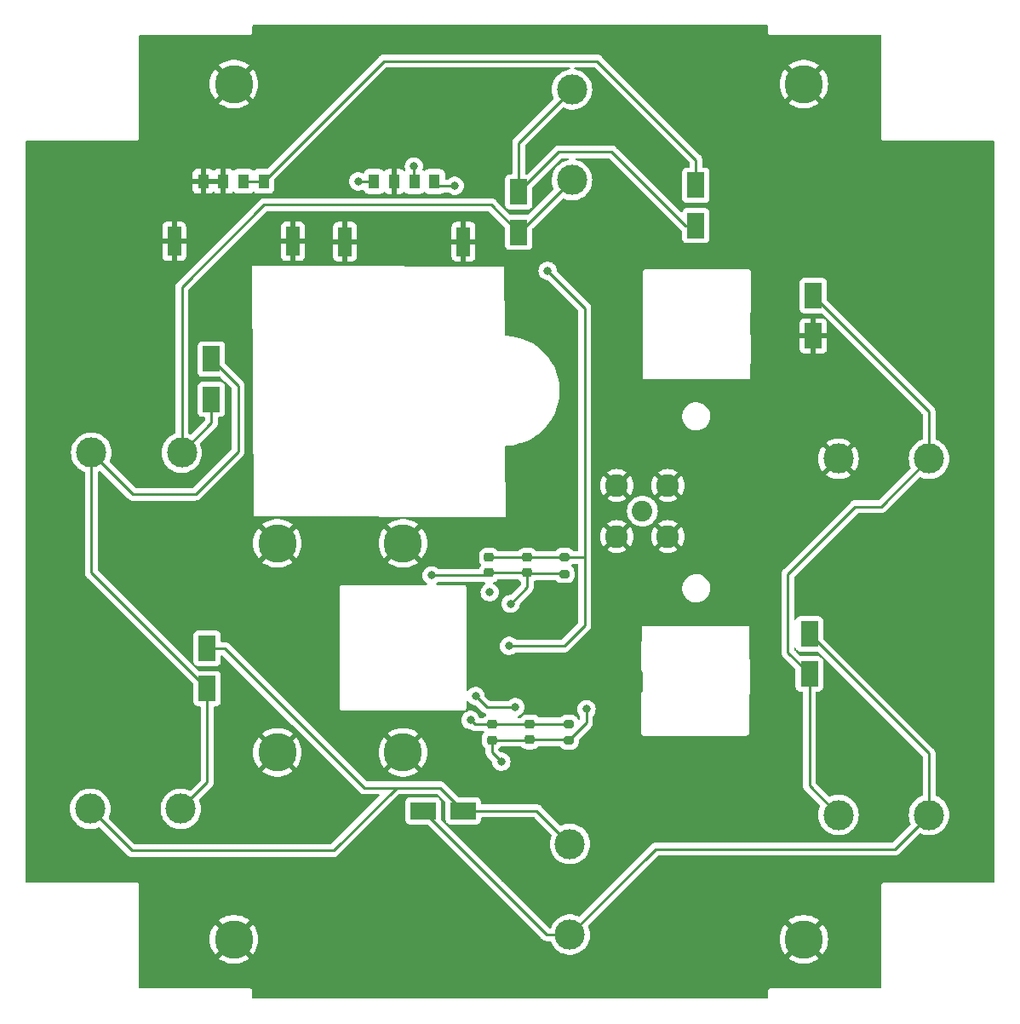
<source format=gbl>
%TF.GenerationSoftware,KiCad,Pcbnew,7.0.10*%
%TF.CreationDate,2024-05-04T16:42:37-07:00*%
%TF.ProjectId,Z_Panels,5a5f5061-6e65-46c7-932e-6b696361645f,rev?*%
%TF.SameCoordinates,Original*%
%TF.FileFunction,Copper,L4,Bot*%
%TF.FilePolarity,Positive*%
%FSLAX46Y46*%
G04 Gerber Fmt 4.6, Leading zero omitted, Abs format (unit mm)*
G04 Created by KiCad (PCBNEW 7.0.10) date 2024-05-04 16:42:37*
%MOMM*%
%LPD*%
G01*
G04 APERTURE LIST*
G04 Aperture macros list*
%AMRoundRect*
0 Rectangle with rounded corners*
0 $1 Rounding radius*
0 $2 $3 $4 $5 $6 $7 $8 $9 X,Y pos of 4 corners*
0 Add a 4 corners polygon primitive as box body*
4,1,4,$2,$3,$4,$5,$6,$7,$8,$9,$2,$3,0*
0 Add four circle primitives for the rounded corners*
1,1,$1+$1,$2,$3*
1,1,$1+$1,$4,$5*
1,1,$1+$1,$6,$7*
1,1,$1+$1,$8,$9*
0 Add four rect primitives between the rounded corners*
20,1,$1+$1,$2,$3,$4,$5,0*
20,1,$1+$1,$4,$5,$6,$7,0*
20,1,$1+$1,$6,$7,$8,$9,0*
20,1,$1+$1,$8,$9,$2,$3,0*%
G04 Aperture macros list end*
%TA.AperFunction,ComponentPad*%
%ADD10C,3.000000*%
%TD*%
%TA.AperFunction,ComponentPad*%
%ADD11C,2.600000*%
%TD*%
%TA.AperFunction,ConnectorPad*%
%ADD12C,3.800000*%
%TD*%
%TA.AperFunction,SMDPad,CuDef*%
%ADD13R,1.100000X1.450000*%
%TD*%
%TA.AperFunction,SMDPad,CuDef*%
%ADD14R,1.350000X2.899999*%
%TD*%
%TA.AperFunction,SMDPad,CuDef*%
%ADD15R,1.700000X2.500000*%
%TD*%
%TA.AperFunction,SMDPad,CuDef*%
%ADD16RoundRect,0.225000X-0.250000X0.225000X-0.250000X-0.225000X0.250000X-0.225000X0.250000X0.225000X0*%
%TD*%
%TA.AperFunction,SMDPad,CuDef*%
%ADD17RoundRect,0.225000X0.250000X-0.225000X0.250000X0.225000X-0.250000X0.225000X-0.250000X-0.225000X0*%
%TD*%
%TA.AperFunction,SMDPad,CuDef*%
%ADD18RoundRect,0.200000X0.275000X-0.200000X0.275000X0.200000X-0.275000X0.200000X-0.275000X-0.200000X0*%
%TD*%
%TA.AperFunction,SMDPad,CuDef*%
%ADD19R,2.500000X1.700000*%
%TD*%
%TA.AperFunction,SMDPad,CuDef*%
%ADD20RoundRect,0.200000X-0.275000X0.200000X-0.275000X-0.200000X0.275000X-0.200000X0.275000X0.200000X0*%
%TD*%
%TA.AperFunction,ComponentPad*%
%ADD21C,2.050000*%
%TD*%
%TA.AperFunction,ComponentPad*%
%ADD22C,2.250000*%
%TD*%
%TA.AperFunction,ViaPad*%
%ADD23C,0.800000*%
%TD*%
%TA.AperFunction,Conductor*%
%ADD24C,0.250000*%
%TD*%
G04 APERTURE END LIST*
D10*
X150000000Y-82600000D03*
X141000000Y-82600000D03*
D11*
X155182000Y-45965600D03*
D12*
X155182000Y-45965600D03*
D10*
X188600000Y-121500000D03*
X188600000Y-130500000D03*
D11*
X159500000Y-112400000D03*
D12*
X159500000Y-112400000D03*
D11*
X172000000Y-112400000D03*
D12*
X172000000Y-112400000D03*
D11*
X172000000Y-91600000D03*
D12*
X172000000Y-91600000D03*
D11*
X211856000Y-45965600D03*
D12*
X211856000Y-45965600D03*
D10*
X188800000Y-46500000D03*
X188800000Y-55500000D03*
X224300000Y-83200000D03*
X215300000Y-83200000D03*
X149900000Y-118000000D03*
X140900000Y-118000000D03*
D11*
X211856000Y-130965600D03*
D12*
X211856000Y-130965600D03*
D10*
X224300000Y-118600000D03*
X215300000Y-118600000D03*
D11*
X155182000Y-130965600D03*
D12*
X155182000Y-130965600D03*
D11*
X159500000Y-91600000D03*
D12*
X159500000Y-91600000D03*
D13*
X158135004Y-55624999D03*
X156135003Y-55624999D03*
X154135004Y-55624999D03*
X152135003Y-55624999D03*
D14*
X149240005Y-61599998D03*
X161030002Y-61599998D03*
D15*
X183500000Y-56700000D03*
X183500000Y-60700000D03*
D16*
X180850000Y-109600000D03*
X180850000Y-111150000D03*
D15*
X152950000Y-77300000D03*
X152950000Y-73300000D03*
D13*
X175125001Y-55650000D03*
X173125000Y-55650000D03*
X171125001Y-55650000D03*
X169125000Y-55650000D03*
D14*
X166230002Y-61624999D03*
X178019999Y-61624999D03*
D17*
X180550000Y-94550000D03*
X180550000Y-93000000D03*
D18*
X188050000Y-94650000D03*
X188050000Y-93000000D03*
D15*
X201125000Y-56025000D03*
X201125000Y-60025000D03*
D17*
X184350000Y-94550000D03*
X184350000Y-93000000D03*
D15*
X212400000Y-100600000D03*
X212400000Y-104600000D03*
X212800000Y-67000000D03*
X212800000Y-71000000D03*
D16*
X184600000Y-109575000D03*
X184600000Y-111125000D03*
D19*
X178000000Y-118200000D03*
X174000000Y-118200000D03*
D20*
X188475000Y-109550000D03*
X188475000Y-111200000D03*
D21*
X195800000Y-88400000D03*
D22*
X193260000Y-90940000D03*
X198340000Y-90940000D03*
X193260000Y-85860000D03*
X198340000Y-85860000D03*
D15*
X152525000Y-106050000D03*
X152525000Y-102050000D03*
D23*
X193000000Y-107600000D03*
X207552000Y-87382000D03*
X201200000Y-91800000D03*
X193000000Y-79000000D03*
X201200000Y-87000000D03*
X193200000Y-68800000D03*
X193000000Y-99600000D03*
X201200000Y-85200000D03*
X207552000Y-109416000D03*
X207552000Y-111416000D03*
X158250000Y-103800000D03*
X195000000Y-100600000D03*
X207552000Y-69856000D03*
X195000000Y-104600000D03*
X194800000Y-70400000D03*
X207552000Y-67856000D03*
X207552000Y-107416000D03*
X193200000Y-70800000D03*
X201200000Y-90000000D03*
X207552000Y-103416000D03*
X193000000Y-111600000D03*
X194800000Y-66400000D03*
X193200000Y-64800000D03*
X158050000Y-99450000D03*
X194800000Y-64800000D03*
X195000000Y-110000000D03*
X207552000Y-85382000D03*
X194800000Y-63400000D03*
X193000000Y-81000000D03*
X193000000Y-97600000D03*
X193000000Y-83400000D03*
X193000000Y-109600000D03*
X199074000Y-83476000D03*
X207552000Y-73856000D03*
X195000000Y-102600000D03*
X207552000Y-83382000D03*
X193000000Y-93600000D03*
X207552000Y-105416000D03*
X194800000Y-72400000D03*
X207552000Y-71856000D03*
X193000000Y-75000000D03*
X207552000Y-89382000D03*
X195000000Y-111800000D03*
X193000000Y-73000000D03*
X207552000Y-91382000D03*
X193000000Y-95600000D03*
X193200000Y-66800000D03*
X195000000Y-106600000D03*
X207552000Y-101416000D03*
X193000000Y-105600000D03*
X197074000Y-83476000D03*
X193200000Y-63400000D03*
X207552000Y-63856000D03*
X195000000Y-108600000D03*
X207552000Y-65856000D03*
X193000000Y-101600000D03*
X193000000Y-103600000D03*
X194800000Y-68400000D03*
X195074000Y-83476000D03*
X201074000Y-83476000D03*
X193000000Y-77000000D03*
X194800000Y-74400000D03*
X178700000Y-109175000D03*
X183175000Y-107900000D03*
X181775000Y-113325000D03*
X179225000Y-106800000D03*
X173075000Y-54150000D03*
X190250000Y-108100000D03*
X182700000Y-97625000D03*
X174850000Y-94800000D03*
X182550000Y-101810000D03*
X177150000Y-56075000D03*
X186375000Y-64525000D03*
X180625000Y-96475000D03*
X167525000Y-55650000D03*
D24*
X216950000Y-87975000D02*
X219525000Y-87975000D01*
X210250000Y-94675000D02*
X216950000Y-87975000D01*
X210250000Y-102450000D02*
X210250000Y-94675000D01*
X215300000Y-118600000D02*
X212400000Y-115700000D01*
X212400000Y-115700000D02*
X212400000Y-104600000D01*
X212400000Y-104600000D02*
X210250000Y-102450000D01*
X224300000Y-78500000D02*
X224300000Y-83200000D01*
X212800000Y-67000000D02*
X224300000Y-78500000D01*
X219525000Y-87975000D02*
X224300000Y-83200000D01*
X201125000Y-53500000D02*
X191300000Y-43675000D01*
X191300000Y-43675000D02*
X170085003Y-43675000D01*
X201125000Y-56025000D02*
X201125000Y-53500000D01*
X158135004Y-55624999D02*
X156135003Y-55624999D01*
X170085003Y-43675000D02*
X158135004Y-55624999D01*
X192750000Y-52700000D02*
X187500000Y-52700000D01*
X201125000Y-60025000D02*
X200075000Y-60025000D01*
X183500000Y-51800000D02*
X188800000Y-46500000D01*
X183500000Y-56700000D02*
X183500000Y-51800000D01*
X200075000Y-60025000D02*
X192750000Y-52700000D01*
X187500000Y-52700000D02*
X183500000Y-56700000D01*
X150000000Y-82600000D02*
X150000000Y-66150000D01*
X180750000Y-57950000D02*
X183500000Y-60700000D01*
X150000000Y-66150000D02*
X158200000Y-57950000D01*
X183500000Y-60700000D02*
X183600000Y-60700000D01*
X183600000Y-60700000D02*
X188800000Y-55500000D01*
X150000000Y-82600000D02*
X152950000Y-79650000D01*
X152950000Y-79650000D02*
X152950000Y-77300000D01*
X158200000Y-57950000D02*
X180750000Y-57950000D01*
X155600000Y-82500000D02*
X151375000Y-86725000D01*
X145125000Y-86725000D02*
X141000000Y-82600000D01*
X155600000Y-75950000D02*
X155600000Y-82500000D01*
X152950000Y-73300000D02*
X155600000Y-75950000D01*
X152525000Y-106050000D02*
X152525000Y-115375000D01*
X152525000Y-115375000D02*
X149900000Y-118000000D01*
X151375000Y-86725000D02*
X145125000Y-86725000D01*
X141000000Y-94525000D02*
X141000000Y-82600000D01*
X152525000Y-106050000D02*
X141000000Y-94525000D01*
X140900000Y-118000000D02*
X145050000Y-122150000D01*
X145050000Y-122150000D02*
X165100000Y-122150000D01*
X175700000Y-115900000D02*
X171350000Y-115900000D01*
X152525000Y-102050000D02*
X154275000Y-102050000D01*
X165100000Y-122150000D02*
X171350000Y-115900000D01*
X185300000Y-118200000D02*
X188600000Y-121500000D01*
X171350000Y-115900000D02*
X168125000Y-115900000D01*
X154275000Y-102050000D02*
X168125000Y-115900000D01*
X178000000Y-118200000D02*
X175700000Y-115900000D01*
X178000000Y-118200000D02*
X185300000Y-118200000D01*
X186300000Y-130500000D02*
X188600000Y-130500000D01*
X220889340Y-122010660D02*
X224300000Y-118600000D01*
X197089340Y-122010660D02*
X220889340Y-122010660D01*
X224300000Y-112500000D02*
X212400000Y-100600000D01*
X188600000Y-130500000D02*
X197089340Y-122010660D01*
X224300000Y-118600000D02*
X224300000Y-112500000D01*
X174000000Y-118200000D02*
X186300000Y-130500000D01*
X179125000Y-109600000D02*
X178700000Y-109175000D01*
X180850000Y-109600000D02*
X184575000Y-109600000D01*
X184625000Y-109550000D02*
X184600000Y-109575000D01*
X184575000Y-109600000D02*
X184600000Y-109575000D01*
X180850000Y-109600000D02*
X179125000Y-109600000D01*
X188475000Y-109550000D02*
X184625000Y-109550000D01*
X184600000Y-111125000D02*
X188400000Y-111125000D01*
X188475000Y-111200000D02*
X190250000Y-109425000D01*
X183175000Y-107900000D02*
X180325000Y-107900000D01*
X180325000Y-107900000D02*
X179225000Y-106800000D01*
X180850000Y-112400000D02*
X181775000Y-113325000D01*
X180850000Y-111150000D02*
X180850000Y-112400000D01*
X173075000Y-55600000D02*
X173125000Y-55650000D01*
X184575000Y-111150000D02*
X184600000Y-111125000D01*
X173075000Y-54150000D02*
X173075000Y-55600000D01*
X190250000Y-109425000D02*
X190250000Y-108100000D01*
X188400000Y-111125000D02*
X188475000Y-111200000D01*
X180850000Y-111150000D02*
X184575000Y-111150000D01*
X174850000Y-94800000D02*
X174875000Y-94775000D01*
X188000000Y-94600000D02*
X184400000Y-94600000D01*
X184400000Y-94600000D02*
X184350000Y-94550000D01*
X184350000Y-94550000D02*
X180550000Y-94550000D01*
X180325000Y-94775000D02*
X180550000Y-94550000D01*
X184350000Y-95975000D02*
X184350000Y-94550000D01*
X174875000Y-94775000D02*
X180325000Y-94775000D01*
X182700000Y-97625000D02*
X184350000Y-95975000D01*
X188050000Y-93000000D02*
X190075000Y-93000000D01*
X175550001Y-56075000D02*
X175125001Y-55650000D01*
X190075000Y-68225000D02*
X186375000Y-64525000D01*
X190075000Y-93000000D02*
X190075000Y-68225000D01*
X177150000Y-56075000D02*
X175550001Y-56075000D01*
X182550000Y-101810000D02*
X188015000Y-101810000D01*
X184350000Y-93000000D02*
X180550000Y-93000000D01*
X180550000Y-93000000D02*
X188050000Y-93000000D01*
X188050000Y-93000000D02*
X184350000Y-93000000D01*
X190075000Y-99750000D02*
X190075000Y-93000000D01*
X188015000Y-101810000D02*
X190075000Y-99750000D01*
X169125000Y-55650000D02*
X167525000Y-55650000D01*
%TA.AperFunction,Conductor*%
G36*
X208241660Y-40126685D02*
G01*
X208278532Y-40177435D01*
X208283500Y-40208800D01*
X208283500Y-40750723D01*
X208279627Y-40778494D01*
X208279599Y-40778591D01*
X208279599Y-40778593D01*
X208280925Y-40792908D01*
X208283067Y-40816017D01*
X208283500Y-40825383D01*
X208283500Y-40834639D01*
X208283501Y-40834652D01*
X208285202Y-40843758D01*
X208286495Y-40853026D01*
X208289965Y-40890459D01*
X208289965Y-40890462D01*
X208290012Y-40890555D01*
X208298918Y-40917125D01*
X208298937Y-40917226D01*
X208298939Y-40917234D01*
X208318726Y-40949191D01*
X208323287Y-40957380D01*
X208340041Y-40991027D01*
X208340108Y-40991088D01*
X208358028Y-41012667D01*
X208358081Y-41012752D01*
X208384519Y-41032717D01*
X208388070Y-41035398D01*
X208395276Y-41041381D01*
X208423067Y-41066716D01*
X208423071Y-41066717D01*
X208423072Y-41066718D01*
X208423158Y-41066752D01*
X208447656Y-41080396D01*
X208447733Y-41080454D01*
X208447736Y-41080456D01*
X208483885Y-41090741D01*
X208492762Y-41093715D01*
X208527827Y-41107300D01*
X208527924Y-41107300D01*
X208555698Y-41111174D01*
X208555793Y-41111201D01*
X208593220Y-41107732D01*
X208602584Y-41107300D01*
X219456000Y-41107300D01*
X219515660Y-41126685D01*
X219552532Y-41177435D01*
X219557500Y-41208800D01*
X219557500Y-51266323D01*
X219553627Y-51294094D01*
X219553599Y-51294191D01*
X219553599Y-51294193D01*
X219554925Y-51308508D01*
X219557067Y-51331617D01*
X219557500Y-51340983D01*
X219557500Y-51350239D01*
X219557501Y-51350252D01*
X219559202Y-51359358D01*
X219560495Y-51368626D01*
X219563965Y-51406059D01*
X219563965Y-51406062D01*
X219564012Y-51406155D01*
X219572918Y-51432725D01*
X219572937Y-51432826D01*
X219572939Y-51432834D01*
X219592726Y-51464791D01*
X219597287Y-51472980D01*
X219614041Y-51506627D01*
X219614108Y-51506688D01*
X219632028Y-51528267D01*
X219632081Y-51528352D01*
X219658519Y-51548317D01*
X219662070Y-51550998D01*
X219669276Y-51556981D01*
X219697067Y-51582316D01*
X219697071Y-51582317D01*
X219697072Y-51582318D01*
X219697158Y-51582352D01*
X219721656Y-51595996D01*
X219721733Y-51596054D01*
X219721736Y-51596056D01*
X219757885Y-51606341D01*
X219766762Y-51609315D01*
X219801827Y-51622900D01*
X219801924Y-51622900D01*
X219829698Y-51626774D01*
X219829793Y-51626801D01*
X219867220Y-51623332D01*
X219876584Y-51622900D01*
X230729989Y-51622900D01*
X230789649Y-51642285D01*
X230826521Y-51693035D01*
X230831489Y-51724403D01*
X230830530Y-87339297D01*
X230829577Y-122783950D01*
X230829511Y-125218003D01*
X230810125Y-125277662D01*
X230759374Y-125314533D01*
X230728011Y-125319500D01*
X219912076Y-125319500D01*
X219884302Y-125315626D01*
X219884208Y-125315599D01*
X219884205Y-125315599D01*
X219860290Y-125317815D01*
X219846779Y-125319067D01*
X219837416Y-125319500D01*
X219828150Y-125319500D01*
X219819043Y-125321202D01*
X219809773Y-125322495D01*
X219772338Y-125325965D01*
X219772334Y-125325966D01*
X219772235Y-125326016D01*
X219745675Y-125334918D01*
X219745569Y-125334937D01*
X219745567Y-125334938D01*
X219713610Y-125354724D01*
X219705426Y-125359282D01*
X219671771Y-125376041D01*
X219671768Y-125376043D01*
X219671692Y-125376128D01*
X219650146Y-125394019D01*
X219650054Y-125394075D01*
X219650046Y-125394083D01*
X219627399Y-125424072D01*
X219621413Y-125431280D01*
X219596084Y-125459065D01*
X219596082Y-125459068D01*
X219596042Y-125459174D01*
X219582409Y-125483648D01*
X219582346Y-125483730D01*
X219582343Y-125483736D01*
X219572056Y-125519891D01*
X219569078Y-125528776D01*
X219555500Y-125563826D01*
X219555500Y-125563923D01*
X219551627Y-125591694D01*
X219551599Y-125591791D01*
X219551599Y-125591793D01*
X219552925Y-125606108D01*
X219555067Y-125629217D01*
X219555500Y-125638583D01*
X219555500Y-135733600D01*
X219536115Y-135793260D01*
X219485365Y-135830132D01*
X219454000Y-135835100D01*
X208638076Y-135835100D01*
X208610302Y-135831226D01*
X208610208Y-135831199D01*
X208610205Y-135831199D01*
X208586290Y-135833415D01*
X208572779Y-135834667D01*
X208563416Y-135835100D01*
X208554150Y-135835100D01*
X208545043Y-135836802D01*
X208535773Y-135838095D01*
X208498338Y-135841565D01*
X208498334Y-135841566D01*
X208498235Y-135841616D01*
X208471675Y-135850518D01*
X208471569Y-135850537D01*
X208471567Y-135850538D01*
X208439610Y-135870324D01*
X208431426Y-135874882D01*
X208397771Y-135891641D01*
X208397768Y-135891643D01*
X208397692Y-135891728D01*
X208376146Y-135909619D01*
X208376054Y-135909675D01*
X208376046Y-135909683D01*
X208353399Y-135939672D01*
X208347413Y-135946880D01*
X208322084Y-135974665D01*
X208322082Y-135974668D01*
X208322042Y-135974774D01*
X208308409Y-135999248D01*
X208308346Y-135999330D01*
X208308343Y-135999336D01*
X208298056Y-136035491D01*
X208295078Y-136044376D01*
X208281500Y-136079426D01*
X208281500Y-136079523D01*
X208277627Y-136107294D01*
X208277599Y-136107391D01*
X208277599Y-136107393D01*
X208278925Y-136121708D01*
X208281067Y-136144817D01*
X208281500Y-136154183D01*
X208281500Y-136733600D01*
X208262115Y-136793260D01*
X208211365Y-136830132D01*
X208180000Y-136835100D01*
X157112000Y-136835100D01*
X157052340Y-136815715D01*
X157015468Y-136764965D01*
X157010500Y-136733600D01*
X157010500Y-136191675D01*
X157014376Y-136163895D01*
X157014376Y-136163891D01*
X157014401Y-136163807D01*
X157014367Y-136163444D01*
X157010933Y-136126380D01*
X157010500Y-136117015D01*
X157010500Y-136107757D01*
X157010432Y-136107391D01*
X157008796Y-136098646D01*
X157007503Y-136089370D01*
X157004035Y-136051940D01*
X157003990Y-136051850D01*
X156995079Y-136025264D01*
X156995061Y-136025167D01*
X156975273Y-135993209D01*
X156970713Y-135985021D01*
X156953958Y-135951373D01*
X156953958Y-135951372D01*
X156953885Y-135951306D01*
X156935967Y-135929726D01*
X156935918Y-135929647D01*
X156905927Y-135906999D01*
X156898713Y-135901009D01*
X156870934Y-135875685D01*
X156870932Y-135875683D01*
X156870859Y-135875655D01*
X156870835Y-135875646D01*
X156846338Y-135862000D01*
X156846265Y-135861945D01*
X156846264Y-135861944D01*
X156846263Y-135861943D01*
X156846262Y-135861943D01*
X156810116Y-135851659D01*
X156801235Y-135848683D01*
X156766173Y-135835100D01*
X156766076Y-135835100D01*
X156738302Y-135831226D01*
X156738208Y-135831199D01*
X156738205Y-135831199D01*
X156714290Y-135833415D01*
X156700779Y-135834667D01*
X156691416Y-135835100D01*
X145838000Y-135835100D01*
X145778340Y-135815715D01*
X145741468Y-135764965D01*
X145736500Y-135733600D01*
X145736500Y-130965600D01*
X152769239Y-130965600D01*
X152788264Y-131268002D01*
X152788265Y-131268010D01*
X152845040Y-131565630D01*
X152845042Y-131565637D01*
X152938669Y-131853790D01*
X152938669Y-131853791D01*
X153067677Y-132127948D01*
X153067681Y-132127956D01*
X153230030Y-132383779D01*
X153309069Y-132479320D01*
X154243858Y-131544531D01*
X154346894Y-131689224D01*
X154498932Y-131834192D01*
X154604665Y-131902142D01*
X153666113Y-132840695D01*
X153889169Y-133002755D01*
X153889175Y-133002759D01*
X154154692Y-133148729D01*
X154436406Y-133260268D01*
X154436421Y-133260273D01*
X154729895Y-133335624D01*
X155030507Y-133373600D01*
X155333493Y-133373600D01*
X155634104Y-133335624D01*
X155927578Y-133260273D01*
X155927593Y-133260268D01*
X156209307Y-133148729D01*
X156474823Y-133002759D01*
X156697884Y-132840694D01*
X155761574Y-131904383D01*
X155779410Y-131895189D01*
X155944540Y-131765329D01*
X156082110Y-131606565D01*
X156118735Y-131543126D01*
X157054929Y-132479320D01*
X157054930Y-132479320D01*
X157133962Y-132383788D01*
X157133968Y-132383779D01*
X157296318Y-132127956D01*
X157296322Y-132127948D01*
X157425330Y-131853791D01*
X157425330Y-131853790D01*
X157518957Y-131565637D01*
X157518959Y-131565630D01*
X157575734Y-131268010D01*
X157575735Y-131268002D01*
X157594760Y-130965600D01*
X157575735Y-130663197D01*
X157575734Y-130663189D01*
X157518959Y-130365569D01*
X157518957Y-130365562D01*
X157425330Y-130077409D01*
X157425330Y-130077408D01*
X157296322Y-129803251D01*
X157296318Y-129803243D01*
X157133969Y-129547420D01*
X157054929Y-129451878D01*
X156120140Y-130386667D01*
X156017106Y-130241976D01*
X155865068Y-130097008D01*
X155759333Y-130029056D01*
X156697885Y-129090504D01*
X156697885Y-129090503D01*
X156474830Y-128928444D01*
X156474824Y-128928440D01*
X156209307Y-128782470D01*
X155927593Y-128670931D01*
X155927578Y-128670926D01*
X155634104Y-128595575D01*
X155333493Y-128557600D01*
X155030507Y-128557600D01*
X154729895Y-128595575D01*
X154436421Y-128670926D01*
X154436406Y-128670931D01*
X154154692Y-128782470D01*
X153889175Y-128928440D01*
X153889169Y-128928444D01*
X153666113Y-129090503D01*
X154602425Y-130026816D01*
X154584590Y-130036011D01*
X154419460Y-130165871D01*
X154281890Y-130324635D01*
X154245264Y-130388073D01*
X153309070Y-129451879D01*
X153309069Y-129451879D01*
X153230030Y-129547420D01*
X153067681Y-129803243D01*
X153067677Y-129803251D01*
X152938669Y-130077408D01*
X152938669Y-130077409D01*
X152845042Y-130365562D01*
X152845040Y-130365569D01*
X152788265Y-130663189D01*
X152788264Y-130663197D01*
X152769239Y-130965600D01*
X145736500Y-130965600D01*
X145736500Y-125676075D01*
X145740376Y-125648295D01*
X145740376Y-125648291D01*
X145740401Y-125648207D01*
X145739074Y-125633891D01*
X145736933Y-125610780D01*
X145736500Y-125601415D01*
X145736500Y-125592157D01*
X145736432Y-125591791D01*
X145734796Y-125583046D01*
X145733503Y-125573770D01*
X145730035Y-125536340D01*
X145729990Y-125536250D01*
X145721079Y-125509664D01*
X145721061Y-125509567D01*
X145701273Y-125477609D01*
X145696713Y-125469421D01*
X145679958Y-125435773D01*
X145679958Y-125435772D01*
X145679885Y-125435706D01*
X145661967Y-125414126D01*
X145661918Y-125414047D01*
X145631927Y-125391399D01*
X145624713Y-125385409D01*
X145596934Y-125360085D01*
X145596932Y-125360083D01*
X145596859Y-125360055D01*
X145596835Y-125360046D01*
X145572338Y-125346400D01*
X145572265Y-125346345D01*
X145572264Y-125346344D01*
X145572263Y-125346343D01*
X145572262Y-125346343D01*
X145536116Y-125336059D01*
X145527235Y-125333083D01*
X145492173Y-125319500D01*
X145492076Y-125319500D01*
X145464302Y-125315626D01*
X145464208Y-125315599D01*
X145464205Y-125315599D01*
X145440290Y-125317815D01*
X145426779Y-125319067D01*
X145417416Y-125319500D01*
X134564011Y-125319500D01*
X134504351Y-125300115D01*
X134467479Y-125249365D01*
X134462511Y-125217997D01*
X134462705Y-118000004D01*
X138886807Y-118000004D01*
X138905556Y-118274121D01*
X138905557Y-118274123D01*
X138905557Y-118274126D01*
X138905558Y-118274130D01*
X138923029Y-118358205D01*
X138961461Y-118543153D01*
X139053478Y-118802061D01*
X139053480Y-118802065D01*
X139131395Y-118952433D01*
X139179889Y-119046023D01*
X139338343Y-119270502D01*
X139525889Y-119471314D01*
X139525894Y-119471318D01*
X139525897Y-119471321D01*
X139633055Y-119558500D01*
X139739031Y-119644718D01*
X139973800Y-119787484D01*
X139973804Y-119787486D01*
X139973808Y-119787488D01*
X140047506Y-119819499D01*
X140225823Y-119896953D01*
X140225830Y-119896955D01*
X140225835Y-119896957D01*
X140490392Y-119971082D01*
X140490394Y-119971082D01*
X140490404Y-119971085D01*
X140762615Y-120008500D01*
X140762619Y-120008500D01*
X141037381Y-120008500D01*
X141037385Y-120008500D01*
X141309596Y-119971085D01*
X141574177Y-119896953D01*
X141738705Y-119825487D01*
X141801144Y-119819499D01*
X141850910Y-119846814D01*
X144544666Y-122540570D01*
X144553910Y-122552109D01*
X144553928Y-122552095D01*
X144557996Y-122557011D01*
X144558000Y-122557018D01*
X144588209Y-122585386D01*
X144607947Y-122603921D01*
X144610236Y-122606140D01*
X144630230Y-122626134D01*
X144634332Y-122629316D01*
X144641591Y-122635515D01*
X144674679Y-122666586D01*
X144687964Y-122673889D01*
X144694118Y-122677272D01*
X144707433Y-122686019D01*
X144724952Y-122699608D01*
X144724954Y-122699609D01*
X144724959Y-122699613D01*
X144766600Y-122717632D01*
X144775171Y-122721832D01*
X144797661Y-122734196D01*
X144814940Y-122743695D01*
X144836438Y-122749214D01*
X144851481Y-122754364D01*
X144871855Y-122763181D01*
X144871859Y-122763181D01*
X144871860Y-122763182D01*
X144881365Y-122764687D01*
X144916667Y-122770278D01*
X144926018Y-122772214D01*
X144969970Y-122783500D01*
X144992156Y-122783500D01*
X145008034Y-122784750D01*
X145029943Y-122788220D01*
X145070713Y-122784366D01*
X145075116Y-122783950D01*
X145084666Y-122783500D01*
X165018851Y-122783500D01*
X165033548Y-122785123D01*
X165033551Y-122785101D01*
X165039907Y-122785701D01*
X165039909Y-122785702D01*
X165039910Y-122785701D01*
X165039911Y-122785702D01*
X165108367Y-122783550D01*
X165111557Y-122783500D01*
X165139851Y-122783500D01*
X165139856Y-122783500D01*
X165145009Y-122782848D01*
X165154533Y-122782097D01*
X165199889Y-122780673D01*
X165221196Y-122774482D01*
X165236785Y-122771254D01*
X165258797Y-122768474D01*
X165300984Y-122751770D01*
X165310018Y-122748677D01*
X165353593Y-122736018D01*
X165372687Y-122724725D01*
X165386992Y-122717718D01*
X165391981Y-122715742D01*
X165407617Y-122709552D01*
X165444332Y-122682875D01*
X165452301Y-122677641D01*
X165491362Y-122654542D01*
X165507053Y-122638849D01*
X165519158Y-122628511D01*
X165537107Y-122615472D01*
X165566046Y-122580489D01*
X165572451Y-122573451D01*
X169047266Y-119098638D01*
X172241500Y-119098638D01*
X172248011Y-119159201D01*
X172299111Y-119296204D01*
X172386739Y-119413261D01*
X172503796Y-119500889D01*
X172640799Y-119551989D01*
X172701362Y-119558500D01*
X174420554Y-119558500D01*
X174480214Y-119577885D01*
X174492325Y-119588229D01*
X185794669Y-130890574D01*
X185803914Y-130902112D01*
X185803931Y-130902098D01*
X185807996Y-130907011D01*
X185808000Y-130907018D01*
X185814394Y-130913022D01*
X185857929Y-130953904D01*
X185860187Y-130956092D01*
X185880230Y-130976135D01*
X185884345Y-130979327D01*
X185891594Y-130985518D01*
X185924679Y-131016586D01*
X185924681Y-131016587D01*
X185944117Y-131027272D01*
X185957430Y-131036017D01*
X185974959Y-131049614D01*
X185974961Y-131049615D01*
X185974963Y-131049616D01*
X186016593Y-131067630D01*
X186025183Y-131071838D01*
X186064940Y-131093695D01*
X186086431Y-131099212D01*
X186101489Y-131104367D01*
X186121855Y-131113181D01*
X186166676Y-131120279D01*
X186176018Y-131122214D01*
X186219970Y-131133500D01*
X186242156Y-131133500D01*
X186258034Y-131134750D01*
X186279943Y-131138220D01*
X186320713Y-131134366D01*
X186325116Y-131133950D01*
X186334666Y-131133500D01*
X186621925Y-131133500D01*
X186681585Y-131152885D01*
X186717564Y-131201010D01*
X186753474Y-131302052D01*
X186753479Y-131302064D01*
X186872117Y-131531024D01*
X186879889Y-131546023D01*
X187038343Y-131770502D01*
X187225889Y-131971314D01*
X187225894Y-131971318D01*
X187225897Y-131971321D01*
X187341782Y-132065600D01*
X187439031Y-132144718D01*
X187673800Y-132287484D01*
X187673804Y-132287486D01*
X187673808Y-132287488D01*
X187753701Y-132322190D01*
X187925823Y-132396953D01*
X187925830Y-132396955D01*
X187925835Y-132396957D01*
X188190392Y-132471082D01*
X188190394Y-132471082D01*
X188190404Y-132471085D01*
X188462615Y-132508500D01*
X188462619Y-132508500D01*
X188737381Y-132508500D01*
X188737385Y-132508500D01*
X189009596Y-132471085D01*
X189009607Y-132471082D01*
X189274164Y-132396957D01*
X189274166Y-132396955D01*
X189274177Y-132396953D01*
X189526200Y-132287484D01*
X189760969Y-132144718D01*
X189974111Y-131971314D01*
X190161657Y-131770502D01*
X190320111Y-131546023D01*
X190446523Y-131302058D01*
X190538538Y-131043153D01*
X190554654Y-130965600D01*
X209443239Y-130965600D01*
X209462264Y-131268002D01*
X209462265Y-131268010D01*
X209519040Y-131565630D01*
X209519042Y-131565637D01*
X209612669Y-131853790D01*
X209612669Y-131853791D01*
X209741677Y-132127948D01*
X209741681Y-132127956D01*
X209904030Y-132383779D01*
X209983069Y-132479320D01*
X210917858Y-131544531D01*
X211020894Y-131689224D01*
X211172932Y-131834192D01*
X211278665Y-131902142D01*
X210340113Y-132840695D01*
X210563169Y-133002755D01*
X210563175Y-133002759D01*
X210828692Y-133148729D01*
X211110406Y-133260268D01*
X211110421Y-133260273D01*
X211403895Y-133335624D01*
X211704507Y-133373600D01*
X212007493Y-133373600D01*
X212308104Y-133335624D01*
X212601578Y-133260273D01*
X212601593Y-133260268D01*
X212883307Y-133148729D01*
X213148823Y-133002759D01*
X213371884Y-132840694D01*
X212435574Y-131904383D01*
X212453410Y-131895189D01*
X212618540Y-131765329D01*
X212756110Y-131606565D01*
X212792735Y-131543126D01*
X213728929Y-132479320D01*
X213728930Y-132479320D01*
X213807962Y-132383788D01*
X213807968Y-132383779D01*
X213970318Y-132127956D01*
X213970322Y-132127948D01*
X214099330Y-131853791D01*
X214099330Y-131853790D01*
X214192957Y-131565637D01*
X214192959Y-131565630D01*
X214249734Y-131268010D01*
X214249735Y-131268002D01*
X214268760Y-130965600D01*
X214249735Y-130663197D01*
X214249734Y-130663189D01*
X214192959Y-130365569D01*
X214192957Y-130365562D01*
X214099330Y-130077409D01*
X214099330Y-130077408D01*
X213970322Y-129803251D01*
X213970318Y-129803243D01*
X213807969Y-129547420D01*
X213728929Y-129451878D01*
X212794140Y-130386667D01*
X212691106Y-130241976D01*
X212539068Y-130097008D01*
X212433333Y-130029056D01*
X213371885Y-129090504D01*
X213371885Y-129090503D01*
X213148830Y-128928444D01*
X213148824Y-128928440D01*
X212883307Y-128782470D01*
X212601593Y-128670931D01*
X212601578Y-128670926D01*
X212308104Y-128595575D01*
X212007493Y-128557600D01*
X211704507Y-128557600D01*
X211403895Y-128595575D01*
X211110421Y-128670926D01*
X211110406Y-128670931D01*
X210828692Y-128782470D01*
X210563175Y-128928440D01*
X210563169Y-128928444D01*
X210340113Y-129090503D01*
X211276425Y-130026816D01*
X211258590Y-130036011D01*
X211093460Y-130165871D01*
X210955890Y-130324635D01*
X210919264Y-130388073D01*
X209983070Y-129451879D01*
X209983069Y-129451879D01*
X209904030Y-129547420D01*
X209741681Y-129803243D01*
X209741677Y-129803251D01*
X209612669Y-130077408D01*
X209612669Y-130077409D01*
X209519042Y-130365562D01*
X209519040Y-130365569D01*
X209462265Y-130663189D01*
X209462264Y-130663197D01*
X209443239Y-130965600D01*
X190554654Y-130965600D01*
X190594442Y-130774130D01*
X190606067Y-130604189D01*
X190613193Y-130500004D01*
X190613193Y-130499995D01*
X190594443Y-130225878D01*
X190594442Y-130225876D01*
X190594442Y-130225870D01*
X190538538Y-129956847D01*
X190446523Y-129697942D01*
X190429989Y-129666032D01*
X190419752Y-129604142D01*
X190447849Y-129548056D01*
X190448172Y-129547730D01*
X197322016Y-122673889D01*
X197377909Y-122645410D01*
X197393787Y-122644160D01*
X220808191Y-122644160D01*
X220822888Y-122645783D01*
X220822891Y-122645761D01*
X220829247Y-122646361D01*
X220829249Y-122646362D01*
X220829250Y-122646361D01*
X220829251Y-122646362D01*
X220897707Y-122644210D01*
X220900897Y-122644160D01*
X220929191Y-122644160D01*
X220929196Y-122644160D01*
X220934349Y-122643508D01*
X220943873Y-122642757D01*
X220989229Y-122641333D01*
X221010536Y-122635142D01*
X221026125Y-122631914D01*
X221048137Y-122629134D01*
X221090324Y-122612430D01*
X221099358Y-122609337D01*
X221142933Y-122596678D01*
X221162027Y-122585385D01*
X221176332Y-122578378D01*
X221181321Y-122576402D01*
X221196957Y-122570212D01*
X221233672Y-122543535D01*
X221241641Y-122538301D01*
X221280702Y-122515202D01*
X221296393Y-122499509D01*
X221308498Y-122489171D01*
X221326447Y-122476132D01*
X221355386Y-122441149D01*
X221361791Y-122434111D01*
X223349090Y-120446812D01*
X223404981Y-120418335D01*
X223461294Y-120425487D01*
X223625823Y-120496953D01*
X223625828Y-120496955D01*
X223890392Y-120571082D01*
X223890394Y-120571082D01*
X223890404Y-120571085D01*
X224162615Y-120608500D01*
X224162619Y-120608500D01*
X224437381Y-120608500D01*
X224437385Y-120608500D01*
X224709596Y-120571085D01*
X224709607Y-120571082D01*
X224974164Y-120496957D01*
X224974166Y-120496955D01*
X224974177Y-120496953D01*
X225226200Y-120387484D01*
X225460969Y-120244718D01*
X225674111Y-120071314D01*
X225861657Y-119870502D01*
X226020111Y-119646023D01*
X226146523Y-119402058D01*
X226238538Y-119143153D01*
X226294442Y-118874130D01*
X226295896Y-118852885D01*
X226313193Y-118600004D01*
X226313193Y-118599995D01*
X226294443Y-118325878D01*
X226294442Y-118325876D01*
X226294442Y-118325870D01*
X226238538Y-118056847D01*
X226146523Y-117797942D01*
X226143954Y-117792985D01*
X226109183Y-117725878D01*
X226020111Y-117553977D01*
X225861657Y-117329498D01*
X225674111Y-117128686D01*
X225674105Y-117128681D01*
X225674102Y-117128678D01*
X225460974Y-116955286D01*
X225460973Y-116955285D01*
X225460969Y-116955282D01*
X225226200Y-116812516D01*
X225226198Y-116812515D01*
X225226193Y-116812512D01*
X224994562Y-116711901D01*
X224947564Y-116670352D01*
X224933500Y-116618804D01*
X224933500Y-112581142D01*
X224935122Y-112566444D01*
X224935100Y-112566442D01*
X224935701Y-112560087D01*
X224933550Y-112491650D01*
X224933500Y-112488461D01*
X224933500Y-112460144D01*
X224932849Y-112454995D01*
X224932098Y-112445464D01*
X224930673Y-112400110D01*
X224924484Y-112378810D01*
X224921254Y-112363211D01*
X224920493Y-112357190D01*
X224918474Y-112341203D01*
X224901766Y-112299003D01*
X224898675Y-112289974D01*
X224886018Y-112246406D01*
X224874720Y-112227303D01*
X224867716Y-112213004D01*
X224859552Y-112192384D01*
X224859552Y-112192383D01*
X224832885Y-112155680D01*
X224827637Y-112147690D01*
X224804540Y-112108634D01*
X224788855Y-112092949D01*
X224778512Y-112080840D01*
X224765473Y-112062895D01*
X224765472Y-112062893D01*
X224730513Y-112033972D01*
X224723442Y-112027537D01*
X213788229Y-101092324D01*
X213759750Y-101036431D01*
X213758500Y-101020553D01*
X213758500Y-99301371D01*
X213758500Y-99301362D01*
X213751989Y-99240799D01*
X213700889Y-99103796D01*
X213613261Y-98986739D01*
X213496204Y-98899111D01*
X213359201Y-98848011D01*
X213298638Y-98841500D01*
X211501362Y-98841500D01*
X211501361Y-98841500D01*
X211440799Y-98848011D01*
X211440795Y-98848012D01*
X211303798Y-98899110D01*
X211303797Y-98899110D01*
X211303796Y-98899111D01*
X211186739Y-98986739D01*
X211099110Y-99103798D01*
X211080100Y-99154765D01*
X211041088Y-99203889D01*
X210980652Y-99220701D01*
X210921877Y-99198778D01*
X210887213Y-99146495D01*
X210883500Y-99119294D01*
X210883500Y-94979446D01*
X210902885Y-94919786D01*
X210913229Y-94907675D01*
X217182676Y-88638229D01*
X217238569Y-88609750D01*
X217254447Y-88608500D01*
X219443851Y-88608500D01*
X219458548Y-88610123D01*
X219458551Y-88610101D01*
X219464907Y-88610701D01*
X219464909Y-88610702D01*
X219464910Y-88610701D01*
X219464911Y-88610702D01*
X219533367Y-88608550D01*
X219536557Y-88608500D01*
X219564851Y-88608500D01*
X219564856Y-88608500D01*
X219570009Y-88607848D01*
X219579533Y-88607097D01*
X219624889Y-88605673D01*
X219646196Y-88599482D01*
X219661785Y-88596254D01*
X219683797Y-88593474D01*
X219725984Y-88576770D01*
X219735018Y-88573677D01*
X219778593Y-88561018D01*
X219797687Y-88549725D01*
X219811992Y-88542718D01*
X219816981Y-88540742D01*
X219832617Y-88534552D01*
X219869332Y-88507875D01*
X219877301Y-88502641D01*
X219916362Y-88479542D01*
X219932053Y-88463849D01*
X219944158Y-88453511D01*
X219962107Y-88440472D01*
X219991046Y-88405489D01*
X219997451Y-88398451D01*
X223349090Y-85046813D01*
X223404981Y-85018336D01*
X223461295Y-85025488D01*
X223625823Y-85096953D01*
X223625831Y-85096955D01*
X223625835Y-85096957D01*
X223890392Y-85171082D01*
X223890394Y-85171082D01*
X223890404Y-85171085D01*
X224162615Y-85208500D01*
X224162619Y-85208500D01*
X224437381Y-85208500D01*
X224437385Y-85208500D01*
X224709596Y-85171085D01*
X224709607Y-85171082D01*
X224974164Y-85096957D01*
X224974166Y-85096955D01*
X224974177Y-85096953D01*
X225226200Y-84987484D01*
X225460969Y-84844718D01*
X225674111Y-84671314D01*
X225861657Y-84470502D01*
X226020111Y-84246023D01*
X226146523Y-84002058D01*
X226238538Y-83743153D01*
X226294442Y-83474130D01*
X226294448Y-83474055D01*
X226313193Y-83200004D01*
X226313193Y-83199995D01*
X226294443Y-82925878D01*
X226294442Y-82925876D01*
X226294442Y-82925870D01*
X226238538Y-82656847D01*
X226146523Y-82397942D01*
X226020111Y-82153977D01*
X225861657Y-81929498D01*
X225674111Y-81728686D01*
X225674105Y-81728681D01*
X225674102Y-81728678D01*
X225460974Y-81555286D01*
X225460973Y-81555285D01*
X225460969Y-81555282D01*
X225226200Y-81412516D01*
X225226198Y-81412515D01*
X225226193Y-81412512D01*
X224994562Y-81311901D01*
X224947564Y-81270352D01*
X224933500Y-81218804D01*
X224933500Y-78581148D01*
X224935123Y-78566451D01*
X224935101Y-78566449D01*
X224935702Y-78560088D01*
X224933550Y-78491619D01*
X224933500Y-78488430D01*
X224933500Y-78460141D01*
X224932850Y-78455000D01*
X224932098Y-78445456D01*
X224930674Y-78400111D01*
X224924482Y-78378798D01*
X224921254Y-78363215D01*
X224918474Y-78341203D01*
X224901765Y-78299004D01*
X224898675Y-78289975D01*
X224890855Y-78263058D01*
X224886018Y-78246407D01*
X224874722Y-78227307D01*
X224867717Y-78213006D01*
X224859552Y-78192383D01*
X224832882Y-78155676D01*
X224827634Y-78147685D01*
X224804543Y-78108639D01*
X224801555Y-78105651D01*
X224788852Y-78092948D01*
X224778513Y-78080842D01*
X224765474Y-78062896D01*
X224765472Y-78062893D01*
X224730508Y-78033968D01*
X224723437Y-78027533D01*
X214188229Y-67492324D01*
X214159750Y-67436431D01*
X214158500Y-67420553D01*
X214158500Y-65701371D01*
X214158500Y-65701362D01*
X214151989Y-65640799D01*
X214100889Y-65503796D01*
X214013261Y-65386739D01*
X213896204Y-65299111D01*
X213759201Y-65248011D01*
X213698638Y-65241500D01*
X211901362Y-65241500D01*
X211901361Y-65241500D01*
X211840799Y-65248011D01*
X211840795Y-65248012D01*
X211703798Y-65299110D01*
X211703797Y-65299110D01*
X211703796Y-65299111D01*
X211586739Y-65386739D01*
X211499111Y-65503796D01*
X211448011Y-65640799D01*
X211441500Y-65701362D01*
X211441500Y-68298638D01*
X211448011Y-68359201D01*
X211499111Y-68496204D01*
X211586739Y-68613261D01*
X211703796Y-68700889D01*
X211840799Y-68751989D01*
X211901362Y-68758500D01*
X213620554Y-68758500D01*
X213680214Y-68777885D01*
X213692325Y-68788229D01*
X214116325Y-69212229D01*
X214139932Y-69258561D01*
X214145982Y-69258475D01*
X214187770Y-69283674D01*
X223636771Y-78732675D01*
X223665250Y-78788568D01*
X223666500Y-78804446D01*
X223666500Y-81218804D01*
X223647115Y-81278464D01*
X223605438Y-81311901D01*
X223373806Y-81412512D01*
X223373068Y-81412961D01*
X223139031Y-81555282D01*
X223139029Y-81555283D01*
X223139025Y-81555286D01*
X222925897Y-81728678D01*
X222925888Y-81728687D01*
X222738343Y-81929497D01*
X222738343Y-81929498D01*
X222689149Y-81999191D01*
X222579887Y-82153980D01*
X222453480Y-82397934D01*
X222453478Y-82397938D01*
X222361461Y-82656846D01*
X222305557Y-82925876D01*
X222305556Y-82925878D01*
X222286807Y-83199995D01*
X222286807Y-83200004D01*
X222305556Y-83474121D01*
X222305557Y-83474123D01*
X222361461Y-83743153D01*
X222453478Y-84002061D01*
X222453480Y-84002066D01*
X222470010Y-84033968D01*
X222480245Y-84095858D01*
X222452148Y-84151944D01*
X222451660Y-84152434D01*
X219292324Y-87311771D01*
X219236431Y-87340250D01*
X219220553Y-87341500D01*
X217031149Y-87341500D01*
X217016451Y-87339876D01*
X217016449Y-87339899D01*
X217010088Y-87339297D01*
X216943726Y-87341383D01*
X216941617Y-87341450D01*
X216938431Y-87341500D01*
X216910137Y-87341500D01*
X216904990Y-87342150D01*
X216895465Y-87342900D01*
X216850108Y-87344326D01*
X216850107Y-87344326D01*
X216828796Y-87350517D01*
X216813208Y-87353745D01*
X216791203Y-87356525D01*
X216749012Y-87373229D01*
X216739969Y-87376325D01*
X216696411Y-87388980D01*
X216696403Y-87388983D01*
X216677307Y-87400276D01*
X216663012Y-87407279D01*
X216642382Y-87415447D01*
X216605674Y-87442117D01*
X216597683Y-87447366D01*
X216558638Y-87470457D01*
X216542948Y-87486147D01*
X216530841Y-87496487D01*
X216512895Y-87509526D01*
X216512892Y-87509529D01*
X216483968Y-87544490D01*
X216477534Y-87551560D01*
X209859423Y-94169670D01*
X209847883Y-94178917D01*
X209847897Y-94178934D01*
X209842980Y-94183000D01*
X209796109Y-94232913D01*
X209793894Y-94235199D01*
X209773859Y-94255235D01*
X209773857Y-94255237D01*
X209770660Y-94259358D01*
X209764466Y-94266610D01*
X209733414Y-94299678D01*
X209733412Y-94299680D01*
X209722723Y-94319123D01*
X209713985Y-94332426D01*
X209700385Y-94349959D01*
X209700385Y-94349960D01*
X209682367Y-94391598D01*
X209678160Y-94400185D01*
X209656305Y-94439937D01*
X209650787Y-94461430D01*
X209645630Y-94476492D01*
X209636819Y-94496855D01*
X209636818Y-94496855D01*
X209629721Y-94541665D01*
X209627784Y-94551019D01*
X209616500Y-94594970D01*
X209616500Y-94594972D01*
X209616500Y-94617156D01*
X209615250Y-94633034D01*
X209611780Y-94654938D01*
X209611780Y-94654940D01*
X209611780Y-94654943D01*
X209614101Y-94679500D01*
X209616050Y-94700114D01*
X209616500Y-94709665D01*
X209616500Y-102368851D01*
X209614876Y-102383548D01*
X209614899Y-102383551D01*
X209614297Y-102389911D01*
X209616450Y-102458365D01*
X209616500Y-102461555D01*
X209616500Y-102489855D01*
X209617152Y-102495021D01*
X209617901Y-102504540D01*
X209619327Y-102549889D01*
X209625515Y-102571189D01*
X209628744Y-102586781D01*
X209631525Y-102608797D01*
X209648227Y-102650983D01*
X209651323Y-102660025D01*
X209663981Y-102703590D01*
X209663981Y-102703591D01*
X209675274Y-102722687D01*
X209682278Y-102736984D01*
X209690446Y-102757613D01*
X209690451Y-102757622D01*
X209717113Y-102794319D01*
X209722363Y-102802311D01*
X209745456Y-102841360D01*
X209745457Y-102841361D01*
X209745458Y-102841362D01*
X209761147Y-102857051D01*
X209771489Y-102869160D01*
X209784528Y-102887108D01*
X209819483Y-102916024D01*
X209826557Y-102922461D01*
X211011771Y-104107675D01*
X211040250Y-104163568D01*
X211041500Y-104179446D01*
X211041500Y-105898638D01*
X211048011Y-105959201D01*
X211099111Y-106096204D01*
X211186739Y-106213261D01*
X211303796Y-106300889D01*
X211440799Y-106351989D01*
X211501362Y-106358500D01*
X211665000Y-106358500D01*
X211724660Y-106377885D01*
X211761532Y-106428635D01*
X211766500Y-106460000D01*
X211766500Y-115618851D01*
X211764876Y-115633548D01*
X211764899Y-115633551D01*
X211764297Y-115639911D01*
X211766450Y-115708365D01*
X211766500Y-115711555D01*
X211766500Y-115739855D01*
X211767152Y-115745021D01*
X211767901Y-115754540D01*
X211769327Y-115799889D01*
X211775515Y-115821189D01*
X211778744Y-115836781D01*
X211781525Y-115858797D01*
X211798227Y-115900983D01*
X211801323Y-115910025D01*
X211813981Y-115953590D01*
X211813981Y-115953591D01*
X211825274Y-115972687D01*
X211832278Y-115986984D01*
X211840446Y-116007613D01*
X211840451Y-116007622D01*
X211867113Y-116044319D01*
X211872363Y-116052311D01*
X211895456Y-116091360D01*
X211895457Y-116091361D01*
X211895458Y-116091362D01*
X211911147Y-116107051D01*
X211921489Y-116119160D01*
X211934528Y-116137108D01*
X211969483Y-116166024D01*
X211976557Y-116172461D01*
X213451661Y-117647565D01*
X213480140Y-117703458D01*
X213470327Y-117765416D01*
X213470011Y-117766031D01*
X213453480Y-117797935D01*
X213453476Y-117797943D01*
X213361461Y-118056846D01*
X213305557Y-118325876D01*
X213305556Y-118325878D01*
X213286807Y-118599995D01*
X213286807Y-118600004D01*
X213305556Y-118874121D01*
X213305557Y-118874123D01*
X213305557Y-118874126D01*
X213305558Y-118874130D01*
X213310215Y-118896540D01*
X213361461Y-119143153D01*
X213453478Y-119402061D01*
X213453480Y-119402065D01*
X213531395Y-119552433D01*
X213579889Y-119646023D01*
X213738343Y-119870502D01*
X213925889Y-120071314D01*
X213925894Y-120071318D01*
X213925897Y-120071321D01*
X214097585Y-120210999D01*
X214139031Y-120244718D01*
X214373800Y-120387484D01*
X214373804Y-120387486D01*
X214373808Y-120387488D01*
X214444826Y-120418335D01*
X214625823Y-120496953D01*
X214625830Y-120496955D01*
X214625835Y-120496957D01*
X214890392Y-120571082D01*
X214890394Y-120571082D01*
X214890404Y-120571085D01*
X215162615Y-120608500D01*
X215162619Y-120608500D01*
X215437381Y-120608500D01*
X215437385Y-120608500D01*
X215709596Y-120571085D01*
X215709607Y-120571082D01*
X215974164Y-120496957D01*
X215974166Y-120496955D01*
X215974177Y-120496953D01*
X216226200Y-120387484D01*
X216460969Y-120244718D01*
X216674111Y-120071314D01*
X216861657Y-119870502D01*
X217020111Y-119646023D01*
X217146523Y-119402058D01*
X217238538Y-119143153D01*
X217294442Y-118874130D01*
X217295896Y-118852885D01*
X217313193Y-118600004D01*
X217313193Y-118599995D01*
X217294443Y-118325878D01*
X217294442Y-118325876D01*
X217294442Y-118325870D01*
X217238538Y-118056847D01*
X217146523Y-117797942D01*
X217143954Y-117792985D01*
X217109183Y-117725878D01*
X217020111Y-117553977D01*
X216861657Y-117329498D01*
X216674111Y-117128686D01*
X216674105Y-117128681D01*
X216674102Y-117128678D01*
X216460974Y-116955286D01*
X216460973Y-116955285D01*
X216460969Y-116955282D01*
X216226200Y-116812516D01*
X216226197Y-116812514D01*
X216226191Y-116812511D01*
X216035071Y-116729497D01*
X215974177Y-116703047D01*
X215974173Y-116703045D01*
X215974164Y-116703042D01*
X215709607Y-116628917D01*
X215709599Y-116628915D01*
X215709596Y-116628915D01*
X215497202Y-116599721D01*
X215437386Y-116591500D01*
X215437385Y-116591500D01*
X215162615Y-116591500D01*
X215162613Y-116591500D01*
X215074327Y-116603635D01*
X214890404Y-116628915D01*
X214890400Y-116628915D01*
X214890393Y-116628917D01*
X214890392Y-116628917D01*
X214625835Y-116703042D01*
X214625820Y-116703048D01*
X214461296Y-116774509D01*
X214398852Y-116780497D01*
X214349088Y-116753183D01*
X213063229Y-115467324D01*
X213034750Y-115411431D01*
X213033500Y-115395553D01*
X213033500Y-106460000D01*
X213052885Y-106400340D01*
X213103635Y-106363468D01*
X213135000Y-106358500D01*
X213298628Y-106358500D01*
X213298638Y-106358500D01*
X213359201Y-106351989D01*
X213496204Y-106300889D01*
X213613261Y-106213261D01*
X213700889Y-106096204D01*
X213751989Y-105959201D01*
X213758500Y-105898638D01*
X213758500Y-103301362D01*
X213751989Y-103240799D01*
X213700889Y-103103796D01*
X213637226Y-103018752D01*
X213624357Y-102980991D01*
X213581246Y-102962772D01*
X213496204Y-102899111D01*
X213359201Y-102848011D01*
X213298638Y-102841500D01*
X211579447Y-102841500D01*
X211519787Y-102822115D01*
X211507676Y-102811771D01*
X211086161Y-102390256D01*
X211060001Y-102338916D01*
X211051530Y-102339037D01*
X211009743Y-102313838D01*
X210913229Y-102217324D01*
X210884750Y-102161431D01*
X210883500Y-102145553D01*
X210883500Y-102080705D01*
X210902885Y-102021045D01*
X210953635Y-101984173D01*
X211016365Y-101984173D01*
X211067115Y-102021045D01*
X211080099Y-102045233D01*
X211099111Y-102096204D01*
X211162769Y-102181241D01*
X211175639Y-102219008D01*
X211218756Y-102237228D01*
X211303796Y-102300889D01*
X211440799Y-102351989D01*
X211501362Y-102358500D01*
X213220554Y-102358500D01*
X213280214Y-102377885D01*
X213292325Y-102388229D01*
X213713842Y-102809746D01*
X213739997Y-102861078D01*
X213748465Y-102860958D01*
X213790253Y-102886157D01*
X223636771Y-112732675D01*
X223665250Y-112788568D01*
X223666500Y-112804446D01*
X223666500Y-116618804D01*
X223647115Y-116678464D01*
X223605438Y-116711901D01*
X223373806Y-116812512D01*
X223315431Y-116848011D01*
X223139031Y-116955282D01*
X223139029Y-116955283D01*
X223139025Y-116955286D01*
X222925897Y-117128678D01*
X222925888Y-117128687D01*
X222738343Y-117329497D01*
X222738341Y-117329501D01*
X222579887Y-117553980D01*
X222453480Y-117797934D01*
X222453478Y-117797938D01*
X222361461Y-118056846D01*
X222305557Y-118325876D01*
X222305556Y-118325878D01*
X222286807Y-118599995D01*
X222286807Y-118600004D01*
X222305556Y-118874121D01*
X222305557Y-118874123D01*
X222305557Y-118874126D01*
X222305558Y-118874130D01*
X222310215Y-118896540D01*
X222361461Y-119143153D01*
X222453478Y-119402060D01*
X222470010Y-119433966D01*
X222480245Y-119495856D01*
X222452148Y-119551942D01*
X222451660Y-119552433D01*
X220656664Y-121347431D01*
X220600771Y-121375910D01*
X220584893Y-121377160D01*
X197170490Y-121377160D01*
X197155792Y-121375536D01*
X197155790Y-121375559D01*
X197149429Y-121374957D01*
X197083067Y-121377043D01*
X197080958Y-121377110D01*
X197077772Y-121377160D01*
X197049477Y-121377160D01*
X197044330Y-121377810D01*
X197034805Y-121378560D01*
X196989448Y-121379986D01*
X196989447Y-121379986D01*
X196968136Y-121386177D01*
X196952548Y-121389405D01*
X196930543Y-121392185D01*
X196888352Y-121408889D01*
X196879309Y-121411985D01*
X196835751Y-121424640D01*
X196835743Y-121424643D01*
X196816647Y-121435936D01*
X196802352Y-121442939D01*
X196781722Y-121451107D01*
X196745014Y-121477777D01*
X196737023Y-121483026D01*
X196697978Y-121506117D01*
X196682288Y-121521807D01*
X196670181Y-121532147D01*
X196652235Y-121545186D01*
X196652232Y-121545189D01*
X196623308Y-121580150D01*
X196616874Y-121587220D01*
X189550910Y-128653183D01*
X189495017Y-128681662D01*
X189438702Y-128674509D01*
X189274179Y-128603048D01*
X189274164Y-128603042D01*
X189009607Y-128528917D01*
X189009599Y-128528915D01*
X189009596Y-128528915D01*
X188797202Y-128499721D01*
X188737386Y-128491500D01*
X188737385Y-128491500D01*
X188462615Y-128491500D01*
X188462613Y-128491500D01*
X188364531Y-128504981D01*
X188190404Y-128528915D01*
X188190400Y-128528915D01*
X188190393Y-128528917D01*
X188190392Y-128528917D01*
X187925835Y-128603042D01*
X187925821Y-128603048D01*
X187673808Y-128712511D01*
X187673800Y-128712516D01*
X187439031Y-128855282D01*
X187439029Y-128855283D01*
X187439025Y-128855286D01*
X187225897Y-129028678D01*
X187225888Y-129028687D01*
X187038343Y-129229497D01*
X187038341Y-129229501D01*
X186879887Y-129453980D01*
X186753479Y-129697935D01*
X186753474Y-129697947D01*
X186717564Y-129798990D01*
X186679320Y-129848714D01*
X186621925Y-129866500D01*
X186604446Y-129866500D01*
X186544786Y-129847115D01*
X186532675Y-129836771D01*
X181913901Y-125217997D01*
X176286159Y-119590254D01*
X176260001Y-119538917D01*
X176251530Y-119539038D01*
X176209745Y-119513840D01*
X175788229Y-119092324D01*
X175759750Y-119036431D01*
X175758500Y-119020553D01*
X175758500Y-117301371D01*
X175758500Y-117301362D01*
X175751989Y-117240799D01*
X175700889Y-117103796D01*
X175637226Y-117018752D01*
X175624357Y-116980991D01*
X175581246Y-116962772D01*
X175496204Y-116899111D01*
X175359201Y-116848011D01*
X175298638Y-116841500D01*
X172701362Y-116841500D01*
X172701361Y-116841500D01*
X172640799Y-116848011D01*
X172640795Y-116848012D01*
X172503798Y-116899110D01*
X172503797Y-116899110D01*
X172503796Y-116899111D01*
X172386739Y-116986739D01*
X172301890Y-117100085D01*
X172299110Y-117103798D01*
X172263999Y-117197935D01*
X172248011Y-117240799D01*
X172241500Y-117301362D01*
X172241500Y-119098638D01*
X169047266Y-119098638D01*
X171582676Y-116563229D01*
X171638569Y-116534750D01*
X171654447Y-116533500D01*
X175395554Y-116533500D01*
X175455214Y-116552885D01*
X175467325Y-116563229D01*
X175713842Y-116809746D01*
X175739997Y-116861078D01*
X175748465Y-116860958D01*
X175790253Y-116886157D01*
X176211771Y-117307675D01*
X176240250Y-117363568D01*
X176241500Y-117379446D01*
X176241500Y-119098638D01*
X176248011Y-119159200D01*
X176248012Y-119159204D01*
X176299110Y-119296203D01*
X176299111Y-119296204D01*
X176362769Y-119381242D01*
X176375639Y-119419008D01*
X176418757Y-119437230D01*
X176464298Y-119471321D01*
X176503796Y-119500889D01*
X176640799Y-119551989D01*
X176701362Y-119558500D01*
X176701372Y-119558500D01*
X179298628Y-119558500D01*
X179298638Y-119558500D01*
X179359201Y-119551989D01*
X179496204Y-119500889D01*
X179613261Y-119413261D01*
X179700889Y-119296204D01*
X179751989Y-119159201D01*
X179758500Y-119098638D01*
X179758500Y-118935000D01*
X179777885Y-118875340D01*
X179828635Y-118838468D01*
X179860000Y-118833500D01*
X184995554Y-118833500D01*
X185055214Y-118852885D01*
X185067325Y-118863229D01*
X186751660Y-120547565D01*
X186780139Y-120603458D01*
X186770326Y-120665416D01*
X186770011Y-120666030D01*
X186753478Y-120697938D01*
X186661461Y-120956846D01*
X186605557Y-121225876D01*
X186605556Y-121225878D01*
X186586807Y-121499995D01*
X186586807Y-121500004D01*
X186605556Y-121774121D01*
X186605557Y-121774123D01*
X186661461Y-122043153D01*
X186753478Y-122302061D01*
X186753480Y-122302065D01*
X186855792Y-122499517D01*
X186879889Y-122546023D01*
X187038343Y-122770502D01*
X187225889Y-122971314D01*
X187225894Y-122971318D01*
X187225897Y-122971321D01*
X187397585Y-123110999D01*
X187439031Y-123144718D01*
X187673800Y-123287484D01*
X187673804Y-123287486D01*
X187673808Y-123287488D01*
X187753701Y-123322190D01*
X187925823Y-123396953D01*
X187925830Y-123396955D01*
X187925835Y-123396957D01*
X188190392Y-123471082D01*
X188190394Y-123471082D01*
X188190404Y-123471085D01*
X188462615Y-123508500D01*
X188462619Y-123508500D01*
X188737381Y-123508500D01*
X188737385Y-123508500D01*
X189009596Y-123471085D01*
X189009607Y-123471082D01*
X189274164Y-123396957D01*
X189274166Y-123396955D01*
X189274177Y-123396953D01*
X189526200Y-123287484D01*
X189760969Y-123144718D01*
X189974111Y-122971314D01*
X190161657Y-122770502D01*
X190320111Y-122546023D01*
X190446523Y-122302058D01*
X190538538Y-122043153D01*
X190594442Y-121774130D01*
X190611702Y-121521807D01*
X190613193Y-121500004D01*
X190613193Y-121499995D01*
X190594443Y-121225878D01*
X190594442Y-121225876D01*
X190594442Y-121225870D01*
X190538538Y-120956847D01*
X190446523Y-120697942D01*
X190429669Y-120665416D01*
X190400178Y-120608500D01*
X190320111Y-120453977D01*
X190161657Y-120229498D01*
X189974111Y-120028686D01*
X189974105Y-120028681D01*
X189974102Y-120028678D01*
X189760974Y-119855286D01*
X189760973Y-119855285D01*
X189760969Y-119855282D01*
X189526200Y-119712516D01*
X189526197Y-119712514D01*
X189526191Y-119712511D01*
X189360237Y-119640428D01*
X189274177Y-119603047D01*
X189274173Y-119603045D01*
X189274164Y-119603042D01*
X189009607Y-119528917D01*
X189009599Y-119528915D01*
X189009596Y-119528915D01*
X188769077Y-119495856D01*
X188737386Y-119491500D01*
X188737385Y-119491500D01*
X188462615Y-119491500D01*
X188462613Y-119491500D01*
X188364531Y-119504981D01*
X188190404Y-119528915D01*
X188190400Y-119528915D01*
X188190393Y-119528917D01*
X188190392Y-119528917D01*
X187925835Y-119603042D01*
X187925820Y-119603048D01*
X187761296Y-119674510D01*
X187698852Y-119680499D01*
X187649088Y-119653184D01*
X185805333Y-117809428D01*
X185796088Y-117797889D01*
X185796072Y-117797903D01*
X185792003Y-117792985D01*
X185742070Y-117746095D01*
X185739810Y-117743905D01*
X185719770Y-117723865D01*
X185715660Y-117720677D01*
X185708394Y-117714471D01*
X185675320Y-117683413D01*
X185675314Y-117683409D01*
X185655882Y-117672726D01*
X185642573Y-117663984D01*
X185625042Y-117650386D01*
X185583404Y-117632368D01*
X185574817Y-117628162D01*
X185535060Y-117606305D01*
X185535057Y-117606304D01*
X185513569Y-117600787D01*
X185498502Y-117595628D01*
X185478147Y-117586819D01*
X185478144Y-117586818D01*
X185433336Y-117579721D01*
X185423976Y-117577783D01*
X185411117Y-117574481D01*
X185380030Y-117566500D01*
X185380028Y-117566500D01*
X185357844Y-117566500D01*
X185341966Y-117565250D01*
X185320059Y-117561780D01*
X185320057Y-117561780D01*
X185293992Y-117564243D01*
X185274884Y-117566050D01*
X185265334Y-117566500D01*
X179860000Y-117566500D01*
X179800340Y-117547115D01*
X179763468Y-117496365D01*
X179758500Y-117465000D01*
X179758500Y-117301371D01*
X179758500Y-117301362D01*
X179751989Y-117240799D01*
X179700889Y-117103796D01*
X179613261Y-116986739D01*
X179496204Y-116899111D01*
X179359201Y-116848011D01*
X179298638Y-116841500D01*
X177579447Y-116841500D01*
X177519787Y-116822115D01*
X177507676Y-116811771D01*
X176205333Y-115509428D01*
X176196088Y-115497889D01*
X176196072Y-115497903D01*
X176192003Y-115492985D01*
X176142070Y-115446095D01*
X176139810Y-115443905D01*
X176119770Y-115423865D01*
X176115660Y-115420677D01*
X176108394Y-115414471D01*
X176075320Y-115383413D01*
X176075314Y-115383409D01*
X176055882Y-115372726D01*
X176042573Y-115363984D01*
X176025042Y-115350386D01*
X175983404Y-115332368D01*
X175974817Y-115328162D01*
X175935060Y-115306305D01*
X175935057Y-115306304D01*
X175913569Y-115300787D01*
X175898502Y-115295628D01*
X175878147Y-115286819D01*
X175878144Y-115286818D01*
X175833336Y-115279721D01*
X175823976Y-115277783D01*
X175811117Y-115274481D01*
X175780030Y-115266500D01*
X175780028Y-115266500D01*
X175757844Y-115266500D01*
X175741966Y-115265250D01*
X175720059Y-115261780D01*
X175720057Y-115261780D01*
X175693992Y-115264243D01*
X175674884Y-115266050D01*
X175665334Y-115266500D01*
X171431150Y-115266500D01*
X171416452Y-115264876D01*
X171416450Y-115264899D01*
X171410089Y-115264297D01*
X171343727Y-115266383D01*
X171341618Y-115266450D01*
X171338432Y-115266500D01*
X168429446Y-115266500D01*
X168369786Y-115247115D01*
X168357675Y-115236771D01*
X165520904Y-112400000D01*
X169587239Y-112400000D01*
X169606264Y-112702402D01*
X169606265Y-112702410D01*
X169663040Y-113000030D01*
X169663042Y-113000037D01*
X169756669Y-113288190D01*
X169756669Y-113288191D01*
X169885677Y-113562348D01*
X169885681Y-113562356D01*
X170048030Y-113818179D01*
X170127069Y-113913720D01*
X171061858Y-112978931D01*
X171164894Y-113123624D01*
X171316932Y-113268592D01*
X171422665Y-113336542D01*
X170484113Y-114275095D01*
X170707169Y-114437155D01*
X170707175Y-114437159D01*
X170972692Y-114583129D01*
X171254406Y-114694668D01*
X171254421Y-114694673D01*
X171547895Y-114770024D01*
X171848507Y-114808000D01*
X172151493Y-114808000D01*
X172452104Y-114770024D01*
X172745578Y-114694673D01*
X172745593Y-114694668D01*
X173027307Y-114583129D01*
X173292823Y-114437159D01*
X173515884Y-114275094D01*
X172579574Y-113338783D01*
X172597410Y-113329589D01*
X172762540Y-113199729D01*
X172900110Y-113040965D01*
X172936735Y-112977526D01*
X173872929Y-113913720D01*
X173872930Y-113913720D01*
X173951962Y-113818188D01*
X173951968Y-113818179D01*
X174114318Y-113562356D01*
X174114322Y-113562348D01*
X174243330Y-113288191D01*
X174243330Y-113288190D01*
X174336957Y-113000037D01*
X174336959Y-113000030D01*
X174393734Y-112702410D01*
X174393735Y-112702402D01*
X174412760Y-112400000D01*
X174393735Y-112097597D01*
X174393734Y-112097589D01*
X174336959Y-111799969D01*
X174336957Y-111799962D01*
X174243330Y-111511809D01*
X174243330Y-111511808D01*
X174114322Y-111237651D01*
X174114318Y-111237643D01*
X173951969Y-110981820D01*
X173872929Y-110886278D01*
X172938140Y-111821067D01*
X172835106Y-111676376D01*
X172683068Y-111531408D01*
X172577333Y-111463456D01*
X173515885Y-110524904D01*
X173515885Y-110524903D01*
X173292830Y-110362844D01*
X173292824Y-110362840D01*
X173027307Y-110216870D01*
X172745593Y-110105331D01*
X172745578Y-110105326D01*
X172452104Y-110029975D01*
X172151493Y-109992000D01*
X171848507Y-109992000D01*
X171547895Y-110029975D01*
X171254421Y-110105326D01*
X171254406Y-110105331D01*
X170972692Y-110216870D01*
X170707175Y-110362840D01*
X170707169Y-110362844D01*
X170484113Y-110524903D01*
X171420425Y-111461216D01*
X171402590Y-111470411D01*
X171237460Y-111600271D01*
X171099890Y-111759035D01*
X171063264Y-111822473D01*
X170127070Y-110886279D01*
X170127069Y-110886279D01*
X170048030Y-110981820D01*
X169885681Y-111237643D01*
X169885677Y-111237651D01*
X169756669Y-111511808D01*
X169756669Y-111511809D01*
X169663042Y-111799962D01*
X169663040Y-111799969D01*
X169606265Y-112097589D01*
X169606264Y-112097597D01*
X169587239Y-112400000D01*
X165520904Y-112400000D01*
X161570520Y-108449616D01*
X161042697Y-107921793D01*
X165695599Y-107921793D01*
X165696925Y-107936108D01*
X165699067Y-107959217D01*
X165699500Y-107968583D01*
X165699500Y-107977839D01*
X165699501Y-107977852D01*
X165701202Y-107986958D01*
X165702495Y-107996226D01*
X165705965Y-108033659D01*
X165705965Y-108033662D01*
X165706012Y-108033755D01*
X165714918Y-108060325D01*
X165714937Y-108060426D01*
X165714939Y-108060434D01*
X165734726Y-108092391D01*
X165739287Y-108100580D01*
X165756041Y-108134227D01*
X165756108Y-108134288D01*
X165774028Y-108155867D01*
X165774081Y-108155952D01*
X165800519Y-108175917D01*
X165804070Y-108178598D01*
X165811276Y-108184581D01*
X165839067Y-108209916D01*
X165839071Y-108209917D01*
X165839072Y-108209918D01*
X165839158Y-108209952D01*
X165863656Y-108223596D01*
X165863733Y-108223654D01*
X165863736Y-108223656D01*
X165899885Y-108233941D01*
X165908762Y-108236915D01*
X165943827Y-108250500D01*
X165943924Y-108250500D01*
X165971698Y-108254374D01*
X165971793Y-108254401D01*
X166009220Y-108250932D01*
X166018584Y-108250500D01*
X177943924Y-108250500D01*
X177971698Y-108254374D01*
X177971793Y-108254401D01*
X178009220Y-108250932D01*
X178018584Y-108250500D01*
X178027845Y-108250500D01*
X178029759Y-108250141D01*
X178036947Y-108248797D01*
X178046215Y-108247504D01*
X178083660Y-108244035D01*
X178083745Y-108243992D01*
X178110342Y-108235078D01*
X178110433Y-108235061D01*
X178110435Y-108235059D01*
X178119688Y-108233331D01*
X178120172Y-108235923D01*
X178162761Y-108233550D01*
X178166242Y-108217174D01*
X178179135Y-108199544D01*
X178184226Y-108193958D01*
X178184228Y-108193958D01*
X178184296Y-108193883D01*
X178205872Y-108175968D01*
X178205952Y-108175919D01*
X178228616Y-108145905D01*
X178234578Y-108138725D01*
X178259916Y-108110933D01*
X178259949Y-108110846D01*
X178273599Y-108086338D01*
X178273656Y-108086264D01*
X178283941Y-108050112D01*
X178286915Y-108041237D01*
X178300500Y-108006173D01*
X178300500Y-108006075D01*
X178304376Y-107978295D01*
X178304376Y-107978291D01*
X178304401Y-107978207D01*
X178304367Y-107977844D01*
X178300933Y-107940780D01*
X178300500Y-107931415D01*
X178300500Y-107394065D01*
X178319885Y-107334405D01*
X178370635Y-107297533D01*
X178433365Y-107297533D01*
X178482296Y-107333083D01*
X178482400Y-107332991D01*
X178482837Y-107333476D01*
X178484115Y-107334405D01*
X178484119Y-107334411D01*
X178485958Y-107336942D01*
X178561767Y-107421137D01*
X178613747Y-107478866D01*
X178768248Y-107591118D01*
X178942712Y-107668794D01*
X179082812Y-107698573D01*
X179129512Y-107708500D01*
X179129513Y-107708500D01*
X179195554Y-107708500D01*
X179255214Y-107727885D01*
X179267324Y-107738228D01*
X179562754Y-108033659D01*
X179819669Y-108290574D01*
X179828914Y-108302112D01*
X179828931Y-108302098D01*
X179832996Y-108307011D01*
X179833000Y-108307018D01*
X179882930Y-108353905D01*
X179885188Y-108356093D01*
X179905230Y-108376135D01*
X179909345Y-108379327D01*
X179916594Y-108385518D01*
X179949679Y-108416586D01*
X179949681Y-108416587D01*
X179969117Y-108427272D01*
X179982430Y-108436017D01*
X179999959Y-108449614D01*
X179999961Y-108449615D01*
X179999963Y-108449616D01*
X180041593Y-108467630D01*
X180050183Y-108471838D01*
X180089940Y-108493695D01*
X180111431Y-108499212D01*
X180126489Y-108504367D01*
X180146855Y-108513181D01*
X180191676Y-108520279D01*
X180201018Y-108522214D01*
X180241170Y-108532524D01*
X180294134Y-108566137D01*
X180317227Y-108624462D01*
X180301626Y-108685222D01*
X180269213Y-108717223D01*
X180141965Y-108795711D01*
X180141956Y-108795718D01*
X180020718Y-108916956D01*
X180020713Y-108916962D01*
X180019898Y-108918285D01*
X180019197Y-108918879D01*
X180017044Y-108921603D01*
X180016498Y-108921171D01*
X179972079Y-108958886D01*
X179933509Y-108966500D01*
X179661252Y-108966500D01*
X179601592Y-108947115D01*
X179564720Y-108896366D01*
X179554529Y-108865003D01*
X179534527Y-108803444D01*
X179439040Y-108638056D01*
X179439039Y-108638055D01*
X179439038Y-108638053D01*
X179311256Y-108496137D01*
X179311255Y-108496136D01*
X179311254Y-108496135D01*
X179311253Y-108496134D01*
X179216473Y-108427272D01*
X179156754Y-108383883D01*
X179156752Y-108383882D01*
X178982288Y-108306206D01*
X178982284Y-108306205D01*
X178795487Y-108266500D01*
X178604513Y-108266500D01*
X178417714Y-108306205D01*
X178417712Y-108306206D01*
X178295426Y-108360650D01*
X178233254Y-108367184D01*
X178228189Y-108386340D01*
X178202543Y-108413455D01*
X178088745Y-108496135D01*
X178088743Y-108496137D01*
X177960961Y-108638053D01*
X177925675Y-108699171D01*
X177865473Y-108803444D01*
X177836712Y-108891960D01*
X177806458Y-108985071D01*
X177806457Y-108985074D01*
X177786496Y-109174999D01*
X177786496Y-109175000D01*
X177806457Y-109364925D01*
X177806458Y-109364928D01*
X177865473Y-109546556D01*
X177949679Y-109692405D01*
X177960961Y-109711946D01*
X178076867Y-109840672D01*
X178088747Y-109853866D01*
X178243248Y-109966118D01*
X178417712Y-110043794D01*
X178557812Y-110073573D01*
X178604512Y-110083500D01*
X178604513Y-110083500D01*
X178674259Y-110083500D01*
X178733919Y-110102885D01*
X178743739Y-110111008D01*
X178749679Y-110116586D01*
X178764462Y-110124713D01*
X178769117Y-110127272D01*
X178782430Y-110136017D01*
X178799959Y-110149614D01*
X178799961Y-110149615D01*
X178799963Y-110149616D01*
X178841593Y-110167630D01*
X178850183Y-110171838D01*
X178889940Y-110193695D01*
X178911431Y-110199212D01*
X178926489Y-110204367D01*
X178946855Y-110213181D01*
X178991676Y-110220279D01*
X179001018Y-110222214D01*
X179044970Y-110233500D01*
X179067156Y-110233500D01*
X179083034Y-110234750D01*
X179104943Y-110238220D01*
X179145713Y-110234366D01*
X179150116Y-110233950D01*
X179159666Y-110233500D01*
X179933509Y-110233500D01*
X179993169Y-110252885D01*
X180016915Y-110278498D01*
X180017044Y-110278397D01*
X180018333Y-110280027D01*
X180019897Y-110281714D01*
X180020715Y-110283040D01*
X180020718Y-110283043D01*
X180040904Y-110303229D01*
X180069383Y-110359122D01*
X180059570Y-110421080D01*
X180040904Y-110446771D01*
X180020718Y-110466956D01*
X180020708Y-110466968D01*
X179930698Y-110612896D01*
X179930697Y-110612899D01*
X179876764Y-110775662D01*
X179876763Y-110775667D01*
X179866500Y-110876124D01*
X179866500Y-111423875D01*
X179876763Y-111524332D01*
X179876764Y-111524337D01*
X179930697Y-111687100D01*
X179930698Y-111687103D01*
X180020708Y-111833031D01*
X180020713Y-111833037D01*
X180020715Y-111833040D01*
X180141960Y-111954285D01*
X180168285Y-111970522D01*
X180208885Y-112018338D01*
X180216500Y-112056910D01*
X180216500Y-112318851D01*
X180214876Y-112333548D01*
X180214899Y-112333551D01*
X180214297Y-112339911D01*
X180216450Y-112408365D01*
X180216500Y-112411555D01*
X180216500Y-112439855D01*
X180217152Y-112445021D01*
X180217901Y-112454540D01*
X180219327Y-112499889D01*
X180225515Y-112521189D01*
X180228744Y-112536781D01*
X180231525Y-112558797D01*
X180248227Y-112600983D01*
X180251323Y-112610025D01*
X180263981Y-112653590D01*
X180263982Y-112653593D01*
X180268075Y-112660515D01*
X180275274Y-112672687D01*
X180282278Y-112686984D01*
X180290446Y-112707613D01*
X180290451Y-112707622D01*
X180317113Y-112744319D01*
X180322363Y-112752311D01*
X180345456Y-112791360D01*
X180345457Y-112791361D01*
X180345458Y-112791362D01*
X180361147Y-112807051D01*
X180371489Y-112819160D01*
X180384528Y-112837108D01*
X180419483Y-112866024D01*
X180426557Y-112872461D01*
X180834012Y-113279916D01*
X180862491Y-113335809D01*
X180863185Y-113341077D01*
X180881457Y-113514925D01*
X180881458Y-113514928D01*
X180940473Y-113696556D01*
X181024679Y-113842405D01*
X181035961Y-113861946D01*
X181082579Y-113913720D01*
X181163747Y-114003866D01*
X181318248Y-114116118D01*
X181492712Y-114193794D01*
X181632812Y-114223573D01*
X181679512Y-114233500D01*
X181679513Y-114233500D01*
X181870487Y-114233500D01*
X182057288Y-114193794D01*
X182231752Y-114116118D01*
X182386253Y-114003866D01*
X182514040Y-113861944D01*
X182609527Y-113696556D01*
X182668542Y-113514928D01*
X182688504Y-113325000D01*
X182668542Y-113135072D01*
X182609527Y-112953444D01*
X182514040Y-112788056D01*
X182514039Y-112788055D01*
X182514038Y-112788053D01*
X182386256Y-112646137D01*
X182386255Y-112646136D01*
X182386254Y-112646135D01*
X182386253Y-112646134D01*
X182276567Y-112566442D01*
X182231754Y-112533883D01*
X182231752Y-112533882D01*
X182057288Y-112456206D01*
X182057284Y-112456205D01*
X181870487Y-112416500D01*
X181804447Y-112416500D01*
X181744787Y-112397115D01*
X181732676Y-112386771D01*
X181513229Y-112167324D01*
X181484750Y-112111431D01*
X181483500Y-112095553D01*
X181483500Y-112056910D01*
X181502885Y-111997250D01*
X181531712Y-111970523D01*
X181558040Y-111954285D01*
X181679285Y-111833040D01*
X181680102Y-111831714D01*
X181680802Y-111831120D01*
X181682956Y-111828397D01*
X181683501Y-111828828D01*
X181727921Y-111791114D01*
X181766491Y-111783500D01*
X183704133Y-111783500D01*
X183763793Y-111802885D01*
X183775904Y-111813229D01*
X183891960Y-111929285D01*
X183891963Y-111929286D01*
X183891968Y-111929291D01*
X184037896Y-112019301D01*
X184037899Y-112019302D01*
X184200664Y-112073236D01*
X184250896Y-112078368D01*
X184301125Y-112083500D01*
X184301128Y-112083500D01*
X184898875Y-112083500D01*
X184941928Y-112079101D01*
X184999336Y-112073236D01*
X185162101Y-112019302D01*
X185163664Y-112018338D01*
X185308031Y-111929291D01*
X185308033Y-111929289D01*
X185308040Y-111929285D01*
X185429285Y-111808040D01*
X185430102Y-111806714D01*
X185430802Y-111806120D01*
X185432956Y-111803397D01*
X185433501Y-111803828D01*
X185477921Y-111766114D01*
X185516491Y-111758500D01*
X187531575Y-111758500D01*
X187591235Y-111777885D01*
X187618437Y-111807490D01*
X187638185Y-111840157D01*
X187759842Y-111961814D01*
X187759844Y-111961815D01*
X187759845Y-111961816D01*
X187879205Y-112033972D01*
X187907089Y-112050828D01*
X187979001Y-112073236D01*
X188071351Y-112102013D01*
X188142735Y-112108500D01*
X188807264Y-112108499D01*
X188878649Y-112102013D01*
X189042913Y-112050827D01*
X189190155Y-111961816D01*
X189311816Y-111840155D01*
X189400827Y-111692913D01*
X189452013Y-111528649D01*
X189458500Y-111457265D01*
X189458499Y-111154444D01*
X189477884Y-111094785D01*
X189488221Y-111082681D01*
X190165109Y-110405793D01*
X195639599Y-110405793D01*
X195642950Y-110441960D01*
X195643067Y-110443217D01*
X195643500Y-110452583D01*
X195643500Y-110461839D01*
X195643501Y-110461852D01*
X195645202Y-110470958D01*
X195646495Y-110480226D01*
X195647540Y-110491500D01*
X195649857Y-110516500D01*
X195649965Y-110517659D01*
X195649965Y-110517662D01*
X195650012Y-110517755D01*
X195658918Y-110544325D01*
X195658937Y-110544426D01*
X195658939Y-110544434D01*
X195678726Y-110576391D01*
X195683287Y-110584580D01*
X195700041Y-110618227D01*
X195700108Y-110618288D01*
X195718028Y-110639867D01*
X195718081Y-110639952D01*
X195744519Y-110659917D01*
X195748070Y-110662598D01*
X195755276Y-110668581D01*
X195783067Y-110693916D01*
X195783071Y-110693917D01*
X195783072Y-110693918D01*
X195783158Y-110693952D01*
X195807656Y-110707596D01*
X195807733Y-110707654D01*
X195807736Y-110707656D01*
X195843885Y-110717941D01*
X195852762Y-110720915D01*
X195887827Y-110734500D01*
X195887924Y-110734500D01*
X195915698Y-110738374D01*
X195915793Y-110738401D01*
X195953220Y-110734932D01*
X195962584Y-110734500D01*
X206047924Y-110734500D01*
X206075698Y-110738374D01*
X206075793Y-110738401D01*
X206113220Y-110734932D01*
X206122584Y-110734500D01*
X206131845Y-110734500D01*
X206133759Y-110734141D01*
X206140947Y-110732797D01*
X206150215Y-110731504D01*
X206187660Y-110728035D01*
X206187745Y-110727992D01*
X206214342Y-110719078D01*
X206214433Y-110719061D01*
X206246401Y-110699266D01*
X206254559Y-110694721D01*
X206288228Y-110677958D01*
X206288286Y-110677893D01*
X206309872Y-110659968D01*
X206309952Y-110659919D01*
X206332616Y-110629905D01*
X206338578Y-110622725D01*
X206363916Y-110594933D01*
X206363949Y-110594846D01*
X206377599Y-110570338D01*
X206377656Y-110570264D01*
X206387941Y-110534112D01*
X206390915Y-110525237D01*
X206404500Y-110490173D01*
X206404500Y-110490075D01*
X206408376Y-110462295D01*
X206408376Y-110462291D01*
X206408401Y-110462207D01*
X206408367Y-110461844D01*
X206404933Y-110424780D01*
X206404500Y-110415415D01*
X206404500Y-106691500D01*
X206423885Y-106631840D01*
X206474635Y-106594968D01*
X206503626Y-106590375D01*
X206503999Y-106590000D01*
X206504000Y-106590000D01*
X206502319Y-106363468D01*
X206454000Y-99850000D01*
X195786000Y-99850000D01*
X195785999Y-99850001D01*
X195796203Y-101225524D01*
X195777262Y-101285326D01*
X195769708Y-101294665D01*
X195764734Y-101300120D01*
X195743181Y-101318019D01*
X195743089Y-101318075D01*
X195743081Y-101318083D01*
X195720434Y-101348072D01*
X195714448Y-101355280D01*
X195689119Y-101383065D01*
X195689117Y-101383068D01*
X195689077Y-101383174D01*
X195675444Y-101407648D01*
X195675381Y-101407730D01*
X195675378Y-101407736D01*
X195665091Y-101443891D01*
X195662113Y-101452776D01*
X195648535Y-101487826D01*
X195648535Y-101487923D01*
X195644662Y-101515694D01*
X195644634Y-101515791D01*
X195644634Y-101515793D01*
X195648102Y-101553217D01*
X195648535Y-101562583D01*
X195648535Y-104027923D01*
X195644662Y-104055694D01*
X195644634Y-104055791D01*
X195644634Y-104055793D01*
X195648102Y-104093217D01*
X195648535Y-104102583D01*
X195648535Y-104111839D01*
X195648536Y-104111852D01*
X195650237Y-104120958D01*
X195651530Y-104130226D01*
X195655000Y-104167659D01*
X195655000Y-104167662D01*
X195655047Y-104167755D01*
X195663953Y-104194325D01*
X195663972Y-104194426D01*
X195663974Y-104194434D01*
X195683761Y-104226391D01*
X195688322Y-104234580D01*
X195705076Y-104268227D01*
X195705143Y-104268288D01*
X195723064Y-104289868D01*
X195723116Y-104289952D01*
X195723117Y-104289953D01*
X195753105Y-104312598D01*
X195760321Y-104318590D01*
X195786762Y-104342695D01*
X195817791Y-104397214D01*
X195819878Y-104416950D01*
X195833696Y-106279630D01*
X195814755Y-106339432D01*
X195777446Y-106371240D01*
X195759770Y-106380042D01*
X195759768Y-106380043D01*
X195759692Y-106380128D01*
X195738146Y-106398019D01*
X195738054Y-106398075D01*
X195738046Y-106398083D01*
X195715399Y-106428072D01*
X195709413Y-106435280D01*
X195684084Y-106463065D01*
X195684082Y-106463068D01*
X195684042Y-106463174D01*
X195670409Y-106487648D01*
X195670346Y-106487730D01*
X195670343Y-106487736D01*
X195660056Y-106523891D01*
X195657078Y-106532776D01*
X195643500Y-106567826D01*
X195643500Y-106567923D01*
X195639627Y-106595694D01*
X195639599Y-106595791D01*
X195639599Y-106595793D01*
X195640925Y-106610108D01*
X195643067Y-106633217D01*
X195643500Y-106642583D01*
X195643500Y-110377923D01*
X195639627Y-110405694D01*
X195639599Y-110405791D01*
X195639599Y-110405793D01*
X190165109Y-110405793D01*
X190640573Y-109930329D01*
X190652106Y-109921092D01*
X190652092Y-109921075D01*
X190657011Y-109917003D01*
X190657018Y-109917000D01*
X190703891Y-109867083D01*
X190706079Y-109864824D01*
X190726135Y-109844770D01*
X190729320Y-109840663D01*
X190735529Y-109833393D01*
X190766586Y-109800321D01*
X190777277Y-109780872D01*
X190786010Y-109767578D01*
X190799614Y-109750041D01*
X190817636Y-109708391D01*
X190821839Y-109699813D01*
X190843693Y-109660063D01*
X190843695Y-109660060D01*
X190849211Y-109638575D01*
X190854373Y-109623499D01*
X190863178Y-109603154D01*
X190863179Y-109603148D01*
X190863181Y-109603145D01*
X190870278Y-109558334D01*
X190872213Y-109548986D01*
X190883500Y-109505030D01*
X190883500Y-109482843D01*
X190884750Y-109466964D01*
X190888220Y-109445057D01*
X190883950Y-109399884D01*
X190883500Y-109390332D01*
X190883500Y-108793120D01*
X190902885Y-108733460D01*
X190909571Y-108725203D01*
X190927134Y-108705698D01*
X190989040Y-108636944D01*
X191084527Y-108471556D01*
X191143542Y-108289928D01*
X191163504Y-108100000D01*
X191159345Y-108060434D01*
X191156531Y-108033659D01*
X191143542Y-107910072D01*
X191084527Y-107728444D01*
X190989040Y-107563056D01*
X190989039Y-107563055D01*
X190989038Y-107563053D01*
X190861256Y-107421137D01*
X190861255Y-107421136D01*
X190861254Y-107421135D01*
X190861253Y-107421134D01*
X190761471Y-107348638D01*
X190706754Y-107308883D01*
X190706752Y-107308882D01*
X190532288Y-107231206D01*
X190532284Y-107231205D01*
X190345487Y-107191500D01*
X190154513Y-107191500D01*
X189967715Y-107231205D01*
X189967713Y-107231205D01*
X189967712Y-107231206D01*
X189955213Y-107236771D01*
X189793245Y-107308883D01*
X189638744Y-107421136D01*
X189638743Y-107421137D01*
X189510961Y-107563053D01*
X189494758Y-107591118D01*
X189415473Y-107728444D01*
X189415473Y-107728445D01*
X189356458Y-107910071D01*
X189356457Y-107910074D01*
X189336496Y-108099999D01*
X189336496Y-108100000D01*
X189356457Y-108289925D01*
X189356458Y-108289928D01*
X189415473Y-108471556D01*
X189477427Y-108578863D01*
X189510961Y-108636946D01*
X189590429Y-108725203D01*
X189615944Y-108782510D01*
X189616500Y-108793120D01*
X189616500Y-109082308D01*
X189597115Y-109141968D01*
X189546365Y-109178840D01*
X189483635Y-109178840D01*
X189432885Y-109141968D01*
X189418096Y-109112504D01*
X189400828Y-109057089D01*
X189357293Y-108985074D01*
X189311816Y-108909845D01*
X189311815Y-108909844D01*
X189311814Y-108909842D01*
X189190157Y-108788185D01*
X189042910Y-108699171D01*
X188878657Y-108647989D01*
X188878651Y-108647987D01*
X188878649Y-108647987D01*
X188878646Y-108647986D01*
X188878643Y-108647986D01*
X188807272Y-108641500D01*
X188142736Y-108641500D01*
X188071349Y-108647987D01*
X187907089Y-108699171D01*
X187759842Y-108788185D01*
X187661257Y-108886771D01*
X187605364Y-108915250D01*
X187589486Y-108916500D01*
X185495867Y-108916500D01*
X185436207Y-108897115D01*
X185424096Y-108886771D01*
X185308043Y-108770718D01*
X185308040Y-108770715D01*
X185308037Y-108770713D01*
X185308031Y-108770708D01*
X185162103Y-108680698D01*
X185162100Y-108680697D01*
X184999337Y-108626764D01*
X184999332Y-108626763D01*
X184898875Y-108616500D01*
X184898872Y-108616500D01*
X184301128Y-108616500D01*
X184301125Y-108616500D01*
X184200667Y-108626763D01*
X184200662Y-108626764D01*
X184037899Y-108680697D01*
X184037896Y-108680698D01*
X183891968Y-108770708D01*
X183891961Y-108770714D01*
X183770715Y-108891959D01*
X183767998Y-108896365D01*
X183754476Y-108918285D01*
X183706659Y-108958886D01*
X183668089Y-108966500D01*
X183489656Y-108966500D01*
X183429996Y-108947115D01*
X183393124Y-108896365D01*
X183393124Y-108833635D01*
X183429996Y-108782885D01*
X183452608Y-108771362D01*
X183452428Y-108770957D01*
X183457284Y-108768794D01*
X183457288Y-108768794D01*
X183631752Y-108691118D01*
X183786253Y-108578866D01*
X183914040Y-108436944D01*
X184009527Y-108271556D01*
X184068542Y-108089928D01*
X184088504Y-107900000D01*
X184086258Y-107878635D01*
X184078203Y-107801988D01*
X184068542Y-107710072D01*
X184009527Y-107528444D01*
X183914040Y-107363056D01*
X183914039Y-107363055D01*
X183914038Y-107363053D01*
X183786256Y-107221137D01*
X183786255Y-107221136D01*
X183786254Y-107221135D01*
X183786253Y-107221134D01*
X183631755Y-107108884D01*
X183631754Y-107108883D01*
X183631752Y-107108882D01*
X183457288Y-107031206D01*
X183457284Y-107031205D01*
X183270487Y-106991500D01*
X183079513Y-106991500D01*
X182892715Y-107031205D01*
X182892713Y-107031205D01*
X182892712Y-107031206D01*
X182788468Y-107077617D01*
X182718243Y-107108884D01*
X182563748Y-107221131D01*
X182563748Y-107221132D01*
X182553137Y-107232917D01*
X182498810Y-107264282D01*
X182477708Y-107266500D01*
X180629446Y-107266500D01*
X180569786Y-107247115D01*
X180557675Y-107236771D01*
X180429786Y-107108882D01*
X180165985Y-106845080D01*
X180137507Y-106789189D01*
X180136817Y-106783955D01*
X180118542Y-106610072D01*
X180059527Y-106428444D01*
X179964040Y-106263056D01*
X179964039Y-106263055D01*
X179964038Y-106263053D01*
X179836256Y-106121137D01*
X179836255Y-106121136D01*
X179836254Y-106121135D01*
X179836253Y-106121134D01*
X179751757Y-106059743D01*
X179681754Y-106008883D01*
X179681752Y-106008882D01*
X179507288Y-105931206D01*
X179507284Y-105931205D01*
X179320487Y-105891500D01*
X179129513Y-105891500D01*
X178942715Y-105931205D01*
X178942713Y-105931205D01*
X178942712Y-105931206D01*
X178879836Y-105959200D01*
X178768245Y-106008883D01*
X178613744Y-106121136D01*
X178613743Y-106121137D01*
X178485957Y-106263057D01*
X178484115Y-106265594D01*
X178482839Y-106266520D01*
X178482400Y-106267009D01*
X178482296Y-106266915D01*
X178433365Y-106302466D01*
X178370635Y-106302466D01*
X178319885Y-106265594D01*
X178300500Y-106205934D01*
X178300500Y-96106075D01*
X178304376Y-96078295D01*
X178304376Y-96078291D01*
X178304401Y-96078207D01*
X178303074Y-96063891D01*
X178300933Y-96040780D01*
X178300500Y-96031415D01*
X178300500Y-96022157D01*
X178300432Y-96021791D01*
X178298796Y-96013046D01*
X178297503Y-96003770D01*
X178296696Y-95995058D01*
X178294035Y-95966340D01*
X178293990Y-95966250D01*
X178285079Y-95939664D01*
X178285061Y-95939567D01*
X178265273Y-95907609D01*
X178260713Y-95899421D01*
X178243958Y-95865773D01*
X178243958Y-95865772D01*
X178243885Y-95865706D01*
X178225967Y-95844126D01*
X178225918Y-95844047D01*
X178195927Y-95821399D01*
X178188713Y-95815409D01*
X178160934Y-95790085D01*
X178160932Y-95790083D01*
X178160859Y-95790055D01*
X178160835Y-95790046D01*
X178136338Y-95776400D01*
X178136265Y-95776345D01*
X178136264Y-95776344D01*
X178136263Y-95776343D01*
X178136262Y-95776343D01*
X178100116Y-95766059D01*
X178091235Y-95763083D01*
X178056173Y-95749500D01*
X178056076Y-95749500D01*
X178028302Y-95745626D01*
X178028208Y-95745599D01*
X178028205Y-95745599D01*
X178004290Y-95747815D01*
X177990779Y-95749067D01*
X177981416Y-95749500D01*
X175401143Y-95749500D01*
X175341483Y-95730115D01*
X175304611Y-95679365D01*
X175304611Y-95616635D01*
X175341482Y-95565885D01*
X175461253Y-95478866D01*
X175492375Y-95444302D01*
X175494373Y-95442083D01*
X175548699Y-95410718D01*
X175569802Y-95408500D01*
X179901070Y-95408500D01*
X179954355Y-95423612D01*
X179987899Y-95444302D01*
X179987901Y-95444302D01*
X179987904Y-95444304D01*
X180064966Y-95469839D01*
X180150664Y-95498236D01*
X180151413Y-95498484D01*
X180201948Y-95535650D01*
X180220985Y-95595422D01*
X180201254Y-95654968D01*
X180172510Y-95680697D01*
X180172552Y-95680755D01*
X180171993Y-95681160D01*
X180170235Y-95682735D01*
X180168247Y-95683882D01*
X180013744Y-95796136D01*
X180013743Y-95796137D01*
X179885961Y-95938053D01*
X179853705Y-95993923D01*
X179790473Y-96103444D01*
X179790473Y-96103445D01*
X179731458Y-96285071D01*
X179731457Y-96285074D01*
X179711496Y-96474999D01*
X179711496Y-96475000D01*
X179731457Y-96664925D01*
X179731458Y-96664928D01*
X179790473Y-96846556D01*
X179874679Y-96992405D01*
X179885961Y-97011946D01*
X179954491Y-97088056D01*
X180013747Y-97153866D01*
X180168248Y-97266118D01*
X180342712Y-97343794D01*
X180482812Y-97373573D01*
X180529512Y-97383500D01*
X180529513Y-97383500D01*
X180720487Y-97383500D01*
X180907288Y-97343794D01*
X181081752Y-97266118D01*
X181236253Y-97153866D01*
X181364040Y-97011944D01*
X181459527Y-96846556D01*
X181518542Y-96664928D01*
X181538504Y-96475000D01*
X181538091Y-96471075D01*
X181523357Y-96330882D01*
X181518542Y-96285072D01*
X181459527Y-96103444D01*
X181364040Y-95938056D01*
X181364039Y-95938055D01*
X181364038Y-95938053D01*
X181236256Y-95796137D01*
X181236255Y-95796136D01*
X181236254Y-95796135D01*
X181236253Y-95796134D01*
X181081752Y-95683882D01*
X181081751Y-95683881D01*
X181025670Y-95658912D01*
X180979053Y-95616937D01*
X180966011Y-95555577D01*
X180991527Y-95498270D01*
X181035025Y-95469841D01*
X181112101Y-95444302D01*
X181170145Y-95408500D01*
X181258031Y-95354291D01*
X181258033Y-95354289D01*
X181258040Y-95354285D01*
X181379285Y-95233040D01*
X181380102Y-95231714D01*
X181380802Y-95231120D01*
X181382956Y-95228397D01*
X181383501Y-95228828D01*
X181427921Y-95191114D01*
X181466491Y-95183500D01*
X183433509Y-95183500D01*
X183493169Y-95202885D01*
X183516915Y-95228498D01*
X183517044Y-95228397D01*
X183518333Y-95230027D01*
X183519897Y-95231714D01*
X183520715Y-95233040D01*
X183641960Y-95354285D01*
X183668285Y-95370522D01*
X183708885Y-95418338D01*
X183716500Y-95456910D01*
X183716500Y-95670553D01*
X183697115Y-95730213D01*
X183686771Y-95742324D01*
X182742324Y-96686771D01*
X182686431Y-96715250D01*
X182670553Y-96716500D01*
X182604513Y-96716500D01*
X182417715Y-96756205D01*
X182417713Y-96756205D01*
X182417712Y-96756206D01*
X182330480Y-96795044D01*
X182243245Y-96833883D01*
X182088744Y-96946136D01*
X182088743Y-96946137D01*
X181960961Y-97088053D01*
X181911583Y-97173579D01*
X181865473Y-97253444D01*
X181836116Y-97343794D01*
X181806458Y-97435071D01*
X181806457Y-97435074D01*
X181786496Y-97624999D01*
X181786496Y-97625000D01*
X181806457Y-97814925D01*
X181806458Y-97814928D01*
X181865473Y-97996556D01*
X181949679Y-98142405D01*
X181960961Y-98161946D01*
X182088743Y-98303862D01*
X182088747Y-98303866D01*
X182243248Y-98416118D01*
X182417712Y-98493794D01*
X182557812Y-98523573D01*
X182604512Y-98533500D01*
X182604513Y-98533500D01*
X182795487Y-98533500D01*
X182982288Y-98493794D01*
X183156752Y-98416118D01*
X183311253Y-98303866D01*
X183439040Y-98161944D01*
X183534527Y-97996556D01*
X183593542Y-97814928D01*
X183611814Y-97641076D01*
X183637329Y-97583769D01*
X183640968Y-97579934D01*
X184740572Y-96480330D01*
X184752106Y-96471092D01*
X184752092Y-96471075D01*
X184757011Y-96467003D01*
X184757018Y-96467000D01*
X184803906Y-96417067D01*
X184806094Y-96414808D01*
X184826134Y-96394770D01*
X184829311Y-96390674D01*
X184835526Y-96383396D01*
X184866586Y-96350321D01*
X184877281Y-96330864D01*
X184886016Y-96317568D01*
X184899613Y-96300041D01*
X184917632Y-96258399D01*
X184921832Y-96249825D01*
X184943695Y-96210060D01*
X184949213Y-96188564D01*
X184954365Y-96173515D01*
X184963181Y-96153145D01*
X184970277Y-96108332D01*
X184972213Y-96098986D01*
X184983500Y-96055030D01*
X184983500Y-96032837D01*
X184984750Y-96016958D01*
X184986156Y-96008082D01*
X184988219Y-95995057D01*
X184983950Y-95949891D01*
X184983500Y-95940342D01*
X184983500Y-95456910D01*
X185002885Y-95397250D01*
X185031712Y-95370523D01*
X185058040Y-95354285D01*
X185149097Y-95263227D01*
X185204988Y-95234750D01*
X185220867Y-95233500D01*
X187121688Y-95233500D01*
X187181348Y-95252885D01*
X187208549Y-95282489D01*
X187213183Y-95290155D01*
X187334842Y-95411814D01*
X187334844Y-95411815D01*
X187334845Y-95411816D01*
X187478211Y-95498484D01*
X187482089Y-95500828D01*
X187590225Y-95534523D01*
X187646351Y-95552013D01*
X187717735Y-95558500D01*
X188382264Y-95558499D01*
X188453649Y-95552013D01*
X188617913Y-95500827D01*
X188765155Y-95411816D01*
X188886816Y-95290155D01*
X188975827Y-95142913D01*
X189027013Y-94978649D01*
X189033500Y-94907265D01*
X189033499Y-94392736D01*
X189027013Y-94321351D01*
X188982635Y-94178934D01*
X188975828Y-94157089D01*
X188954685Y-94122115D01*
X188886816Y-94009845D01*
X188886815Y-94009844D01*
X188886814Y-94009842D01*
X188773743Y-93896771D01*
X188745264Y-93840878D01*
X188755077Y-93778920D01*
X188773743Y-93753229D01*
X188863743Y-93663229D01*
X188919636Y-93634750D01*
X188935514Y-93633500D01*
X189340000Y-93633500D01*
X189399660Y-93652885D01*
X189436532Y-93703635D01*
X189441500Y-93735000D01*
X189441500Y-99445553D01*
X189422115Y-99505213D01*
X189411771Y-99517324D01*
X187782324Y-101146771D01*
X187726431Y-101175250D01*
X187710553Y-101176500D01*
X183247292Y-101176500D01*
X183187632Y-101157115D01*
X183171863Y-101142917D01*
X183161251Y-101131132D01*
X183161251Y-101131131D01*
X183006756Y-101018884D01*
X183006752Y-101018882D01*
X182832288Y-100941206D01*
X182832284Y-100941205D01*
X182645487Y-100901500D01*
X182454513Y-100901500D01*
X182267715Y-100941205D01*
X182267713Y-100941205D01*
X182267712Y-100941206D01*
X182180480Y-100980044D01*
X182093245Y-101018883D01*
X181938744Y-101131136D01*
X181938743Y-101131137D01*
X181810961Y-101273053D01*
X181768635Y-101346365D01*
X181715473Y-101438444D01*
X181699396Y-101487923D01*
X181656458Y-101620071D01*
X181656457Y-101620074D01*
X181636496Y-101809999D01*
X181636496Y-101810000D01*
X181656457Y-101999925D01*
X181656458Y-101999928D01*
X181715473Y-102181556D01*
X181783197Y-102298857D01*
X181810961Y-102346946D01*
X181938743Y-102488862D01*
X181938747Y-102488866D01*
X182093248Y-102601118D01*
X182267712Y-102678794D01*
X182407812Y-102708573D01*
X182454512Y-102718500D01*
X182454513Y-102718500D01*
X182645487Y-102718500D01*
X182832288Y-102678794D01*
X183006752Y-102601118D01*
X183047946Y-102571189D01*
X183161251Y-102488868D01*
X183161251Y-102488867D01*
X183161253Y-102488866D01*
X183171863Y-102477083D01*
X183226190Y-102445718D01*
X183247292Y-102443500D01*
X187933851Y-102443500D01*
X187948548Y-102445123D01*
X187948551Y-102445101D01*
X187954907Y-102445701D01*
X187954909Y-102445702D01*
X187954910Y-102445701D01*
X187954911Y-102445702D01*
X188023367Y-102443550D01*
X188026557Y-102443500D01*
X188054851Y-102443500D01*
X188054856Y-102443500D01*
X188060009Y-102442848D01*
X188069533Y-102442097D01*
X188114889Y-102440673D01*
X188136196Y-102434482D01*
X188151785Y-102431254D01*
X188173797Y-102428474D01*
X188215984Y-102411770D01*
X188225018Y-102408677D01*
X188268593Y-102396018D01*
X188287687Y-102384725D01*
X188301992Y-102377718D01*
X188306981Y-102375742D01*
X188322617Y-102369552D01*
X188359332Y-102342875D01*
X188367301Y-102337641D01*
X188406362Y-102314542D01*
X188422053Y-102298849D01*
X188434158Y-102288511D01*
X188452107Y-102275472D01*
X188481046Y-102240489D01*
X188487451Y-102233451D01*
X190465574Y-100255329D01*
X190477106Y-100246092D01*
X190477092Y-100246075D01*
X190482011Y-100242003D01*
X190482018Y-100242000D01*
X190528891Y-100192083D01*
X190531079Y-100189824D01*
X190551135Y-100169770D01*
X190554320Y-100165663D01*
X190560529Y-100158393D01*
X190591586Y-100125321D01*
X190602277Y-100105872D01*
X190611010Y-100092578D01*
X190624614Y-100075041D01*
X190642636Y-100033391D01*
X190646839Y-100024813D01*
X190668693Y-99985063D01*
X190668695Y-99985060D01*
X190674211Y-99963575D01*
X190679373Y-99948499D01*
X190688178Y-99928154D01*
X190688179Y-99928148D01*
X190688181Y-99928145D01*
X190695278Y-99883334D01*
X190697213Y-99873986D01*
X190708500Y-99830030D01*
X190708500Y-99807843D01*
X190709750Y-99791964D01*
X190713220Y-99770057D01*
X190708950Y-99724884D01*
X190708500Y-99715332D01*
X190708500Y-96020346D01*
X199765702Y-96020346D01*
X199765779Y-96022156D01*
X199775819Y-96258529D01*
X199795602Y-96350321D01*
X199826046Y-96491581D01*
X199904481Y-96686771D01*
X199914938Y-96712794D01*
X200039926Y-96915788D01*
X200039930Y-96915794D01*
X200066635Y-96946136D01*
X200197436Y-97094755D01*
X200382920Y-97244523D01*
X200591046Y-97360790D01*
X200815829Y-97440211D01*
X201050800Y-97480500D01*
X201050802Y-97480500D01*
X201229500Y-97480500D01*
X201355136Y-97469806D01*
X201407541Y-97465346D01*
X201638249Y-97405275D01*
X201855486Y-97307077D01*
X202053003Y-97173579D01*
X202225118Y-97008621D01*
X202366879Y-96816947D01*
X202474207Y-96604074D01*
X202544016Y-96376123D01*
X202574298Y-96139654D01*
X202564180Y-95901468D01*
X202513954Y-95668419D01*
X202425064Y-95447210D01*
X202423275Y-95444304D01*
X202300073Y-95244211D01*
X202300069Y-95244205D01*
X202142564Y-95065245D01*
X202035317Y-94978649D01*
X201957080Y-94915477D01*
X201808748Y-94832613D01*
X201748956Y-94799211D01*
X201748947Y-94799207D01*
X201524177Y-94719791D01*
X201524175Y-94719790D01*
X201524171Y-94719789D01*
X201514701Y-94718165D01*
X201289204Y-94679500D01*
X201289200Y-94679500D01*
X201110503Y-94679500D01*
X201110500Y-94679500D01*
X200932471Y-94694652D01*
X200932460Y-94694653D01*
X200932459Y-94694654D01*
X200795058Y-94730430D01*
X200701747Y-94754726D01*
X200484515Y-94852922D01*
X200286998Y-94986419D01*
X200114880Y-95151381D01*
X199973123Y-95343048D01*
X199973117Y-95343058D01*
X199865796Y-95555917D01*
X199865792Y-95555927D01*
X199795984Y-95783876D01*
X199765702Y-96020342D01*
X199765702Y-96020345D01*
X199765702Y-96020346D01*
X190708500Y-96020346D01*
X190708500Y-93069477D01*
X190710297Y-93050460D01*
X190712275Y-93040094D01*
X190708700Y-92983268D01*
X190708500Y-92976895D01*
X190708500Y-90940001D01*
X191621950Y-90940001D01*
X191642117Y-91196247D01*
X191702121Y-91446185D01*
X191800484Y-91683654D01*
X191800486Y-91683657D01*
X191934790Y-91902822D01*
X191936253Y-91904535D01*
X192506806Y-91333982D01*
X192552316Y-91419822D01*
X192672009Y-91560735D01*
X192819195Y-91672623D01*
X192865268Y-91693939D01*
X192295462Y-92263745D01*
X192297180Y-92265211D01*
X192516341Y-92399513D01*
X192516345Y-92399515D01*
X192753814Y-92497878D01*
X193003752Y-92557882D01*
X193003751Y-92557882D01*
X193259999Y-92578050D01*
X193260001Y-92578050D01*
X193516247Y-92557882D01*
X193766185Y-92497878D01*
X194003654Y-92399515D01*
X194003663Y-92399510D01*
X194222820Y-92265211D01*
X194224535Y-92263746D01*
X194224536Y-92263745D01*
X193655077Y-91694286D01*
X193777431Y-91620669D01*
X193911658Y-91493523D01*
X194015413Y-91340495D01*
X194016635Y-91337426D01*
X194583745Y-91904536D01*
X194583746Y-91904535D01*
X194585211Y-91902820D01*
X194719510Y-91683663D01*
X194719515Y-91683654D01*
X194817878Y-91446185D01*
X194877882Y-91196247D01*
X194898050Y-90940001D01*
X196701950Y-90940001D01*
X196722117Y-91196247D01*
X196782121Y-91446185D01*
X196880484Y-91683654D01*
X196880486Y-91683657D01*
X197014790Y-91902822D01*
X197016253Y-91904535D01*
X197586806Y-91333982D01*
X197632316Y-91419822D01*
X197752009Y-91560735D01*
X197899195Y-91672623D01*
X197945268Y-91693939D01*
X197375462Y-92263745D01*
X197377180Y-92265211D01*
X197596341Y-92399513D01*
X197596345Y-92399515D01*
X197833814Y-92497878D01*
X198083752Y-92557882D01*
X198083751Y-92557882D01*
X198339999Y-92578050D01*
X198340001Y-92578050D01*
X198596247Y-92557882D01*
X198846185Y-92497878D01*
X199083654Y-92399515D01*
X199083663Y-92399510D01*
X199302820Y-92265211D01*
X199304535Y-92263746D01*
X199304536Y-92263745D01*
X198735077Y-91694286D01*
X198857431Y-91620669D01*
X198991658Y-91493523D01*
X199095413Y-91340495D01*
X199096635Y-91337426D01*
X199663745Y-91904536D01*
X199663746Y-91904535D01*
X199665211Y-91902820D01*
X199799510Y-91683663D01*
X199799515Y-91683654D01*
X199897878Y-91446185D01*
X199957882Y-91196247D01*
X199978050Y-90940001D01*
X199978050Y-90939998D01*
X199957882Y-90683752D01*
X199897878Y-90433814D01*
X199799515Y-90196345D01*
X199799513Y-90196341D01*
X199665211Y-89977180D01*
X199663745Y-89975462D01*
X199093192Y-90546015D01*
X199047684Y-90460178D01*
X198927991Y-90319265D01*
X198780805Y-90207377D01*
X198734729Y-90186060D01*
X199304536Y-89616253D01*
X199302822Y-89614790D01*
X199083657Y-89480486D01*
X199083654Y-89480484D01*
X198846185Y-89382121D01*
X198596247Y-89322117D01*
X198596248Y-89322117D01*
X198340001Y-89301950D01*
X198339999Y-89301950D01*
X198083752Y-89322117D01*
X197833814Y-89382121D01*
X197596345Y-89480484D01*
X197596342Y-89480486D01*
X197377179Y-89614789D01*
X197377171Y-89614795D01*
X197375463Y-89616252D01*
X197375463Y-89616253D01*
X197944922Y-90185713D01*
X197822569Y-90259331D01*
X197688342Y-90386477D01*
X197584587Y-90539505D01*
X197583364Y-90542573D01*
X197016253Y-89975463D01*
X197016252Y-89975463D01*
X197014795Y-89977171D01*
X197014789Y-89977179D01*
X196880486Y-90196342D01*
X196880484Y-90196345D01*
X196782121Y-90433814D01*
X196722117Y-90683752D01*
X196701950Y-90939998D01*
X196701950Y-90940001D01*
X194898050Y-90940001D01*
X194898050Y-90939998D01*
X194877882Y-90683752D01*
X194817878Y-90433814D01*
X194719515Y-90196345D01*
X194719513Y-90196341D01*
X194585211Y-89977180D01*
X194583745Y-89975462D01*
X194013192Y-90546015D01*
X193967684Y-90460178D01*
X193847991Y-90319265D01*
X193700805Y-90207377D01*
X193654729Y-90186060D01*
X194224536Y-89616253D01*
X194222822Y-89614790D01*
X194003657Y-89480486D01*
X194003654Y-89480484D01*
X193766185Y-89382121D01*
X193516247Y-89322117D01*
X193516248Y-89322117D01*
X193260001Y-89301950D01*
X193259999Y-89301950D01*
X193003752Y-89322117D01*
X192753814Y-89382121D01*
X192516345Y-89480484D01*
X192516342Y-89480486D01*
X192297179Y-89614789D01*
X192297171Y-89614795D01*
X192295463Y-89616252D01*
X192295463Y-89616253D01*
X192864922Y-90185713D01*
X192742569Y-90259331D01*
X192608342Y-90386477D01*
X192504587Y-90539505D01*
X192503364Y-90542573D01*
X191936253Y-89975463D01*
X191936252Y-89975463D01*
X191934795Y-89977171D01*
X191934789Y-89977179D01*
X191800486Y-90196342D01*
X191800484Y-90196345D01*
X191702121Y-90433814D01*
X191642117Y-90683752D01*
X191621950Y-90939998D01*
X191621950Y-90940001D01*
X190708500Y-90940001D01*
X190708500Y-88400001D01*
X194261758Y-88400001D01*
X194280696Y-88640634D01*
X194337044Y-88875343D01*
X194429413Y-89098342D01*
X194429415Y-89098345D01*
X194555536Y-89304156D01*
X194555541Y-89304162D01*
X194712298Y-89487701D01*
X194861099Y-89614789D01*
X194895844Y-89644464D01*
X195101653Y-89770584D01*
X195101655Y-89770585D01*
X195101657Y-89770586D01*
X195324656Y-89862955D01*
X195381005Y-89876483D01*
X195559366Y-89919304D01*
X195779443Y-89936624D01*
X195799999Y-89938242D01*
X195800000Y-89938242D01*
X195800001Y-89938242D01*
X195817557Y-89936860D01*
X196040634Y-89919304D01*
X196275343Y-89862955D01*
X196498347Y-89770584D01*
X196704156Y-89644464D01*
X196887701Y-89487701D01*
X197044464Y-89304156D01*
X197170584Y-89098347D01*
X197262955Y-88875343D01*
X197319304Y-88640634D01*
X197338242Y-88400000D01*
X197319304Y-88159366D01*
X197262955Y-87924657D01*
X197170584Y-87701653D01*
X197044464Y-87495844D01*
X196998577Y-87442117D01*
X196887701Y-87312298D01*
X196704162Y-87155541D01*
X196704156Y-87155536D01*
X196498345Y-87029415D01*
X196498342Y-87029413D01*
X196275343Y-86937044D01*
X196040634Y-86880696D01*
X196040635Y-86880696D01*
X195800001Y-86861758D01*
X195799999Y-86861758D01*
X195559365Y-86880696D01*
X195324656Y-86937044D01*
X195101657Y-87029413D01*
X195101654Y-87029415D01*
X194895843Y-87155536D01*
X194895837Y-87155541D01*
X194712298Y-87312298D01*
X194555541Y-87495837D01*
X194555536Y-87495843D01*
X194429415Y-87701654D01*
X194429413Y-87701657D01*
X194337044Y-87924656D01*
X194280696Y-88159365D01*
X194261758Y-88399998D01*
X194261758Y-88400001D01*
X190708500Y-88400001D01*
X190708500Y-85860001D01*
X191621950Y-85860001D01*
X191642117Y-86116247D01*
X191702121Y-86366185D01*
X191800484Y-86603654D01*
X191800486Y-86603657D01*
X191934790Y-86822822D01*
X191936253Y-86824535D01*
X192506806Y-86253982D01*
X192552316Y-86339822D01*
X192672009Y-86480735D01*
X192819195Y-86592623D01*
X192865268Y-86613939D01*
X192295462Y-87183745D01*
X192297180Y-87185211D01*
X192516341Y-87319513D01*
X192516345Y-87319515D01*
X192753814Y-87417878D01*
X193003752Y-87477882D01*
X193003751Y-87477882D01*
X193259999Y-87498050D01*
X193260001Y-87498050D01*
X193516247Y-87477882D01*
X193766185Y-87417878D01*
X194003654Y-87319515D01*
X194003663Y-87319510D01*
X194222820Y-87185211D01*
X194224535Y-87183746D01*
X194224536Y-87183745D01*
X193655077Y-86614286D01*
X193777431Y-86540669D01*
X193911658Y-86413523D01*
X194015413Y-86260495D01*
X194016635Y-86257426D01*
X194583745Y-86824536D01*
X194583746Y-86824535D01*
X194585211Y-86822820D01*
X194719510Y-86603663D01*
X194719515Y-86603654D01*
X194817878Y-86366185D01*
X194877882Y-86116247D01*
X194898050Y-85860001D01*
X196701950Y-85860001D01*
X196722117Y-86116247D01*
X196782121Y-86366185D01*
X196880484Y-86603654D01*
X196880486Y-86603657D01*
X197014790Y-86822822D01*
X197016253Y-86824535D01*
X197586806Y-86253982D01*
X197632316Y-86339822D01*
X197752009Y-86480735D01*
X197899195Y-86592623D01*
X197945268Y-86613939D01*
X197375462Y-87183745D01*
X197377180Y-87185211D01*
X197596341Y-87319513D01*
X197596345Y-87319515D01*
X197833814Y-87417878D01*
X198083752Y-87477882D01*
X198083751Y-87477882D01*
X198339999Y-87498050D01*
X198340001Y-87498050D01*
X198596247Y-87477882D01*
X198846185Y-87417878D01*
X199083654Y-87319515D01*
X199083663Y-87319510D01*
X199302820Y-87185211D01*
X199304535Y-87183746D01*
X199304536Y-87183745D01*
X198735077Y-86614286D01*
X198857431Y-86540669D01*
X198991658Y-86413523D01*
X199095413Y-86260495D01*
X199096635Y-86257426D01*
X199663745Y-86824536D01*
X199663746Y-86824535D01*
X199665211Y-86822820D01*
X199799510Y-86603663D01*
X199799515Y-86603654D01*
X199897878Y-86366185D01*
X199957882Y-86116247D01*
X199978050Y-85860001D01*
X199978050Y-85859998D01*
X199957882Y-85603752D01*
X199897878Y-85353814D01*
X199799515Y-85116345D01*
X199799513Y-85116341D01*
X199665211Y-84897180D01*
X199663745Y-84895462D01*
X199093192Y-85466015D01*
X199047684Y-85380178D01*
X198927991Y-85239265D01*
X198780805Y-85127377D01*
X198734729Y-85106060D01*
X199304536Y-84536253D01*
X199302822Y-84534790D01*
X199083657Y-84400486D01*
X199083654Y-84400484D01*
X198846185Y-84302121D01*
X198596247Y-84242117D01*
X198596248Y-84242117D01*
X198340001Y-84221950D01*
X198339999Y-84221950D01*
X198083752Y-84242117D01*
X197833814Y-84302121D01*
X197596345Y-84400484D01*
X197596342Y-84400486D01*
X197377179Y-84534789D01*
X197377171Y-84534795D01*
X197375463Y-84536252D01*
X197375463Y-84536253D01*
X197944922Y-85105713D01*
X197822569Y-85179331D01*
X197688342Y-85306477D01*
X197584587Y-85459505D01*
X197583364Y-85462573D01*
X197016253Y-84895463D01*
X197016252Y-84895463D01*
X197014795Y-84897171D01*
X197014789Y-84897179D01*
X196880486Y-85116342D01*
X196880484Y-85116345D01*
X196782121Y-85353814D01*
X196722117Y-85603752D01*
X196701950Y-85859998D01*
X196701950Y-85860001D01*
X194898050Y-85860001D01*
X194898050Y-85859998D01*
X194877882Y-85603752D01*
X194817878Y-85353814D01*
X194719515Y-85116345D01*
X194719513Y-85116341D01*
X194585211Y-84897180D01*
X194583745Y-84895462D01*
X194013192Y-85466015D01*
X193967684Y-85380178D01*
X193847991Y-85239265D01*
X193700805Y-85127377D01*
X193654729Y-85106060D01*
X194224536Y-84536253D01*
X194222822Y-84534790D01*
X194003657Y-84400486D01*
X194003654Y-84400484D01*
X193766185Y-84302121D01*
X193516247Y-84242117D01*
X193516248Y-84242117D01*
X193260001Y-84221950D01*
X193259999Y-84221950D01*
X193003752Y-84242117D01*
X192753814Y-84302121D01*
X192516345Y-84400484D01*
X192516342Y-84400486D01*
X192297179Y-84534789D01*
X192297171Y-84534795D01*
X192295463Y-84536252D01*
X192295463Y-84536253D01*
X192864922Y-85105713D01*
X192742569Y-85179331D01*
X192608342Y-85306477D01*
X192504587Y-85459505D01*
X192503364Y-85462573D01*
X191936253Y-84895463D01*
X191936252Y-84895463D01*
X191934795Y-84897171D01*
X191934789Y-84897179D01*
X191800486Y-85116342D01*
X191800484Y-85116345D01*
X191702121Y-85353814D01*
X191642117Y-85603752D01*
X191621950Y-85859998D01*
X191621950Y-85860001D01*
X190708500Y-85860001D01*
X190708500Y-83200005D01*
X213287308Y-83200005D01*
X213306052Y-83474052D01*
X213306053Y-83474055D01*
X213361943Y-83743018D01*
X213453934Y-84001853D01*
X213453938Y-84001862D01*
X213580315Y-84245758D01*
X213710541Y-84430248D01*
X214436177Y-83704612D01*
X214505146Y-83815263D01*
X214645268Y-83962671D01*
X214793420Y-84065788D01*
X214070714Y-84788493D01*
X214070715Y-84788494D01*
X214139313Y-84844304D01*
X214374031Y-84987038D01*
X214625995Y-85096483D01*
X214890494Y-85170592D01*
X215162647Y-85207999D01*
X215162653Y-85208000D01*
X215437347Y-85208000D01*
X215437352Y-85207999D01*
X215709504Y-85170592D01*
X215709505Y-85170592D01*
X215974004Y-85096483D01*
X216225968Y-84987038D01*
X216460681Y-84844307D01*
X216529284Y-84788493D01*
X215804488Y-84063697D01*
X215874214Y-84024996D01*
X216028531Y-83892520D01*
X216153021Y-83731692D01*
X216165487Y-83706278D01*
X216889457Y-84430248D01*
X217019675Y-84245774D01*
X217019683Y-84245760D01*
X217146061Y-84001862D01*
X217146065Y-84001853D01*
X217238056Y-83743018D01*
X217293946Y-83474055D01*
X217293947Y-83474052D01*
X217312692Y-83200005D01*
X217312692Y-83199994D01*
X217293947Y-82925947D01*
X217293946Y-82925944D01*
X217238056Y-82656981D01*
X217146065Y-82398146D01*
X217146061Y-82398137D01*
X217019684Y-82154241D01*
X216889457Y-81969750D01*
X216163821Y-82695385D01*
X216094854Y-82584737D01*
X215954732Y-82437329D01*
X215806579Y-82334211D01*
X216529284Y-81611505D01*
X216529283Y-81611504D01*
X216460686Y-81555695D01*
X216225968Y-81412961D01*
X215974004Y-81303516D01*
X215709505Y-81229407D01*
X215437352Y-81192000D01*
X215162647Y-81192000D01*
X214890495Y-81229407D01*
X214890494Y-81229407D01*
X214625995Y-81303516D01*
X214374031Y-81412961D01*
X214139314Y-81555695D01*
X214070714Y-81611504D01*
X214070714Y-81611505D01*
X214795511Y-82336302D01*
X214725786Y-82375004D01*
X214571469Y-82507480D01*
X214446979Y-82668308D01*
X214434512Y-82693721D01*
X213710541Y-81969750D01*
X213580315Y-82154241D01*
X213453938Y-82398137D01*
X213453934Y-82398146D01*
X213361943Y-82656981D01*
X213306053Y-82925944D01*
X213306052Y-82925947D01*
X213287308Y-83199994D01*
X213287308Y-83200005D01*
X190708500Y-83200005D01*
X190708500Y-78940345D01*
X199765702Y-78940345D01*
X199775819Y-79178529D01*
X199801163Y-79296123D01*
X199826046Y-79411581D01*
X199911759Y-79624884D01*
X199914938Y-79632794D01*
X200039926Y-79835788D01*
X200039930Y-79835794D01*
X200177905Y-79992563D01*
X200197436Y-80014755D01*
X200382920Y-80164523D01*
X200591046Y-80280790D01*
X200815829Y-80360211D01*
X201050800Y-80400500D01*
X201050802Y-80400500D01*
X201229500Y-80400500D01*
X201355136Y-80389806D01*
X201407541Y-80385346D01*
X201638249Y-80325275D01*
X201855486Y-80227077D01*
X202053003Y-80093579D01*
X202225118Y-79928621D01*
X202366879Y-79736947D01*
X202474207Y-79524074D01*
X202544016Y-79296123D01*
X202574298Y-79059654D01*
X202564180Y-78821468D01*
X202513954Y-78588419D01*
X202425064Y-78367210D01*
X202360929Y-78263048D01*
X202300073Y-78164211D01*
X202300069Y-78164205D01*
X202142564Y-77985245D01*
X201957082Y-77835479D01*
X201957080Y-77835477D01*
X201748954Y-77719210D01*
X201748952Y-77719209D01*
X201748947Y-77719207D01*
X201524177Y-77639791D01*
X201524175Y-77639790D01*
X201524171Y-77639789D01*
X201514701Y-77638165D01*
X201289204Y-77599500D01*
X201289200Y-77599500D01*
X201110503Y-77599500D01*
X201110500Y-77599500D01*
X200932471Y-77614652D01*
X200932460Y-77614653D01*
X200932459Y-77614654D01*
X200733468Y-77666466D01*
X200701747Y-77674726D01*
X200484515Y-77772922D01*
X200286998Y-77906419D01*
X200114880Y-78071381D01*
X199973123Y-78263048D01*
X199973117Y-78263058D01*
X199865796Y-78475917D01*
X199865792Y-78475927D01*
X199795984Y-78703876D01*
X199765702Y-78940342D01*
X199765702Y-78940345D01*
X190708500Y-78940345D01*
X190708500Y-68464488D01*
X195835813Y-68464488D01*
X195853867Y-70934340D01*
X195849456Y-70958435D01*
X195850263Y-70958586D01*
X195848536Y-70967824D01*
X195848535Y-70967827D01*
X195848535Y-70967830D01*
X195848535Y-70967923D01*
X195844662Y-70995694D01*
X195844634Y-70995791D01*
X195844634Y-70995793D01*
X195845960Y-71010108D01*
X195848102Y-71033217D01*
X195848535Y-71042583D01*
X195848535Y-73507923D01*
X195844662Y-73535694D01*
X195844634Y-73535791D01*
X195844634Y-73535793D01*
X195845960Y-73550108D01*
X195848102Y-73573217D01*
X195848535Y-73582583D01*
X195848535Y-73591839D01*
X195848536Y-73591852D01*
X195850237Y-73600958D01*
X195851530Y-73610226D01*
X195855000Y-73647659D01*
X195855000Y-73647662D01*
X195855047Y-73647755D01*
X195863953Y-73674325D01*
X195863972Y-73674429D01*
X195867371Y-73683201D01*
X195863205Y-73684814D01*
X195872977Y-73703992D01*
X195874224Y-73719128D01*
X195885999Y-75329999D01*
X195886000Y-75330000D01*
X206554000Y-75330000D01*
X206542769Y-73793716D01*
X206561717Y-73733918D01*
X206568839Y-73725112D01*
X206568948Y-73724936D01*
X206568947Y-73724936D01*
X206568951Y-73724933D01*
X206568984Y-73724846D01*
X206582634Y-73700338D01*
X206582691Y-73700264D01*
X206592976Y-73664112D01*
X206595950Y-73655237D01*
X206609535Y-73620173D01*
X206609535Y-73620075D01*
X206613411Y-73592295D01*
X206613411Y-73592291D01*
X206613436Y-73592207D01*
X206613402Y-73591844D01*
X206609968Y-73554780D01*
X206609535Y-73545415D01*
X206609535Y-71254000D01*
X211442000Y-71254000D01*
X211442000Y-72298580D01*
X211442001Y-72298607D01*
X211448503Y-72359089D01*
X211448504Y-72359091D01*
X211499553Y-72495959D01*
X211499554Y-72495961D01*
X211587096Y-72612903D01*
X211704038Y-72700445D01*
X211704040Y-72700446D01*
X211840908Y-72751495D01*
X211840910Y-72751496D01*
X211901392Y-72757998D01*
X211901420Y-72758000D01*
X212546000Y-72758000D01*
X212546000Y-71254000D01*
X213054000Y-71254000D01*
X213054000Y-72758000D01*
X213698580Y-72758000D01*
X213698607Y-72757998D01*
X213759089Y-72751496D01*
X213759091Y-72751495D01*
X213895959Y-72700446D01*
X213895961Y-72700445D01*
X214012903Y-72612903D01*
X214100445Y-72495961D01*
X214100446Y-72495959D01*
X214151495Y-72359091D01*
X214151496Y-72359089D01*
X214157998Y-72298607D01*
X214158000Y-72298580D01*
X214158000Y-71254000D01*
X213054000Y-71254000D01*
X212546000Y-71254000D01*
X211442000Y-71254000D01*
X206609535Y-71254000D01*
X206609535Y-71080075D01*
X206613411Y-71052295D01*
X206613411Y-71052291D01*
X206613436Y-71052207D01*
X206612109Y-71037891D01*
X206609968Y-71014780D01*
X206609535Y-71005415D01*
X206609535Y-70996157D01*
X206609528Y-70996118D01*
X206607831Y-70987046D01*
X206606538Y-70977770D01*
X206603070Y-70940340D01*
X206603025Y-70940250D01*
X206594114Y-70913664D01*
X206594096Y-70913567D01*
X206574308Y-70881609D01*
X206569748Y-70873421D01*
X206552993Y-70839773D01*
X206552993Y-70839772D01*
X206552990Y-70839769D01*
X206547324Y-70832265D01*
X206548556Y-70831334D01*
X206522725Y-70785948D01*
X206520638Y-70766199D01*
X206520490Y-70746000D01*
X211442000Y-70746000D01*
X212546000Y-70746000D01*
X212546000Y-69242000D01*
X213054000Y-69242000D01*
X213054000Y-70746000D01*
X214158000Y-70746000D01*
X214158000Y-69701419D01*
X214157998Y-69701392D01*
X214151496Y-69640910D01*
X214151495Y-69640908D01*
X214100446Y-69504040D01*
X214100445Y-69504038D01*
X214034744Y-69416272D01*
X214023016Y-69381858D01*
X213983727Y-69365255D01*
X213895961Y-69299554D01*
X213895959Y-69299553D01*
X213759091Y-69248504D01*
X213759089Y-69248503D01*
X213698607Y-69242001D01*
X213698580Y-69242000D01*
X213054000Y-69242000D01*
X212546000Y-69242000D01*
X211901420Y-69242000D01*
X211901392Y-69242001D01*
X211840910Y-69248503D01*
X211840908Y-69248504D01*
X211704040Y-69299553D01*
X211704038Y-69299554D01*
X211587096Y-69387096D01*
X211499554Y-69504038D01*
X211499553Y-69504040D01*
X211448504Y-69640908D01*
X211448503Y-69640910D01*
X211442001Y-69701392D01*
X211442000Y-69701419D01*
X211442000Y-70746000D01*
X206520490Y-70746000D01*
X206505900Y-68750044D01*
X206524848Y-68690247D01*
X206526334Y-68688224D01*
X206532617Y-68679903D01*
X206538571Y-68672733D01*
X206563916Y-68644933D01*
X206563949Y-68644846D01*
X206577599Y-68620338D01*
X206577656Y-68620264D01*
X206587941Y-68584112D01*
X206590915Y-68575237D01*
X206604500Y-68540173D01*
X206604500Y-68540075D01*
X206608376Y-68512295D01*
X206608376Y-68512291D01*
X206608401Y-68512207D01*
X206604933Y-68474780D01*
X206604500Y-68465415D01*
X206604500Y-64730075D01*
X206608376Y-64702295D01*
X206608376Y-64702291D01*
X206608401Y-64702207D01*
X206607074Y-64687891D01*
X206604933Y-64664780D01*
X206604500Y-64655415D01*
X206604500Y-64646157D01*
X206604432Y-64645791D01*
X206602796Y-64637046D01*
X206601503Y-64627770D01*
X206598035Y-64590340D01*
X206597990Y-64590250D01*
X206589079Y-64563664D01*
X206589061Y-64563567D01*
X206569273Y-64531609D01*
X206564713Y-64523421D01*
X206547958Y-64489773D01*
X206547958Y-64489772D01*
X206547885Y-64489706D01*
X206529967Y-64468126D01*
X206529918Y-64468047D01*
X206499927Y-64445399D01*
X206492713Y-64439409D01*
X206464934Y-64414085D01*
X206464932Y-64414083D01*
X206464859Y-64414055D01*
X206464835Y-64414046D01*
X206440338Y-64400400D01*
X206440265Y-64400345D01*
X206440264Y-64400344D01*
X206440263Y-64400343D01*
X206440262Y-64400343D01*
X206404116Y-64390059D01*
X206395235Y-64387083D01*
X206360173Y-64373500D01*
X206360076Y-64373500D01*
X206332302Y-64369626D01*
X206332208Y-64369599D01*
X206332205Y-64369599D01*
X206308290Y-64371815D01*
X206294779Y-64373067D01*
X206285416Y-64373500D01*
X196200076Y-64373500D01*
X196172302Y-64369626D01*
X196172208Y-64369599D01*
X196172205Y-64369599D01*
X196148290Y-64371815D01*
X196134779Y-64373067D01*
X196125416Y-64373500D01*
X196116150Y-64373500D01*
X196107043Y-64375202D01*
X196097773Y-64376495D01*
X196060338Y-64379965D01*
X196060334Y-64379966D01*
X196060235Y-64380016D01*
X196033675Y-64388918D01*
X196033569Y-64388937D01*
X196033567Y-64388938D01*
X196001610Y-64408724D01*
X195993426Y-64413282D01*
X195959771Y-64430041D01*
X195959768Y-64430043D01*
X195959692Y-64430128D01*
X195938146Y-64448019D01*
X195938054Y-64448075D01*
X195938046Y-64448083D01*
X195915399Y-64478072D01*
X195909413Y-64485280D01*
X195884084Y-64513065D01*
X195884082Y-64513068D01*
X195884042Y-64513174D01*
X195870409Y-64537648D01*
X195870346Y-64537730D01*
X195870343Y-64537736D01*
X195860056Y-64573891D01*
X195857078Y-64582776D01*
X195843500Y-64617826D01*
X195843500Y-64617923D01*
X195839627Y-64645694D01*
X195839599Y-64645791D01*
X195839599Y-64645793D01*
X195840925Y-64660108D01*
X195843067Y-64683217D01*
X195843500Y-64692583D01*
X195843500Y-68427923D01*
X195839627Y-68455694D01*
X195837027Y-68464834D01*
X195835813Y-68464488D01*
X190708500Y-68464488D01*
X190708500Y-68306146D01*
X190710123Y-68291444D01*
X190710101Y-68291442D01*
X190710702Y-68285087D01*
X190708550Y-68216631D01*
X190708500Y-68213442D01*
X190708500Y-68185150D01*
X190708500Y-68185144D01*
X190707849Y-68179991D01*
X190707097Y-68170447D01*
X190705673Y-68125110D01*
X190699483Y-68103807D01*
X190696254Y-68088212D01*
X190693474Y-68066203D01*
X190676771Y-68024016D01*
X190673673Y-68014967D01*
X190661019Y-67971411D01*
X190661018Y-67971407D01*
X190649721Y-67952306D01*
X190642717Y-67938007D01*
X190634552Y-67917383D01*
X190634550Y-67917380D01*
X190607885Y-67880679D01*
X190602633Y-67872684D01*
X190579542Y-67833637D01*
X190579540Y-67833635D01*
X190579539Y-67833633D01*
X190563855Y-67817949D01*
X190553512Y-67805840D01*
X190540473Y-67787895D01*
X190540472Y-67787893D01*
X190505513Y-67758972D01*
X190498442Y-67752537D01*
X187315986Y-64570081D01*
X187287507Y-64514188D01*
X187286817Y-64508950D01*
X187268542Y-64335072D01*
X187209527Y-64153444D01*
X187114040Y-63988056D01*
X187114039Y-63988055D01*
X187114038Y-63988053D01*
X186986256Y-63846137D01*
X186986255Y-63846136D01*
X186986254Y-63846135D01*
X186986253Y-63846134D01*
X186901757Y-63784743D01*
X186831754Y-63733883D01*
X186831752Y-63733882D01*
X186657288Y-63656206D01*
X186657284Y-63656205D01*
X186470487Y-63616500D01*
X186279513Y-63616500D01*
X186092715Y-63656205D01*
X186092713Y-63656205D01*
X186092712Y-63656206D01*
X186005480Y-63695044D01*
X185918245Y-63733883D01*
X185763744Y-63846136D01*
X185763743Y-63846137D01*
X185635961Y-63988053D01*
X185590653Y-64066530D01*
X185540473Y-64153444D01*
X185540473Y-64153445D01*
X185481458Y-64335071D01*
X185481457Y-64335074D01*
X185461496Y-64524999D01*
X185461496Y-64525000D01*
X185481457Y-64714925D01*
X185481458Y-64714928D01*
X185540473Y-64896556D01*
X185624679Y-65042405D01*
X185635961Y-65061946D01*
X185763743Y-65203862D01*
X185763747Y-65203866D01*
X185918248Y-65316118D01*
X186092712Y-65393794D01*
X186232812Y-65423573D01*
X186279512Y-65433500D01*
X186279513Y-65433500D01*
X186345554Y-65433500D01*
X186405214Y-65452885D01*
X186417325Y-65463229D01*
X189411771Y-68457675D01*
X189440250Y-68513568D01*
X189441500Y-68529446D01*
X189441500Y-92265000D01*
X189422115Y-92324660D01*
X189371365Y-92361532D01*
X189340000Y-92366500D01*
X188935514Y-92366500D01*
X188875854Y-92347115D01*
X188863743Y-92336771D01*
X188765157Y-92238185D01*
X188617910Y-92149171D01*
X188453657Y-92097989D01*
X188453651Y-92097987D01*
X188453649Y-92097987D01*
X188453646Y-92097986D01*
X188453643Y-92097986D01*
X188382272Y-92091500D01*
X187717736Y-92091500D01*
X187646349Y-92097987D01*
X187482089Y-92149171D01*
X187334842Y-92238185D01*
X187236257Y-92336771D01*
X187180364Y-92365250D01*
X187164486Y-92366500D01*
X185266491Y-92366500D01*
X185206831Y-92347115D01*
X185183084Y-92321501D01*
X185182956Y-92321603D01*
X185181666Y-92319972D01*
X185180102Y-92318285D01*
X185179286Y-92316962D01*
X185179285Y-92316960D01*
X185058040Y-92195715D01*
X185058037Y-92195713D01*
X185058031Y-92195708D01*
X184912103Y-92105698D01*
X184912100Y-92105697D01*
X184749337Y-92051764D01*
X184749332Y-92051763D01*
X184648875Y-92041500D01*
X184648872Y-92041500D01*
X184051128Y-92041500D01*
X184051125Y-92041500D01*
X183950667Y-92051763D01*
X183950662Y-92051764D01*
X183787899Y-92105697D01*
X183787896Y-92105698D01*
X183641968Y-92195708D01*
X183641956Y-92195718D01*
X183520718Y-92316956D01*
X183520713Y-92316962D01*
X183519898Y-92318285D01*
X183519197Y-92318879D01*
X183517044Y-92321603D01*
X183516498Y-92321171D01*
X183472079Y-92358886D01*
X183433509Y-92366500D01*
X181466491Y-92366500D01*
X181406831Y-92347115D01*
X181383084Y-92321501D01*
X181382956Y-92321603D01*
X181381666Y-92319972D01*
X181380102Y-92318285D01*
X181379286Y-92316962D01*
X181379285Y-92316960D01*
X181258040Y-92195715D01*
X181258037Y-92195713D01*
X181258031Y-92195708D01*
X181112103Y-92105698D01*
X181112100Y-92105697D01*
X180949337Y-92051764D01*
X180949332Y-92051763D01*
X180848875Y-92041500D01*
X180848872Y-92041500D01*
X180251128Y-92041500D01*
X180251125Y-92041500D01*
X180150667Y-92051763D01*
X180150662Y-92051764D01*
X179987899Y-92105697D01*
X179987896Y-92105698D01*
X179841968Y-92195708D01*
X179841956Y-92195718D01*
X179720718Y-92316956D01*
X179720708Y-92316968D01*
X179630698Y-92462896D01*
X179630697Y-92462899D01*
X179576764Y-92625662D01*
X179576763Y-92625667D01*
X179566500Y-92726124D01*
X179566500Y-93273875D01*
X179576763Y-93374332D01*
X179576764Y-93374337D01*
X179630697Y-93537100D01*
X179630698Y-93537103D01*
X179720708Y-93683031D01*
X179720713Y-93683037D01*
X179720715Y-93683040D01*
X179720718Y-93683043D01*
X179740904Y-93703229D01*
X179769383Y-93759122D01*
X179759570Y-93821080D01*
X179740904Y-93846771D01*
X179720718Y-93866956D01*
X179720708Y-93866968D01*
X179630699Y-94012895D01*
X179630698Y-94012899D01*
X179611138Y-94071926D01*
X179573974Y-94122460D01*
X179514791Y-94141500D01*
X175522265Y-94141500D01*
X175462605Y-94122115D01*
X175306756Y-94008884D01*
X175306752Y-94008882D01*
X175132288Y-93931206D01*
X175132284Y-93931205D01*
X174945487Y-93891500D01*
X174754513Y-93891500D01*
X174567715Y-93931205D01*
X174567713Y-93931205D01*
X174567712Y-93931206D01*
X174531980Y-93947115D01*
X174393245Y-94008883D01*
X174238744Y-94121136D01*
X174238743Y-94121137D01*
X174110961Y-94263053D01*
X174070909Y-94332426D01*
X174015473Y-94428444D01*
X174015473Y-94428445D01*
X173956458Y-94610071D01*
X173956457Y-94610074D01*
X173936496Y-94799999D01*
X173936496Y-94800000D01*
X173956457Y-94989925D01*
X173956458Y-94989928D01*
X174015473Y-95171556D01*
X174099679Y-95317405D01*
X174110961Y-95336946D01*
X174230619Y-95469839D01*
X174238747Y-95478866D01*
X174358518Y-95565885D01*
X174395389Y-95616635D01*
X174395389Y-95679366D01*
X174358517Y-95730116D01*
X174298857Y-95749500D01*
X166056076Y-95749500D01*
X166028302Y-95745626D01*
X166028208Y-95745599D01*
X166028205Y-95745599D01*
X166004290Y-95747815D01*
X165990779Y-95749067D01*
X165981416Y-95749500D01*
X165972150Y-95749500D01*
X165963043Y-95751202D01*
X165953773Y-95752495D01*
X165916338Y-95755965D01*
X165916334Y-95755966D01*
X165916235Y-95756016D01*
X165889675Y-95764918D01*
X165889569Y-95764937D01*
X165889567Y-95764938D01*
X165857610Y-95784724D01*
X165849426Y-95789282D01*
X165815771Y-95806041D01*
X165815768Y-95806043D01*
X165815692Y-95806128D01*
X165794146Y-95824019D01*
X165794054Y-95824075D01*
X165794046Y-95824083D01*
X165771399Y-95854072D01*
X165765413Y-95861280D01*
X165740084Y-95889065D01*
X165740082Y-95889068D01*
X165740042Y-95889174D01*
X165726409Y-95913648D01*
X165726346Y-95913730D01*
X165726343Y-95913736D01*
X165716056Y-95949891D01*
X165713078Y-95958776D01*
X165699500Y-95993826D01*
X165699500Y-95993923D01*
X165695627Y-96021694D01*
X165695599Y-96021791D01*
X165695599Y-96021793D01*
X165696925Y-96036108D01*
X165699067Y-96059217D01*
X165699500Y-96068583D01*
X165699500Y-107893923D01*
X165695627Y-107921694D01*
X165695599Y-107921791D01*
X165695599Y-107921793D01*
X161042697Y-107921793D01*
X154780333Y-101659428D01*
X154771088Y-101647889D01*
X154771072Y-101647903D01*
X154767003Y-101642985D01*
X154717070Y-101596095D01*
X154714810Y-101593905D01*
X154694770Y-101573865D01*
X154690660Y-101570677D01*
X154683394Y-101564471D01*
X154681383Y-101562583D01*
X154650321Y-101533414D01*
X154650320Y-101533413D01*
X154650314Y-101533409D01*
X154630882Y-101522726D01*
X154617573Y-101513984D01*
X154600042Y-101500386D01*
X154558404Y-101482368D01*
X154549817Y-101478162D01*
X154510060Y-101456305D01*
X154510057Y-101456304D01*
X154488569Y-101450787D01*
X154473502Y-101445628D01*
X154453147Y-101436819D01*
X154453144Y-101436818D01*
X154408336Y-101429721D01*
X154398976Y-101427783D01*
X154386117Y-101424481D01*
X154355030Y-101416500D01*
X154355028Y-101416500D01*
X154332844Y-101416500D01*
X154316966Y-101415250D01*
X154295059Y-101411780D01*
X154295057Y-101411780D01*
X154268992Y-101414243D01*
X154249884Y-101416050D01*
X154240334Y-101416500D01*
X153985000Y-101416500D01*
X153925340Y-101397115D01*
X153888468Y-101346365D01*
X153883500Y-101315000D01*
X153883500Y-100751371D01*
X153883500Y-100751362D01*
X153876989Y-100690799D01*
X153825889Y-100553796D01*
X153738261Y-100436739D01*
X153621204Y-100349111D01*
X153484201Y-100298011D01*
X153423638Y-100291500D01*
X151626362Y-100291500D01*
X151626361Y-100291500D01*
X151565799Y-100298011D01*
X151565795Y-100298012D01*
X151428798Y-100349110D01*
X151428797Y-100349110D01*
X151428796Y-100349111D01*
X151311739Y-100436739D01*
X151224111Y-100553796D01*
X151173011Y-100690799D01*
X151166500Y-100751362D01*
X151166500Y-103348638D01*
X151173011Y-103409201D01*
X151224111Y-103546204D01*
X151287769Y-103631241D01*
X151300639Y-103669008D01*
X151343756Y-103687228D01*
X151428796Y-103750889D01*
X151565799Y-103801989D01*
X151626362Y-103808500D01*
X151626372Y-103808500D01*
X153423628Y-103808500D01*
X153423638Y-103808500D01*
X153484201Y-103801989D01*
X153621204Y-103750889D01*
X153738261Y-103663261D01*
X153825889Y-103546204D01*
X153876989Y-103409201D01*
X153883500Y-103348638D01*
X153883500Y-102799446D01*
X153902885Y-102739786D01*
X153953635Y-102702914D01*
X154016365Y-102702914D01*
X154056770Y-102727674D01*
X160875649Y-109546554D01*
X167619669Y-116290574D01*
X167628914Y-116302112D01*
X167628931Y-116302098D01*
X167632996Y-116307011D01*
X167633000Y-116307018D01*
X167682929Y-116353904D01*
X167685187Y-116356092D01*
X167705230Y-116376135D01*
X167709345Y-116379327D01*
X167716594Y-116385518D01*
X167749679Y-116416586D01*
X167749681Y-116416587D01*
X167769117Y-116427272D01*
X167782430Y-116436017D01*
X167799959Y-116449614D01*
X167799961Y-116449615D01*
X167799963Y-116449616D01*
X167841593Y-116467630D01*
X167850183Y-116471838D01*
X167889940Y-116493695D01*
X167911431Y-116499212D01*
X167926489Y-116504367D01*
X167946855Y-116513181D01*
X167991676Y-116520279D01*
X168001018Y-116522214D01*
X168044970Y-116533500D01*
X168067156Y-116533500D01*
X168083034Y-116534750D01*
X168104943Y-116538220D01*
X168145713Y-116534366D01*
X168150116Y-116533950D01*
X168159666Y-116533500D01*
X169575554Y-116533500D01*
X169635214Y-116552885D01*
X169672086Y-116603635D01*
X169672086Y-116666365D01*
X169647325Y-116706770D01*
X167255467Y-119098628D01*
X164867324Y-121486771D01*
X164811431Y-121515250D01*
X164795553Y-121516500D01*
X145354447Y-121516500D01*
X145294787Y-121497115D01*
X145282676Y-121486771D01*
X142748338Y-118952433D01*
X142719859Y-118896540D01*
X142729672Y-118834582D01*
X142729847Y-118834239D01*
X142746523Y-118802058D01*
X142838538Y-118543153D01*
X142894442Y-118274130D01*
X142913193Y-118000000D01*
X142900158Y-117809428D01*
X142894443Y-117725878D01*
X142894442Y-117725876D01*
X142894442Y-117725870D01*
X142838538Y-117456847D01*
X142746523Y-117197942D01*
X142620111Y-116953977D01*
X142461657Y-116729498D01*
X142274111Y-116528686D01*
X142274105Y-116528681D01*
X142274102Y-116528678D01*
X142060974Y-116355286D01*
X142060973Y-116355285D01*
X142060969Y-116355282D01*
X141826200Y-116212516D01*
X141826197Y-116212514D01*
X141826191Y-116212511D01*
X141652591Y-116137107D01*
X141574177Y-116103047D01*
X141574173Y-116103045D01*
X141574164Y-116103042D01*
X141309607Y-116028917D01*
X141309599Y-116028915D01*
X141309596Y-116028915D01*
X141097202Y-115999721D01*
X141037386Y-115991500D01*
X141037385Y-115991500D01*
X140762615Y-115991500D01*
X140762613Y-115991500D01*
X140664531Y-116004981D01*
X140490404Y-116028915D01*
X140490400Y-116028915D01*
X140490393Y-116028917D01*
X140490392Y-116028917D01*
X140225835Y-116103042D01*
X140225821Y-116103048D01*
X139973808Y-116212511D01*
X139973800Y-116212516D01*
X139739031Y-116355282D01*
X139739029Y-116355283D01*
X139739025Y-116355286D01*
X139525897Y-116528678D01*
X139525888Y-116528687D01*
X139338343Y-116729497D01*
X139338343Y-116729498D01*
X139227762Y-116886157D01*
X139179887Y-116953980D01*
X139053480Y-117197934D01*
X139053478Y-117197938D01*
X138961461Y-117456846D01*
X138905557Y-117725876D01*
X138905556Y-117725878D01*
X138886807Y-117999995D01*
X138886807Y-118000004D01*
X134462705Y-118000004D01*
X134463530Y-87339297D01*
X134463658Y-82600004D01*
X138986807Y-82600004D01*
X139005556Y-82874121D01*
X139005557Y-82874123D01*
X139005557Y-82874126D01*
X139005558Y-82874130D01*
X139016325Y-82925944D01*
X139061461Y-83143153D01*
X139153478Y-83402061D01*
X139153480Y-83402065D01*
X139231395Y-83552433D01*
X139279889Y-83646023D01*
X139438343Y-83870502D01*
X139625889Y-84071314D01*
X139625894Y-84071318D01*
X139625897Y-84071321D01*
X139725599Y-84152434D01*
X139839031Y-84244718D01*
X140073800Y-84387484D01*
X140073804Y-84387486D01*
X140073808Y-84387488D01*
X140147506Y-84419499D01*
X140305439Y-84488099D01*
X140352435Y-84529645D01*
X140366500Y-84581194D01*
X140366500Y-94443851D01*
X140364876Y-94458548D01*
X140364899Y-94458551D01*
X140364297Y-94464911D01*
X140366450Y-94533365D01*
X140366500Y-94536555D01*
X140366500Y-94564855D01*
X140367152Y-94570021D01*
X140367901Y-94579540D01*
X140369327Y-94624889D01*
X140375515Y-94646189D01*
X140378744Y-94661781D01*
X140381525Y-94683797D01*
X140398227Y-94725983D01*
X140401323Y-94735025D01*
X140413981Y-94778590D01*
X140413981Y-94778591D01*
X140425274Y-94797687D01*
X140432278Y-94811984D01*
X140440446Y-94832613D01*
X140440451Y-94832622D01*
X140467113Y-94869319D01*
X140472363Y-94877311D01*
X140495456Y-94916360D01*
X140495457Y-94916361D01*
X140495458Y-94916362D01*
X140511147Y-94932051D01*
X140521489Y-94944160D01*
X140534528Y-94962108D01*
X140569483Y-94991024D01*
X140576557Y-94997461D01*
X151136771Y-105557675D01*
X151165250Y-105613568D01*
X151166500Y-105629446D01*
X151166500Y-107348638D01*
X151173011Y-107409200D01*
X151173012Y-107409204D01*
X151177463Y-107421137D01*
X151224111Y-107546204D01*
X151311739Y-107663261D01*
X151428796Y-107750889D01*
X151565799Y-107801989D01*
X151626362Y-107808500D01*
X151790000Y-107808500D01*
X151849660Y-107827885D01*
X151886532Y-107878635D01*
X151891500Y-107910000D01*
X151891500Y-115070553D01*
X151872115Y-115130213D01*
X151861771Y-115142324D01*
X150850910Y-116153184D01*
X150795017Y-116181663D01*
X150738702Y-116174510D01*
X150652591Y-116137107D01*
X150574177Y-116103047D01*
X150574173Y-116103045D01*
X150574164Y-116103042D01*
X150309607Y-116028917D01*
X150309599Y-116028915D01*
X150309596Y-116028915D01*
X150097202Y-115999721D01*
X150037386Y-115991500D01*
X150037385Y-115991500D01*
X149762615Y-115991500D01*
X149762613Y-115991500D01*
X149664531Y-116004981D01*
X149490404Y-116028915D01*
X149490400Y-116028915D01*
X149490393Y-116028917D01*
X149490392Y-116028917D01*
X149225835Y-116103042D01*
X149225821Y-116103048D01*
X148973808Y-116212511D01*
X148973800Y-116212516D01*
X148739031Y-116355282D01*
X148739029Y-116355283D01*
X148739025Y-116355286D01*
X148525897Y-116528678D01*
X148525888Y-116528687D01*
X148338343Y-116729497D01*
X148338343Y-116729498D01*
X148227762Y-116886157D01*
X148179887Y-116953980D01*
X148053480Y-117197934D01*
X148053478Y-117197938D01*
X147961461Y-117456846D01*
X147905557Y-117725876D01*
X147905556Y-117725878D01*
X147886807Y-117999995D01*
X147886807Y-118000004D01*
X147905556Y-118274121D01*
X147905557Y-118274123D01*
X147905557Y-118274126D01*
X147905558Y-118274130D01*
X147923029Y-118358205D01*
X147961461Y-118543153D01*
X148053478Y-118802061D01*
X148053480Y-118802065D01*
X148131395Y-118952433D01*
X148179889Y-119046023D01*
X148338343Y-119270502D01*
X148525889Y-119471314D01*
X148525894Y-119471318D01*
X148525897Y-119471321D01*
X148633055Y-119558500D01*
X148739031Y-119644718D01*
X148973800Y-119787484D01*
X148973804Y-119787486D01*
X148973808Y-119787488D01*
X149047506Y-119819499D01*
X149225823Y-119896953D01*
X149225830Y-119896955D01*
X149225835Y-119896957D01*
X149490392Y-119971082D01*
X149490394Y-119971082D01*
X149490404Y-119971085D01*
X149762615Y-120008500D01*
X149762619Y-120008500D01*
X150037381Y-120008500D01*
X150037385Y-120008500D01*
X150309596Y-119971085D01*
X150309607Y-119971082D01*
X150574164Y-119896957D01*
X150574166Y-119896955D01*
X150574177Y-119896953D01*
X150826200Y-119787484D01*
X151060969Y-119644718D01*
X151274111Y-119471314D01*
X151461657Y-119270502D01*
X151620111Y-119046023D01*
X151746523Y-118802058D01*
X151838538Y-118543153D01*
X151894442Y-118274130D01*
X151913193Y-118000000D01*
X151900158Y-117809428D01*
X151894443Y-117725878D01*
X151894442Y-117725876D01*
X151894442Y-117725870D01*
X151838538Y-117456847D01*
X151746523Y-117197942D01*
X151729989Y-117166032D01*
X151719752Y-117104142D01*
X151747849Y-117048056D01*
X151748175Y-117047728D01*
X152915572Y-115880330D01*
X152927106Y-115871092D01*
X152927092Y-115871075D01*
X152932011Y-115867003D01*
X152932018Y-115867000D01*
X152978905Y-115817068D01*
X152981093Y-115814809D01*
X153001135Y-115794769D01*
X153004323Y-115790657D01*
X153010530Y-115783392D01*
X153041579Y-115750328D01*
X153041586Y-115750321D01*
X153052273Y-115730879D01*
X153061018Y-115717567D01*
X153074614Y-115700040D01*
X153092634Y-115658395D01*
X153096830Y-115649830D01*
X153118695Y-115610060D01*
X153124213Y-115588564D01*
X153129365Y-115573515D01*
X153138181Y-115553145D01*
X153145279Y-115508325D01*
X153147218Y-115498966D01*
X153158500Y-115455030D01*
X153158500Y-115432843D01*
X153159750Y-115416964D01*
X153160145Y-115414471D01*
X153163220Y-115395057D01*
X153158950Y-115349884D01*
X153158500Y-115340332D01*
X153158500Y-112400000D01*
X157087239Y-112400000D01*
X157106264Y-112702402D01*
X157106265Y-112702410D01*
X157163040Y-113000030D01*
X157163042Y-113000037D01*
X157256669Y-113288190D01*
X157256669Y-113288191D01*
X157385677Y-113562348D01*
X157385681Y-113562356D01*
X157548030Y-113818179D01*
X157627069Y-113913720D01*
X158561858Y-112978931D01*
X158664894Y-113123624D01*
X158816932Y-113268592D01*
X158922665Y-113336542D01*
X157984113Y-114275095D01*
X158207169Y-114437155D01*
X158207175Y-114437159D01*
X158472692Y-114583129D01*
X158754406Y-114694668D01*
X158754421Y-114694673D01*
X159047895Y-114770024D01*
X159348507Y-114808000D01*
X159651493Y-114808000D01*
X159952104Y-114770024D01*
X160245578Y-114694673D01*
X160245593Y-114694668D01*
X160527307Y-114583129D01*
X160792823Y-114437159D01*
X161015884Y-114275094D01*
X160079574Y-113338783D01*
X160097410Y-113329589D01*
X160262540Y-113199729D01*
X160400110Y-113040965D01*
X160436735Y-112977526D01*
X161372929Y-113913720D01*
X161372930Y-113913720D01*
X161451962Y-113818188D01*
X161451968Y-113818179D01*
X161614318Y-113562356D01*
X161614322Y-113562348D01*
X161743330Y-113288191D01*
X161743330Y-113288190D01*
X161836957Y-113000037D01*
X161836959Y-113000030D01*
X161893734Y-112702410D01*
X161893735Y-112702402D01*
X161912760Y-112400000D01*
X161893735Y-112097597D01*
X161893734Y-112097589D01*
X161836959Y-111799969D01*
X161836957Y-111799962D01*
X161743330Y-111511809D01*
X161743330Y-111511808D01*
X161614322Y-111237651D01*
X161614318Y-111237643D01*
X161451969Y-110981820D01*
X161372929Y-110886278D01*
X160438140Y-111821067D01*
X160335106Y-111676376D01*
X160183068Y-111531408D01*
X160077333Y-111463456D01*
X161015885Y-110524904D01*
X161015885Y-110524903D01*
X160792830Y-110362844D01*
X160792824Y-110362840D01*
X160527307Y-110216870D01*
X160245593Y-110105331D01*
X160245578Y-110105326D01*
X159952104Y-110029975D01*
X159651493Y-109992000D01*
X159348507Y-109992000D01*
X159047895Y-110029975D01*
X158754421Y-110105326D01*
X158754406Y-110105331D01*
X158472692Y-110216870D01*
X158207175Y-110362840D01*
X158207169Y-110362844D01*
X157984113Y-110524903D01*
X158920425Y-111461216D01*
X158902590Y-111470411D01*
X158737460Y-111600271D01*
X158599890Y-111759035D01*
X158563264Y-111822473D01*
X157627070Y-110886279D01*
X157627069Y-110886279D01*
X157548030Y-110981820D01*
X157385681Y-111237643D01*
X157385677Y-111237651D01*
X157256669Y-111511808D01*
X157256669Y-111511809D01*
X157163042Y-111799962D01*
X157163040Y-111799969D01*
X157106265Y-112097589D01*
X157106264Y-112097597D01*
X157087239Y-112400000D01*
X153158500Y-112400000D01*
X153158500Y-107910000D01*
X153177885Y-107850340D01*
X153228635Y-107813468D01*
X153260000Y-107808500D01*
X153423628Y-107808500D01*
X153423638Y-107808500D01*
X153484201Y-107801989D01*
X153621204Y-107750889D01*
X153738261Y-107663261D01*
X153825889Y-107546204D01*
X153876989Y-107409201D01*
X153883500Y-107348638D01*
X153883500Y-104751362D01*
X153876989Y-104690799D01*
X153825889Y-104553796D01*
X153738261Y-104436739D01*
X153621204Y-104349111D01*
X153484201Y-104298011D01*
X153423638Y-104291500D01*
X151704447Y-104291500D01*
X151644787Y-104272115D01*
X151632676Y-104261771D01*
X151211161Y-103840256D01*
X151185001Y-103788916D01*
X151176530Y-103789037D01*
X151134743Y-103763838D01*
X141663229Y-94292324D01*
X141634750Y-94236431D01*
X141633500Y-94220553D01*
X141633500Y-91600000D01*
X157087239Y-91600000D01*
X157106264Y-91902402D01*
X157106265Y-91902410D01*
X157163040Y-92200030D01*
X157163042Y-92200037D01*
X157256669Y-92488190D01*
X157256669Y-92488191D01*
X157385677Y-92762348D01*
X157385681Y-92762356D01*
X157548030Y-93018179D01*
X157627069Y-93113720D01*
X158561858Y-92178931D01*
X158664894Y-92323624D01*
X158816932Y-92468592D01*
X158922665Y-92536542D01*
X157984113Y-93475095D01*
X158207169Y-93637155D01*
X158207175Y-93637159D01*
X158472692Y-93783129D01*
X158754406Y-93894668D01*
X158754421Y-93894673D01*
X159047895Y-93970024D01*
X159348507Y-94008000D01*
X159651493Y-94008000D01*
X159952104Y-93970024D01*
X160245578Y-93894673D01*
X160245593Y-93894668D01*
X160527307Y-93783129D01*
X160792823Y-93637159D01*
X161015884Y-93475094D01*
X160079574Y-92538783D01*
X160097410Y-92529589D01*
X160262540Y-92399729D01*
X160400110Y-92240965D01*
X160436735Y-92177526D01*
X161372929Y-93113720D01*
X161372930Y-93113720D01*
X161451962Y-93018188D01*
X161451968Y-93018179D01*
X161614318Y-92762356D01*
X161614322Y-92762348D01*
X161743330Y-92488191D01*
X161743330Y-92488190D01*
X161836957Y-92200037D01*
X161836959Y-92200030D01*
X161893734Y-91902410D01*
X161893735Y-91902402D01*
X161912760Y-91600000D01*
X169587239Y-91600000D01*
X169606264Y-91902402D01*
X169606265Y-91902410D01*
X169663040Y-92200030D01*
X169663042Y-92200037D01*
X169756669Y-92488190D01*
X169756669Y-92488191D01*
X169885677Y-92762348D01*
X169885681Y-92762356D01*
X170048030Y-93018179D01*
X170127069Y-93113720D01*
X171061858Y-92178931D01*
X171164894Y-92323624D01*
X171316932Y-92468592D01*
X171422665Y-92536542D01*
X170484113Y-93475095D01*
X170707169Y-93637155D01*
X170707175Y-93637159D01*
X170972692Y-93783129D01*
X171254406Y-93894668D01*
X171254421Y-93894673D01*
X171547895Y-93970024D01*
X171848507Y-94008000D01*
X172151493Y-94008000D01*
X172452104Y-93970024D01*
X172745578Y-93894673D01*
X172745593Y-93894668D01*
X173027307Y-93783129D01*
X173292823Y-93637159D01*
X173515884Y-93475094D01*
X172579574Y-92538783D01*
X172597410Y-92529589D01*
X172762540Y-92399729D01*
X172900110Y-92240965D01*
X172936735Y-92177526D01*
X173872929Y-93113720D01*
X173872930Y-93113720D01*
X173951962Y-93018188D01*
X173951968Y-93018179D01*
X174114318Y-92762356D01*
X174114322Y-92762348D01*
X174243330Y-92488191D01*
X174243330Y-92488190D01*
X174336957Y-92200037D01*
X174336959Y-92200030D01*
X174393734Y-91902410D01*
X174393735Y-91902402D01*
X174412760Y-91600000D01*
X174393735Y-91297597D01*
X174393734Y-91297589D01*
X174336959Y-90999969D01*
X174336957Y-90999962D01*
X174243330Y-90711809D01*
X174243330Y-90711808D01*
X174114322Y-90437651D01*
X174114318Y-90437643D01*
X173951969Y-90181820D01*
X173872929Y-90086278D01*
X172938140Y-91021067D01*
X172835106Y-90876376D01*
X172683068Y-90731408D01*
X172577333Y-90663456D01*
X173515885Y-89724904D01*
X173515885Y-89724903D01*
X173292830Y-89562844D01*
X173292824Y-89562840D01*
X173027307Y-89416870D01*
X172745593Y-89305331D01*
X172745578Y-89305326D01*
X172452104Y-89229975D01*
X172151493Y-89192000D01*
X171848507Y-89192000D01*
X171547895Y-89229975D01*
X171254421Y-89305326D01*
X171254406Y-89305331D01*
X170972692Y-89416870D01*
X170707175Y-89562840D01*
X170707169Y-89562844D01*
X170484113Y-89724903D01*
X171420425Y-90661216D01*
X171402590Y-90670411D01*
X171237460Y-90800271D01*
X171099890Y-90959035D01*
X171063264Y-91022473D01*
X170127070Y-90086279D01*
X170127069Y-90086279D01*
X170048030Y-90181820D01*
X169885681Y-90437643D01*
X169885677Y-90437651D01*
X169756669Y-90711808D01*
X169756669Y-90711809D01*
X169663042Y-90999962D01*
X169663040Y-90999969D01*
X169606265Y-91297589D01*
X169606264Y-91297597D01*
X169587239Y-91600000D01*
X161912760Y-91600000D01*
X161893735Y-91297597D01*
X161893734Y-91297589D01*
X161836959Y-90999969D01*
X161836957Y-90999962D01*
X161743330Y-90711809D01*
X161743330Y-90711808D01*
X161614322Y-90437651D01*
X161614318Y-90437643D01*
X161451969Y-90181820D01*
X161372929Y-90086278D01*
X160438140Y-91021067D01*
X160335106Y-90876376D01*
X160183068Y-90731408D01*
X160077333Y-90663456D01*
X161015885Y-89724904D01*
X161015885Y-89724903D01*
X160792830Y-89562844D01*
X160792824Y-89562840D01*
X160527307Y-89416870D01*
X160245593Y-89305331D01*
X160245578Y-89305326D01*
X159952104Y-89229975D01*
X159651493Y-89192000D01*
X159348507Y-89192000D01*
X159047895Y-89229975D01*
X158754421Y-89305326D01*
X158754406Y-89305331D01*
X158472692Y-89416870D01*
X158207175Y-89562840D01*
X158207169Y-89562844D01*
X157984113Y-89724903D01*
X158920425Y-90661216D01*
X158902590Y-90670411D01*
X158737460Y-90800271D01*
X158599890Y-90959035D01*
X158563264Y-91022473D01*
X157627070Y-90086279D01*
X157627069Y-90086279D01*
X157548030Y-90181820D01*
X157385681Y-90437643D01*
X157385677Y-90437651D01*
X157256669Y-90711808D01*
X157256669Y-90711809D01*
X157163042Y-90999962D01*
X157163040Y-90999969D01*
X157106265Y-91297589D01*
X157106264Y-91297597D01*
X157087239Y-91600000D01*
X141633500Y-91600000D01*
X141633500Y-84581195D01*
X141652885Y-84521535D01*
X141694558Y-84488099D01*
X141838705Y-84425487D01*
X141901144Y-84419499D01*
X141950910Y-84446814D01*
X144619669Y-87115574D01*
X144628914Y-87127112D01*
X144628931Y-87127098D01*
X144632996Y-87132011D01*
X144633000Y-87132018D01*
X144658050Y-87155541D01*
X144682929Y-87178904D01*
X144685187Y-87181092D01*
X144705230Y-87201135D01*
X144709345Y-87204327D01*
X144716594Y-87210518D01*
X144749679Y-87241586D01*
X144749681Y-87241587D01*
X144769117Y-87252272D01*
X144782430Y-87261017D01*
X144799959Y-87274614D01*
X144799961Y-87274615D01*
X144799963Y-87274616D01*
X144841593Y-87292630D01*
X144850183Y-87296838D01*
X144862915Y-87303837D01*
X144889940Y-87318695D01*
X144911431Y-87324212D01*
X144926489Y-87329367D01*
X144946855Y-87338181D01*
X144991676Y-87345279D01*
X145001018Y-87347214D01*
X145044970Y-87358500D01*
X145067156Y-87358500D01*
X145083034Y-87359750D01*
X145104943Y-87363220D01*
X145145713Y-87359366D01*
X145150116Y-87358950D01*
X145159666Y-87358500D01*
X151293851Y-87358500D01*
X151308548Y-87360123D01*
X151308551Y-87360101D01*
X151314907Y-87360701D01*
X151314909Y-87360702D01*
X151314910Y-87360701D01*
X151314911Y-87360702D01*
X151383367Y-87358550D01*
X151386557Y-87358500D01*
X151414851Y-87358500D01*
X151414856Y-87358500D01*
X151420009Y-87357848D01*
X151429533Y-87357097D01*
X151474889Y-87355673D01*
X151496196Y-87349482D01*
X151511785Y-87346254D01*
X151533797Y-87343474D01*
X151575984Y-87326770D01*
X151585018Y-87323677D01*
X151628593Y-87311018D01*
X151647687Y-87299725D01*
X151661992Y-87292718D01*
X151666981Y-87290742D01*
X151682617Y-87284552D01*
X151719332Y-87257875D01*
X151727301Y-87252641D01*
X151766362Y-87229542D01*
X151782053Y-87213849D01*
X151794158Y-87203511D01*
X151812107Y-87190472D01*
X151841046Y-87155489D01*
X151847451Y-87148451D01*
X155990572Y-83005330D01*
X156002106Y-82996092D01*
X156002092Y-82996075D01*
X156007011Y-82992003D01*
X156007018Y-82992000D01*
X156053906Y-82942067D01*
X156056094Y-82939808D01*
X156076134Y-82919770D01*
X156079311Y-82915674D01*
X156085526Y-82908396D01*
X156116586Y-82875321D01*
X156127281Y-82855864D01*
X156136016Y-82842568D01*
X156149613Y-82825041D01*
X156167632Y-82783399D01*
X156171832Y-82774825D01*
X156193695Y-82735060D01*
X156199213Y-82713564D01*
X156204365Y-82698515D01*
X156213181Y-82678145D01*
X156220279Y-82633325D01*
X156222218Y-82623966D01*
X156228374Y-82599995D01*
X156233500Y-82580030D01*
X156233500Y-82557843D01*
X156234750Y-82541964D01*
X156238220Y-82520057D01*
X156233950Y-82474884D01*
X156233500Y-82465332D01*
X156233500Y-76031148D01*
X156235123Y-76016451D01*
X156235101Y-76016449D01*
X156235702Y-76010088D01*
X156233550Y-75941619D01*
X156233500Y-75938430D01*
X156233500Y-75910141D01*
X156232850Y-75905000D01*
X156232098Y-75895456D01*
X156230674Y-75850111D01*
X156224482Y-75828798D01*
X156221254Y-75813215D01*
X156218474Y-75791203D01*
X156201765Y-75749004D01*
X156198675Y-75739975D01*
X156186018Y-75696407D01*
X156174722Y-75677307D01*
X156167717Y-75663006D01*
X156159552Y-75642383D01*
X156132882Y-75605676D01*
X156127634Y-75597685D01*
X156104543Y-75558639D01*
X156104542Y-75558638D01*
X156088852Y-75542948D01*
X156078513Y-75530842D01*
X156065474Y-75512896D01*
X156065472Y-75512893D01*
X156030508Y-75483968D01*
X156023437Y-75477533D01*
X154338229Y-73792324D01*
X154309750Y-73736431D01*
X154308500Y-73720553D01*
X154308500Y-72001371D01*
X154308500Y-72001362D01*
X154301989Y-71940799D01*
X154250889Y-71803796D01*
X154163261Y-71686739D01*
X154046204Y-71599111D01*
X153909201Y-71548011D01*
X153848638Y-71541500D01*
X152051362Y-71541500D01*
X152051361Y-71541500D01*
X151990799Y-71548011D01*
X151990795Y-71548012D01*
X151853798Y-71599110D01*
X151853797Y-71599110D01*
X151853796Y-71599111D01*
X151736739Y-71686739D01*
X151682183Y-71759618D01*
X151649110Y-71803798D01*
X151617307Y-71889066D01*
X151598011Y-71940799D01*
X151591500Y-72001362D01*
X151591500Y-74598638D01*
X151598011Y-74659201D01*
X151649111Y-74796204D01*
X151736739Y-74913261D01*
X151853796Y-75000889D01*
X151990799Y-75051989D01*
X152051362Y-75058500D01*
X153770554Y-75058500D01*
X153830214Y-75077885D01*
X153842325Y-75088229D01*
X154263842Y-75509746D01*
X154289997Y-75561078D01*
X154298465Y-75560958D01*
X154340253Y-75586157D01*
X154936771Y-76182675D01*
X154965250Y-76238568D01*
X154966500Y-76254446D01*
X154966500Y-82195553D01*
X154947115Y-82255213D01*
X154936771Y-82267324D01*
X151142324Y-86061771D01*
X151086431Y-86090250D01*
X151070553Y-86091500D01*
X145429446Y-86091500D01*
X145369786Y-86072115D01*
X145357675Y-86061771D01*
X142848338Y-83552433D01*
X142819859Y-83496540D01*
X142829672Y-83434582D01*
X142829847Y-83434239D01*
X142846523Y-83402058D01*
X142938538Y-83143153D01*
X142994442Y-82874130D01*
X142995691Y-82855882D01*
X143013193Y-82600004D01*
X147986807Y-82600004D01*
X148005556Y-82874121D01*
X148005557Y-82874123D01*
X148005557Y-82874126D01*
X148005558Y-82874130D01*
X148016325Y-82925944D01*
X148061461Y-83143153D01*
X148153478Y-83402061D01*
X148153480Y-83402065D01*
X148231395Y-83552433D01*
X148279889Y-83646023D01*
X148438343Y-83870502D01*
X148625889Y-84071314D01*
X148625894Y-84071318D01*
X148625897Y-84071321D01*
X148725599Y-84152434D01*
X148839031Y-84244718D01*
X149073800Y-84387484D01*
X149073804Y-84387486D01*
X149073808Y-84387488D01*
X149147506Y-84419499D01*
X149325823Y-84496953D01*
X149325830Y-84496955D01*
X149325835Y-84496957D01*
X149590392Y-84571082D01*
X149590394Y-84571082D01*
X149590404Y-84571085D01*
X149862615Y-84608500D01*
X149862619Y-84608500D01*
X150137381Y-84608500D01*
X150137385Y-84608500D01*
X150409596Y-84571085D01*
X150409607Y-84571082D01*
X150674164Y-84496957D01*
X150674166Y-84496955D01*
X150674177Y-84496953D01*
X150926200Y-84387484D01*
X151160969Y-84244718D01*
X151374111Y-84071314D01*
X151561657Y-83870502D01*
X151720111Y-83646023D01*
X151846523Y-83402058D01*
X151938538Y-83143153D01*
X151994442Y-82874130D01*
X151995691Y-82855882D01*
X152013193Y-82600004D01*
X152013193Y-82599995D01*
X151994443Y-82325878D01*
X151994442Y-82325876D01*
X151994442Y-82325870D01*
X151938538Y-82056847D01*
X151846523Y-81797942D01*
X151829988Y-81766032D01*
X151819752Y-81704144D01*
X151847848Y-81648058D01*
X151848174Y-81647729D01*
X153340574Y-80155329D01*
X153352106Y-80146092D01*
X153352092Y-80146075D01*
X153357011Y-80142004D01*
X153357018Y-80142000D01*
X153403936Y-80092035D01*
X153406063Y-80089840D01*
X153426135Y-80069770D01*
X153429320Y-80065663D01*
X153435529Y-80058393D01*
X153466586Y-80025321D01*
X153477277Y-80005872D01*
X153486010Y-79992578D01*
X153499614Y-79975041D01*
X153517636Y-79933391D01*
X153521839Y-79924813D01*
X153543693Y-79885063D01*
X153543695Y-79885060D01*
X153549211Y-79863575D01*
X153554373Y-79848499D01*
X153563178Y-79828154D01*
X153563179Y-79828148D01*
X153563181Y-79828145D01*
X153570278Y-79783334D01*
X153572213Y-79773986D01*
X153583500Y-79730030D01*
X153583500Y-79707843D01*
X153584750Y-79691964D01*
X153588220Y-79670057D01*
X153583950Y-79624884D01*
X153583500Y-79615332D01*
X153583500Y-79160000D01*
X153602885Y-79100340D01*
X153653635Y-79063468D01*
X153685000Y-79058500D01*
X153848628Y-79058500D01*
X153848638Y-79058500D01*
X153909201Y-79051989D01*
X154046204Y-79000889D01*
X154163261Y-78913261D01*
X154250889Y-78796204D01*
X154301989Y-78659201D01*
X154308500Y-78598638D01*
X154308500Y-76001362D01*
X154301989Y-75940799D01*
X154250889Y-75803796D01*
X154187226Y-75718752D01*
X154174357Y-75680991D01*
X154131246Y-75662772D01*
X154046204Y-75599111D01*
X153943913Y-75560958D01*
X153909204Y-75548012D01*
X153909203Y-75548011D01*
X153909201Y-75548011D01*
X153848638Y-75541500D01*
X152051362Y-75541500D01*
X152051361Y-75541500D01*
X151990799Y-75548011D01*
X151990795Y-75548012D01*
X151853798Y-75599110D01*
X151853797Y-75599110D01*
X151853796Y-75599111D01*
X151736739Y-75686739D01*
X151673149Y-75771686D01*
X151649110Y-75803798D01*
X151598299Y-75940028D01*
X151598011Y-75940799D01*
X151591500Y-76001362D01*
X151591500Y-78598638D01*
X151598011Y-78659201D01*
X151649111Y-78796204D01*
X151736739Y-78913261D01*
X151853796Y-79000889D01*
X151990799Y-79051989D01*
X152051362Y-79058500D01*
X152215000Y-79058500D01*
X152274660Y-79077885D01*
X152311532Y-79128635D01*
X152316500Y-79160000D01*
X152316500Y-79345553D01*
X152297115Y-79405213D01*
X152286771Y-79417324D01*
X150950910Y-80753184D01*
X150895017Y-80781663D01*
X150838701Y-80774510D01*
X150694562Y-80711901D01*
X150647564Y-80670352D01*
X150633500Y-80618804D01*
X150633500Y-66454446D01*
X150652885Y-66394786D01*
X150663229Y-66382675D01*
X152979374Y-64066530D01*
X156999012Y-64066530D01*
X157124012Y-88956530D01*
X157124013Y-88956531D01*
X182192013Y-89006531D01*
X182156820Y-81999189D01*
X182175905Y-81939434D01*
X182226469Y-81902308D01*
X182258355Y-81897181D01*
X182323029Y-81897206D01*
X182323349Y-81897207D01*
X182323349Y-81897206D01*
X182323358Y-81897207D01*
X182323367Y-81897206D01*
X182323373Y-81897206D01*
X182595372Y-81874770D01*
X182772814Y-81860135D01*
X183217673Y-81786064D01*
X183296882Y-81766034D01*
X183654883Y-81675504D01*
X183654886Y-81675502D01*
X183654894Y-81675501D01*
X184081487Y-81529202D01*
X184494539Y-81348165D01*
X184891225Y-81133629D01*
X185268835Y-80887060D01*
X185404314Y-80781663D01*
X185624772Y-80610156D01*
X185624776Y-80610151D01*
X185624788Y-80610143D01*
X185896404Y-80360208D01*
X185956646Y-80304775D01*
X185956651Y-80304770D01*
X186262157Y-79973028D01*
X186539216Y-79617186D01*
X186785936Y-79239674D01*
X187000630Y-78843073D01*
X187181831Y-78430094D01*
X187328301Y-78003559D01*
X187439038Y-77566383D01*
X187513286Y-77121554D01*
X187550538Y-76672112D01*
X187550538Y-76221128D01*
X187517384Y-75821133D01*
X187513287Y-75771696D01*
X187513286Y-75771693D01*
X187513286Y-75771686D01*
X187439038Y-75326857D01*
X187328301Y-74889681D01*
X187181831Y-74463146D01*
X187000630Y-74050167D01*
X187000624Y-74050155D01*
X187000622Y-74050151D01*
X186861805Y-73793718D01*
X186785936Y-73653566D01*
X186539216Y-73276054D01*
X186262157Y-72920212D01*
X186106784Y-72751496D01*
X185956646Y-72588464D01*
X185624791Y-72283100D01*
X185624772Y-72283083D01*
X185268840Y-72006183D01*
X185268836Y-72006180D01*
X184891237Y-71759618D01*
X184891229Y-71759613D01*
X184891225Y-71759611D01*
X184494539Y-71545075D01*
X184081487Y-71364038D01*
X184081488Y-71364038D01*
X184081485Y-71364037D01*
X183654902Y-71217741D01*
X183654883Y-71217735D01*
X183217681Y-71107177D01*
X182969878Y-71065917D01*
X182772814Y-71033105D01*
X182772810Y-71033104D01*
X182772800Y-71033103D01*
X182323373Y-70996033D01*
X182323348Y-70996032D01*
X182202592Y-70996079D01*
X182142924Y-70976717D01*
X182106033Y-70925981D01*
X182101054Y-70895093D01*
X182067013Y-64116531D01*
X182067012Y-64116531D01*
X182067012Y-64116530D01*
X179450167Y-64156513D01*
X179447857Y-64156522D01*
X175949022Y-64130370D01*
X168411540Y-64074030D01*
X156999012Y-64066530D01*
X152979374Y-64066530D01*
X155191906Y-61853998D01*
X159847002Y-61853998D01*
X159847002Y-63098578D01*
X159847003Y-63098605D01*
X159853505Y-63159087D01*
X159853506Y-63159089D01*
X159904555Y-63295957D01*
X159904556Y-63295959D01*
X159992098Y-63412901D01*
X160109040Y-63500443D01*
X160109042Y-63500444D01*
X160245910Y-63551493D01*
X160245912Y-63551494D01*
X160306394Y-63557996D01*
X160306422Y-63557998D01*
X160776002Y-63557998D01*
X160776002Y-61853998D01*
X161284002Y-61853998D01*
X161284002Y-63557998D01*
X161753582Y-63557998D01*
X161753609Y-63557996D01*
X161814091Y-63551494D01*
X161814093Y-63551493D01*
X161950961Y-63500444D01*
X161950963Y-63500443D01*
X162067905Y-63412901D01*
X162155447Y-63295959D01*
X162155448Y-63295957D01*
X162206497Y-63159089D01*
X162206498Y-63159087D01*
X162213000Y-63098605D01*
X162213002Y-63098578D01*
X162213002Y-61878999D01*
X165047002Y-61878999D01*
X165047002Y-63123579D01*
X165047003Y-63123606D01*
X165053505Y-63184088D01*
X165053506Y-63184090D01*
X165104555Y-63320958D01*
X165104556Y-63320960D01*
X165192098Y-63437902D01*
X165309040Y-63525444D01*
X165309042Y-63525445D01*
X165445910Y-63576494D01*
X165445912Y-63576495D01*
X165506394Y-63582997D01*
X165506422Y-63582999D01*
X165976002Y-63582999D01*
X165976002Y-61878999D01*
X166484002Y-61878999D01*
X166484002Y-63582999D01*
X166953582Y-63582999D01*
X166953609Y-63582997D01*
X167014091Y-63576495D01*
X167014093Y-63576494D01*
X167150961Y-63525445D01*
X167150963Y-63525444D01*
X167267905Y-63437902D01*
X167355447Y-63320960D01*
X167355448Y-63320958D01*
X167406497Y-63184090D01*
X167406498Y-63184088D01*
X167413000Y-63123606D01*
X167413002Y-63123579D01*
X167413002Y-61878999D01*
X176836999Y-61878999D01*
X176836999Y-63123579D01*
X176837000Y-63123606D01*
X176843502Y-63184088D01*
X176843503Y-63184090D01*
X176894552Y-63320958D01*
X176894553Y-63320960D01*
X176982095Y-63437902D01*
X177099037Y-63525444D01*
X177099039Y-63525445D01*
X177235907Y-63576494D01*
X177235909Y-63576495D01*
X177296391Y-63582997D01*
X177296419Y-63582999D01*
X177765999Y-63582999D01*
X177765999Y-61878999D01*
X178273999Y-61878999D01*
X178273999Y-63582999D01*
X178743579Y-63582999D01*
X178743606Y-63582997D01*
X178804088Y-63576495D01*
X178804090Y-63576494D01*
X178940958Y-63525445D01*
X178940960Y-63525444D01*
X179057902Y-63437902D01*
X179145444Y-63320960D01*
X179145445Y-63320958D01*
X179196494Y-63184090D01*
X179196495Y-63184088D01*
X179202997Y-63123606D01*
X179202999Y-63123579D01*
X179202999Y-61878999D01*
X178273999Y-61878999D01*
X177765999Y-61878999D01*
X176836999Y-61878999D01*
X167413002Y-61878999D01*
X166484002Y-61878999D01*
X165976002Y-61878999D01*
X165047002Y-61878999D01*
X162213002Y-61878999D01*
X162213002Y-61853998D01*
X161284002Y-61853998D01*
X160776002Y-61853998D01*
X159847002Y-61853998D01*
X155191906Y-61853998D01*
X155674905Y-61370999D01*
X165047002Y-61370999D01*
X165976002Y-61370999D01*
X165976002Y-59666999D01*
X166484002Y-59666999D01*
X166484002Y-61370999D01*
X167413002Y-61370999D01*
X176836999Y-61370999D01*
X177765999Y-61370999D01*
X177765999Y-59666999D01*
X178273999Y-59666999D01*
X178273999Y-61370999D01*
X179202999Y-61370999D01*
X179202999Y-60126418D01*
X179202997Y-60126391D01*
X179196495Y-60065909D01*
X179196494Y-60065907D01*
X179145445Y-59929039D01*
X179145444Y-59929037D01*
X179057902Y-59812095D01*
X178940960Y-59724553D01*
X178940958Y-59724552D01*
X178804090Y-59673503D01*
X178804088Y-59673502D01*
X178743606Y-59667000D01*
X178743579Y-59666999D01*
X178273999Y-59666999D01*
X177765999Y-59666999D01*
X177296419Y-59666999D01*
X177296391Y-59667000D01*
X177235909Y-59673502D01*
X177235907Y-59673503D01*
X177099039Y-59724552D01*
X177099037Y-59724553D01*
X176982095Y-59812095D01*
X176894553Y-59929037D01*
X176894552Y-59929039D01*
X176843503Y-60065907D01*
X176843502Y-60065909D01*
X176837000Y-60126391D01*
X176836999Y-60126418D01*
X176836999Y-61370999D01*
X167413002Y-61370999D01*
X167413002Y-60126418D01*
X167413000Y-60126391D01*
X167406498Y-60065909D01*
X167406497Y-60065907D01*
X167355448Y-59929039D01*
X167355447Y-59929037D01*
X167267905Y-59812095D01*
X167150963Y-59724553D01*
X167150961Y-59724552D01*
X167014093Y-59673503D01*
X167014091Y-59673502D01*
X166953609Y-59667000D01*
X166953582Y-59666999D01*
X166484002Y-59666999D01*
X165976002Y-59666999D01*
X165506422Y-59666999D01*
X165506394Y-59667000D01*
X165445912Y-59673502D01*
X165445910Y-59673503D01*
X165309042Y-59724552D01*
X165309040Y-59724553D01*
X165192098Y-59812095D01*
X165104556Y-59929037D01*
X165104555Y-59929039D01*
X165053506Y-60065907D01*
X165053505Y-60065909D01*
X165047003Y-60126391D01*
X165047002Y-60126418D01*
X165047002Y-61370999D01*
X155674905Y-61370999D01*
X155699906Y-61345998D01*
X159847002Y-61345998D01*
X160776002Y-61345998D01*
X160776002Y-59641998D01*
X161284002Y-59641998D01*
X161284002Y-61345998D01*
X162213002Y-61345998D01*
X162213002Y-60101417D01*
X162213000Y-60101390D01*
X162206498Y-60040908D01*
X162206497Y-60040906D01*
X162155448Y-59904038D01*
X162155447Y-59904036D01*
X162067905Y-59787094D01*
X161950963Y-59699552D01*
X161950961Y-59699551D01*
X161814093Y-59648502D01*
X161814091Y-59648501D01*
X161753609Y-59641999D01*
X161753582Y-59641998D01*
X161284002Y-59641998D01*
X160776002Y-59641998D01*
X160306422Y-59641998D01*
X160306394Y-59641999D01*
X160245912Y-59648501D01*
X160245910Y-59648502D01*
X160109042Y-59699551D01*
X160109040Y-59699552D01*
X159992098Y-59787094D01*
X159904556Y-59904036D01*
X159904555Y-59904038D01*
X159853506Y-60040906D01*
X159853505Y-60040908D01*
X159847003Y-60101390D01*
X159847002Y-60101417D01*
X159847002Y-61345998D01*
X155699906Y-61345998D01*
X158432675Y-58613229D01*
X158488568Y-58584750D01*
X158504446Y-58583500D01*
X180445554Y-58583500D01*
X180505214Y-58602885D01*
X180517325Y-58613229D01*
X182111771Y-60207675D01*
X182140250Y-60263568D01*
X182141500Y-60279446D01*
X182141500Y-61998638D01*
X182148011Y-62059201D01*
X182199111Y-62196204D01*
X182286739Y-62313261D01*
X182403796Y-62400889D01*
X182540799Y-62451989D01*
X182601362Y-62458500D01*
X182601372Y-62458500D01*
X184398628Y-62458500D01*
X184398638Y-62458500D01*
X184459201Y-62451989D01*
X184596204Y-62400889D01*
X184713261Y-62313261D01*
X184800889Y-62196204D01*
X184851989Y-62059201D01*
X184858500Y-61998638D01*
X184858500Y-60379445D01*
X184877885Y-60319785D01*
X184888223Y-60307680D01*
X187849090Y-57346812D01*
X187904981Y-57318335D01*
X187961294Y-57325487D01*
X188125823Y-57396953D01*
X188125828Y-57396955D01*
X188390392Y-57471082D01*
X188390394Y-57471082D01*
X188390404Y-57471085D01*
X188662615Y-57508500D01*
X188662619Y-57508500D01*
X188937381Y-57508500D01*
X188937385Y-57508500D01*
X189209596Y-57471085D01*
X189209607Y-57471082D01*
X189474164Y-57396957D01*
X189474166Y-57396955D01*
X189474177Y-57396953D01*
X189726200Y-57287484D01*
X189960969Y-57144718D01*
X190174111Y-56971314D01*
X190361657Y-56770502D01*
X190520111Y-56546023D01*
X190646523Y-56302058D01*
X190738538Y-56043153D01*
X190794442Y-55774130D01*
X190813193Y-55500000D01*
X190813193Y-55499995D01*
X190794443Y-55225878D01*
X190794442Y-55225876D01*
X190794442Y-55225870D01*
X190738538Y-54956847D01*
X190732639Y-54940250D01*
X190698315Y-54843671D01*
X190646523Y-54697942D01*
X190636603Y-54678798D01*
X190598474Y-54605211D01*
X190520111Y-54453977D01*
X190361657Y-54229498D01*
X190174111Y-54028686D01*
X190174105Y-54028681D01*
X190174102Y-54028678D01*
X189960974Y-53855286D01*
X189960973Y-53855285D01*
X189960969Y-53855282D01*
X189726200Y-53712516D01*
X189726197Y-53712514D01*
X189726191Y-53712511D01*
X189560237Y-53640428D01*
X189474177Y-53603047D01*
X189474173Y-53603045D01*
X189474164Y-53603042D01*
X189223236Y-53532736D01*
X189171018Y-53497974D01*
X189149205Y-53439158D01*
X189166130Y-53378754D01*
X189215327Y-53339834D01*
X189250620Y-53333500D01*
X192445554Y-53333500D01*
X192505214Y-53352885D01*
X192517325Y-53363229D01*
X199569666Y-60415570D01*
X199578910Y-60427109D01*
X199578928Y-60427095D01*
X199582996Y-60432011D01*
X199583000Y-60432018D01*
X199631043Y-60477133D01*
X199632947Y-60478921D01*
X199635236Y-60481140D01*
X199655230Y-60501134D01*
X199659332Y-60504316D01*
X199666591Y-60510515D01*
X199699679Y-60541586D01*
X199713894Y-60549400D01*
X199756837Y-60595124D01*
X199766500Y-60638347D01*
X199766500Y-61323638D01*
X199773011Y-61384201D01*
X199824111Y-61521204D01*
X199911739Y-61638261D01*
X200028796Y-61725889D01*
X200165799Y-61776989D01*
X200226362Y-61783500D01*
X200226372Y-61783500D01*
X202023628Y-61783500D01*
X202023638Y-61783500D01*
X202084201Y-61776989D01*
X202221204Y-61725889D01*
X202338261Y-61638261D01*
X202425889Y-61521204D01*
X202476989Y-61384201D01*
X202483500Y-61323638D01*
X202483500Y-58726362D01*
X202476989Y-58665799D01*
X202425889Y-58528796D01*
X202338261Y-58411739D01*
X202221204Y-58324111D01*
X202084201Y-58273011D01*
X202023638Y-58266500D01*
X200226362Y-58266500D01*
X200226361Y-58266500D01*
X200165799Y-58273011D01*
X200165795Y-58273012D01*
X200028798Y-58324110D01*
X200028797Y-58324110D01*
X200028796Y-58324111D01*
X199926233Y-58400889D01*
X199911739Y-58411739D01*
X199824110Y-58528797D01*
X199784383Y-58635308D01*
X199745371Y-58684432D01*
X199684935Y-58701243D01*
X199626160Y-58679320D01*
X199617512Y-58671607D01*
X193255333Y-52309428D01*
X193246088Y-52297889D01*
X193246072Y-52297903D01*
X193242003Y-52292985D01*
X193192070Y-52246095D01*
X193189810Y-52243905D01*
X193169770Y-52223865D01*
X193165660Y-52220677D01*
X193158394Y-52214471D01*
X193125320Y-52183413D01*
X193125314Y-52183409D01*
X193105882Y-52172726D01*
X193092573Y-52163984D01*
X193075042Y-52150386D01*
X193033404Y-52132368D01*
X193024817Y-52128162D01*
X193019564Y-52125274D01*
X192985060Y-52106305D01*
X192985057Y-52106304D01*
X192963569Y-52100787D01*
X192948502Y-52095628D01*
X192928147Y-52086819D01*
X192928144Y-52086818D01*
X192883336Y-52079721D01*
X192873976Y-52077783D01*
X192861117Y-52074481D01*
X192830030Y-52066500D01*
X192830028Y-52066500D01*
X192807844Y-52066500D01*
X192791966Y-52065250D01*
X192770059Y-52061780D01*
X192770057Y-52061780D01*
X192743992Y-52064243D01*
X192724884Y-52066050D01*
X192715334Y-52066500D01*
X187581149Y-52066500D01*
X187566451Y-52064876D01*
X187566449Y-52064899D01*
X187560088Y-52064297D01*
X187491633Y-52066450D01*
X187488443Y-52066500D01*
X187460134Y-52066500D01*
X187454980Y-52067151D01*
X187445456Y-52067901D01*
X187400106Y-52069327D01*
X187378805Y-52075516D01*
X187363211Y-52078745D01*
X187341207Y-52081525D01*
X187341206Y-52081525D01*
X187299016Y-52098228D01*
X187289975Y-52101323D01*
X187246404Y-52113982D01*
X187246403Y-52113983D01*
X187227311Y-52125274D01*
X187213013Y-52132279D01*
X187192381Y-52140448D01*
X187155683Y-52167111D01*
X187147693Y-52172360D01*
X187108637Y-52195457D01*
X187092940Y-52211153D01*
X187080839Y-52221488D01*
X187062894Y-52234527D01*
X187062892Y-52234529D01*
X187033972Y-52269485D01*
X187027538Y-52276555D01*
X184392324Y-54911771D01*
X184336431Y-54940250D01*
X184320553Y-54941500D01*
X184235000Y-54941500D01*
X184175340Y-54922115D01*
X184138468Y-54871365D01*
X184133500Y-54840000D01*
X184133500Y-52104446D01*
X184152885Y-52044786D01*
X184163229Y-52032675D01*
X185177904Y-51018000D01*
X187849090Y-48346813D01*
X187904981Y-48318336D01*
X187961295Y-48325488D01*
X188125823Y-48396953D01*
X188125831Y-48396955D01*
X188125835Y-48396957D01*
X188390392Y-48471082D01*
X188390394Y-48471082D01*
X188390404Y-48471085D01*
X188662615Y-48508500D01*
X188662619Y-48508500D01*
X188937381Y-48508500D01*
X188937385Y-48508500D01*
X189209596Y-48471085D01*
X189209607Y-48471082D01*
X189474164Y-48396957D01*
X189474166Y-48396955D01*
X189474177Y-48396953D01*
X189726200Y-48287484D01*
X189960969Y-48144718D01*
X190174111Y-47971314D01*
X190361657Y-47770502D01*
X190520111Y-47546023D01*
X190646523Y-47302058D01*
X190738538Y-47043153D01*
X190794442Y-46774130D01*
X190808704Y-46565637D01*
X190813193Y-46500004D01*
X190813193Y-46499995D01*
X190794443Y-46225878D01*
X190794442Y-46225876D01*
X190794442Y-46225870D01*
X190738538Y-45956847D01*
X190646523Y-45697942D01*
X190520111Y-45453977D01*
X190361657Y-45229498D01*
X190174111Y-45028686D01*
X190174105Y-45028681D01*
X190174102Y-45028678D01*
X189960974Y-44855286D01*
X189960973Y-44855285D01*
X189960969Y-44855282D01*
X189726200Y-44712516D01*
X189726197Y-44712514D01*
X189726191Y-44712511D01*
X189560237Y-44640428D01*
X189474177Y-44603047D01*
X189474173Y-44603045D01*
X189474164Y-44603042D01*
X189209607Y-44528917D01*
X189209599Y-44528915D01*
X189209596Y-44528915D01*
X189076013Y-44510554D01*
X189019550Y-44483226D01*
X188989932Y-44427928D01*
X188998474Y-44365782D01*
X189041913Y-44320526D01*
X189089836Y-44308500D01*
X190995554Y-44308500D01*
X191055214Y-44327885D01*
X191067325Y-44338229D01*
X200461771Y-53732675D01*
X200490250Y-53788568D01*
X200491500Y-53804446D01*
X200491500Y-54165000D01*
X200472115Y-54224660D01*
X200421365Y-54261532D01*
X200390000Y-54266500D01*
X200226361Y-54266500D01*
X200165799Y-54273011D01*
X200165795Y-54273012D01*
X200028798Y-54324110D01*
X200028797Y-54324110D01*
X200028796Y-54324111D01*
X199911739Y-54411739D01*
X199866065Y-54472753D01*
X199824110Y-54528798D01*
X199773012Y-54665795D01*
X199773011Y-54665799D01*
X199766500Y-54726361D01*
X199766500Y-57323638D01*
X199773011Y-57384200D01*
X199773012Y-57384204D01*
X199777767Y-57396953D01*
X199824111Y-57521204D01*
X199911739Y-57638261D01*
X200028796Y-57725889D01*
X200165799Y-57776989D01*
X200226362Y-57783500D01*
X200226372Y-57783500D01*
X202023628Y-57783500D01*
X202023638Y-57783500D01*
X202084201Y-57776989D01*
X202221204Y-57725889D01*
X202338261Y-57638261D01*
X202425889Y-57521204D01*
X202476989Y-57384201D01*
X202483500Y-57323638D01*
X202483500Y-54726362D01*
X202476989Y-54665799D01*
X202425889Y-54528796D01*
X202338261Y-54411739D01*
X202221204Y-54324111D01*
X202084201Y-54273011D01*
X202023638Y-54266500D01*
X201860000Y-54266500D01*
X201800340Y-54247115D01*
X201763468Y-54196365D01*
X201758500Y-54165000D01*
X201758500Y-53581146D01*
X201760123Y-53566444D01*
X201760101Y-53566442D01*
X201760702Y-53560087D01*
X201758550Y-53491631D01*
X201758500Y-53488442D01*
X201758500Y-53460150D01*
X201758500Y-53460144D01*
X201757849Y-53454991D01*
X201757097Y-53445447D01*
X201755673Y-53400110D01*
X201749483Y-53378807D01*
X201746254Y-53363212D01*
X201743474Y-53341203D01*
X201726771Y-53299016D01*
X201723673Y-53289967D01*
X201711019Y-53246411D01*
X201711018Y-53246407D01*
X201699721Y-53227306D01*
X201692717Y-53213007D01*
X201684552Y-53192383D01*
X201684550Y-53192380D01*
X201657885Y-53155679D01*
X201652633Y-53147684D01*
X201629542Y-53108637D01*
X201629540Y-53108635D01*
X201629539Y-53108633D01*
X201613855Y-53092949D01*
X201603512Y-53080840D01*
X201590473Y-53062895D01*
X201590472Y-53062893D01*
X201555513Y-53033972D01*
X201548442Y-53027537D01*
X194486505Y-45965600D01*
X209443239Y-45965600D01*
X209462264Y-46268002D01*
X209462265Y-46268010D01*
X209519040Y-46565630D01*
X209519042Y-46565637D01*
X209612669Y-46853790D01*
X209612669Y-46853791D01*
X209741677Y-47127948D01*
X209741681Y-47127956D01*
X209904030Y-47383779D01*
X209983069Y-47479320D01*
X210917858Y-46544531D01*
X211020894Y-46689224D01*
X211172932Y-46834192D01*
X211278665Y-46902142D01*
X210340113Y-47840695D01*
X210563169Y-48002755D01*
X210563175Y-48002759D01*
X210828692Y-48148729D01*
X211110406Y-48260268D01*
X211110421Y-48260273D01*
X211403895Y-48335624D01*
X211704507Y-48373600D01*
X212007493Y-48373600D01*
X212308104Y-48335624D01*
X212601578Y-48260273D01*
X212601593Y-48260268D01*
X212883307Y-48148729D01*
X213148823Y-48002759D01*
X213371884Y-47840694D01*
X212435574Y-46904383D01*
X212453410Y-46895189D01*
X212618540Y-46765329D01*
X212756110Y-46606565D01*
X212792735Y-46543126D01*
X213728929Y-47479320D01*
X213728930Y-47479320D01*
X213807962Y-47383788D01*
X213807968Y-47383779D01*
X213970318Y-47127956D01*
X213970322Y-47127948D01*
X214099330Y-46853791D01*
X214099330Y-46853790D01*
X214192957Y-46565637D01*
X214192959Y-46565630D01*
X214249734Y-46268010D01*
X214249735Y-46268002D01*
X214268760Y-45965600D01*
X214249735Y-45663197D01*
X214249734Y-45663189D01*
X214192959Y-45365569D01*
X214192957Y-45365562D01*
X214099330Y-45077409D01*
X214099330Y-45077408D01*
X213970322Y-44803251D01*
X213970318Y-44803243D01*
X213807969Y-44547420D01*
X213728929Y-44451878D01*
X212794140Y-45386667D01*
X212691106Y-45241976D01*
X212539068Y-45097008D01*
X212433333Y-45029056D01*
X213371885Y-44090504D01*
X213371885Y-44090503D01*
X213148830Y-43928444D01*
X213148824Y-43928440D01*
X212883307Y-43782470D01*
X212601593Y-43670931D01*
X212601578Y-43670926D01*
X212308104Y-43595575D01*
X212007493Y-43557600D01*
X211704507Y-43557600D01*
X211403895Y-43595575D01*
X211110421Y-43670926D01*
X211110406Y-43670931D01*
X210828692Y-43782470D01*
X210563175Y-43928440D01*
X210563169Y-43928444D01*
X210340113Y-44090503D01*
X211276425Y-45026816D01*
X211258590Y-45036011D01*
X211093460Y-45165871D01*
X210955890Y-45324635D01*
X210919264Y-45388073D01*
X209983070Y-44451879D01*
X209983069Y-44451879D01*
X209904030Y-44547420D01*
X209741681Y-44803243D01*
X209741677Y-44803251D01*
X209612669Y-45077408D01*
X209612669Y-45077409D01*
X209519042Y-45365562D01*
X209519040Y-45365569D01*
X209462265Y-45663189D01*
X209462264Y-45663197D01*
X209443239Y-45965600D01*
X194486505Y-45965600D01*
X191805333Y-43284428D01*
X191796088Y-43272889D01*
X191796072Y-43272903D01*
X191792003Y-43267985D01*
X191742070Y-43221095D01*
X191739810Y-43218905D01*
X191719770Y-43198865D01*
X191715660Y-43195677D01*
X191708394Y-43189471D01*
X191704854Y-43186147D01*
X191675321Y-43158414D01*
X191675320Y-43158413D01*
X191675314Y-43158409D01*
X191655882Y-43147726D01*
X191642573Y-43138984D01*
X191625042Y-43125386D01*
X191583404Y-43107368D01*
X191574817Y-43103162D01*
X191535060Y-43081305D01*
X191535057Y-43081304D01*
X191513569Y-43075787D01*
X191498502Y-43070628D01*
X191478147Y-43061819D01*
X191478144Y-43061818D01*
X191433336Y-43054721D01*
X191423976Y-43052783D01*
X191411117Y-43049481D01*
X191380030Y-43041500D01*
X191380028Y-43041500D01*
X191357844Y-43041500D01*
X191341966Y-43040250D01*
X191320059Y-43036780D01*
X191320057Y-43036780D01*
X191293992Y-43039243D01*
X191274884Y-43041050D01*
X191265334Y-43041500D01*
X170166153Y-43041500D01*
X170151455Y-43039876D01*
X170151453Y-43039899D01*
X170145092Y-43039297D01*
X170078730Y-43041383D01*
X170076621Y-43041450D01*
X170073435Y-43041500D01*
X170045140Y-43041500D01*
X170039993Y-43042150D01*
X170030468Y-43042900D01*
X169985112Y-43044326D01*
X169963801Y-43050517D01*
X169948211Y-43053745D01*
X169926206Y-43056525D01*
X169884027Y-43073224D01*
X169874985Y-43076320D01*
X169831413Y-43088979D01*
X169812309Y-43100277D01*
X169798014Y-43107280D01*
X169777386Y-43115448D01*
X169740680Y-43142115D01*
X169732692Y-43147362D01*
X169693640Y-43170458D01*
X169677951Y-43186147D01*
X169665844Y-43196487D01*
X169647898Y-43209526D01*
X169647895Y-43209529D01*
X169618971Y-43244490D01*
X169612537Y-43251560D01*
X158502328Y-54361770D01*
X158446435Y-54390249D01*
X158430557Y-54391499D01*
X157536365Y-54391499D01*
X157475803Y-54398010D01*
X157475799Y-54398011D01*
X157338800Y-54449109D01*
X157338799Y-54449110D01*
X157221748Y-54536733D01*
X157221743Y-54536738D01*
X157216253Y-54544071D01*
X157164978Y-54580210D01*
X157102254Y-54579309D01*
X157053747Y-54544063D01*
X157048264Y-54536738D01*
X156931207Y-54449110D01*
X156843777Y-54416500D01*
X156794207Y-54398011D01*
X156794206Y-54398010D01*
X156794204Y-54398010D01*
X156733641Y-54391499D01*
X155536365Y-54391499D01*
X155536364Y-54391499D01*
X155475802Y-54398010D01*
X155475798Y-54398011D01*
X155338799Y-54449109D01*
X155338798Y-54449110D01*
X155221747Y-54536733D01*
X155221741Y-54536739D01*
X155215944Y-54544483D01*
X155164672Y-54580625D01*
X155101948Y-54579728D01*
X155053436Y-54544480D01*
X155047908Y-54537096D01*
X154930965Y-54449553D01*
X154930963Y-54449552D01*
X154794095Y-54398503D01*
X154794093Y-54398502D01*
X154733611Y-54392000D01*
X154733584Y-54391999D01*
X154389004Y-54391999D01*
X154389004Y-56857999D01*
X154733584Y-56857999D01*
X154733611Y-56857997D01*
X154794093Y-56851495D01*
X154794095Y-56851494D01*
X154930963Y-56800445D01*
X154930965Y-56800444D01*
X155047909Y-56712900D01*
X155047910Y-56712899D01*
X155053433Y-56705522D01*
X155104702Y-56669375D01*
X155167426Y-56670268D01*
X155215944Y-56705515D01*
X155221740Y-56713258D01*
X155221741Y-56713258D01*
X155221742Y-56713260D01*
X155338799Y-56800888D01*
X155475802Y-56851988D01*
X155536365Y-56858499D01*
X155536375Y-56858499D01*
X156733631Y-56858499D01*
X156733641Y-56858499D01*
X156794204Y-56851988D01*
X156931207Y-56800888D01*
X157048264Y-56713260D01*
X157053746Y-56705935D01*
X157105015Y-56669791D01*
X157167739Y-56670684D01*
X157216258Y-56705933D01*
X157221743Y-56713260D01*
X157338800Y-56800888D01*
X157475803Y-56851988D01*
X157536366Y-56858499D01*
X157536376Y-56858499D01*
X158733632Y-56858499D01*
X158733642Y-56858499D01*
X158794205Y-56851988D01*
X158931208Y-56800888D01*
X159048265Y-56713260D01*
X159135893Y-56596203D01*
X159186993Y-56459200D01*
X159193504Y-56398637D01*
X159193504Y-55650000D01*
X166611496Y-55650000D01*
X166631457Y-55839925D01*
X166631458Y-55839928D01*
X166690473Y-56021556D01*
X166774679Y-56167405D01*
X166785961Y-56186946D01*
X166889615Y-56302065D01*
X166913747Y-56328866D01*
X167068248Y-56441118D01*
X167242712Y-56518794D01*
X167370795Y-56546019D01*
X167429512Y-56558500D01*
X167429513Y-56558500D01*
X167620487Y-56558500D01*
X167807288Y-56518794D01*
X167947591Y-56456327D01*
X168009972Y-56449771D01*
X168064298Y-56481136D01*
X168083969Y-56513582D01*
X168100723Y-56558500D01*
X168124111Y-56621204D01*
X168211739Y-56738261D01*
X168328796Y-56825889D01*
X168465799Y-56876989D01*
X168526362Y-56883500D01*
X168526372Y-56883500D01*
X169723628Y-56883500D01*
X169723638Y-56883500D01*
X169784201Y-56876989D01*
X169921204Y-56825889D01*
X170038261Y-56738261D01*
X170038292Y-56738220D01*
X170044058Y-56730518D01*
X170095329Y-56694374D01*
X170158053Y-56695269D01*
X170206568Y-56730517D01*
X170212099Y-56737905D01*
X170212102Y-56737908D01*
X170329035Y-56825443D01*
X170329041Y-56825446D01*
X170465909Y-56876495D01*
X170465911Y-56876496D01*
X170526393Y-56882998D01*
X170526421Y-56883000D01*
X170871001Y-56883000D01*
X171379001Y-56883000D01*
X171723581Y-56883000D01*
X171723608Y-56882998D01*
X171784090Y-56876496D01*
X171784092Y-56876495D01*
X171920960Y-56825446D01*
X171920962Y-56825445D01*
X172037906Y-56737901D01*
X172037907Y-56737900D01*
X172043430Y-56730523D01*
X172094699Y-56694376D01*
X172157423Y-56695269D01*
X172205941Y-56730516D01*
X172211737Y-56738259D01*
X172211738Y-56738259D01*
X172211739Y-56738261D01*
X172328796Y-56825889D01*
X172465799Y-56876989D01*
X172526362Y-56883500D01*
X172526372Y-56883500D01*
X173723628Y-56883500D01*
X173723638Y-56883500D01*
X173784201Y-56876989D01*
X173921204Y-56825889D01*
X174038261Y-56738261D01*
X174043743Y-56730936D01*
X174095012Y-56694792D01*
X174157736Y-56695685D01*
X174206255Y-56730934D01*
X174211740Y-56738261D01*
X174328797Y-56825889D01*
X174465800Y-56876989D01*
X174526363Y-56883500D01*
X174526373Y-56883500D01*
X175723629Y-56883500D01*
X175723639Y-56883500D01*
X175784202Y-56876989D01*
X175921205Y-56825889D01*
X176038262Y-56738261D01*
X176038266Y-56738256D01*
X176038287Y-56738236D01*
X176038316Y-56738220D01*
X176044074Y-56733911D01*
X176044819Y-56734906D01*
X176094177Y-56709751D01*
X176110065Y-56708500D01*
X176452708Y-56708500D01*
X176512368Y-56727885D01*
X176528137Y-56742083D01*
X176538748Y-56753867D01*
X176538748Y-56753868D01*
X176693243Y-56866115D01*
X176693245Y-56866116D01*
X176693248Y-56866118D01*
X176867712Y-56943794D01*
X176997183Y-56971314D01*
X177054512Y-56983500D01*
X177054513Y-56983500D01*
X177245487Y-56983500D01*
X177432288Y-56943794D01*
X177606752Y-56866118D01*
X177761253Y-56753866D01*
X177889040Y-56611944D01*
X177984527Y-56446556D01*
X178043542Y-56264928D01*
X178063504Y-56075000D01*
X178043542Y-55885072D01*
X177984527Y-55703444D01*
X177889040Y-55538056D01*
X177889039Y-55538055D01*
X177889038Y-55538053D01*
X177761256Y-55396137D01*
X177761255Y-55396136D01*
X177761254Y-55396135D01*
X177761253Y-55396134D01*
X177606755Y-55283884D01*
X177606754Y-55283883D01*
X177594538Y-55278444D01*
X177432288Y-55206206D01*
X177432284Y-55206205D01*
X177245487Y-55166500D01*
X177054513Y-55166500D01*
X176867715Y-55206205D01*
X176867713Y-55206205D01*
X176867712Y-55206206D01*
X176823528Y-55225878D01*
X176693243Y-55283884D01*
X176538748Y-55396131D01*
X176538748Y-55396132D01*
X176528137Y-55407917D01*
X176473810Y-55439282D01*
X176452708Y-55441500D01*
X176285001Y-55441500D01*
X176225341Y-55422115D01*
X176188469Y-55371365D01*
X176183501Y-55340000D01*
X176183501Y-54876371D01*
X176183501Y-54876362D01*
X176176990Y-54815799D01*
X176125890Y-54678796D01*
X176038262Y-54561739D01*
X175921205Y-54474111D01*
X175784202Y-54423011D01*
X175723639Y-54416500D01*
X174526363Y-54416500D01*
X174526362Y-54416500D01*
X174465800Y-54423011D01*
X174465796Y-54423012D01*
X174328797Y-54474110D01*
X174328796Y-54474111D01*
X174211745Y-54561734D01*
X174211740Y-54561739D01*
X174206250Y-54569072D01*
X174154975Y-54605211D01*
X174092251Y-54604310D01*
X174043744Y-54569064D01*
X174038261Y-54561739D01*
X173982363Y-54519894D01*
X173946220Y-54468623D01*
X173946658Y-54407275D01*
X173968542Y-54339928D01*
X173988504Y-54150000D01*
X173968542Y-53960072D01*
X173909527Y-53778444D01*
X173814040Y-53613056D01*
X173814039Y-53613055D01*
X173814038Y-53613053D01*
X173686256Y-53471137D01*
X173686255Y-53471136D01*
X173686254Y-53471135D01*
X173686253Y-53471134D01*
X173559186Y-53378814D01*
X173531754Y-53358883D01*
X173477550Y-53334750D01*
X173357288Y-53281206D01*
X173357284Y-53281205D01*
X173170487Y-53241500D01*
X172979513Y-53241500D01*
X172792715Y-53281205D01*
X172792713Y-53281205D01*
X172792712Y-53281206D01*
X172762696Y-53294570D01*
X172618245Y-53358883D01*
X172463744Y-53471136D01*
X172463743Y-53471137D01*
X172335961Y-53613053D01*
X172282576Y-53705519D01*
X172240473Y-53778444D01*
X172215507Y-53855282D01*
X172181458Y-53960071D01*
X172181457Y-53960074D01*
X172161496Y-54149999D01*
X172161496Y-54150000D01*
X172181457Y-54339925D01*
X172181459Y-54339932D01*
X172224615Y-54472753D01*
X172224615Y-54535483D01*
X172209335Y-54564949D01*
X172205939Y-54569485D01*
X172154665Y-54605626D01*
X172091941Y-54604727D01*
X172043431Y-54569479D01*
X172037905Y-54562097D01*
X171920962Y-54474554D01*
X171920960Y-54474553D01*
X171784092Y-54423504D01*
X171784090Y-54423503D01*
X171723608Y-54417001D01*
X171723581Y-54417000D01*
X171379001Y-54417000D01*
X171379001Y-56883000D01*
X170871001Y-56883000D01*
X170871001Y-54417000D01*
X170526421Y-54417000D01*
X170526393Y-54417001D01*
X170465911Y-54423503D01*
X170465909Y-54423504D01*
X170329041Y-54474553D01*
X170329035Y-54474556D01*
X170212097Y-54562094D01*
X170206564Y-54569486D01*
X170155290Y-54605627D01*
X170092566Y-54604728D01*
X170044059Y-54569484D01*
X170038262Y-54561740D01*
X170015768Y-54544901D01*
X169921204Y-54474111D01*
X169784201Y-54423011D01*
X169723638Y-54416500D01*
X168526362Y-54416500D01*
X168526361Y-54416500D01*
X168465799Y-54423011D01*
X168465795Y-54423012D01*
X168328798Y-54474110D01*
X168328797Y-54474110D01*
X168328796Y-54474111D01*
X168244658Y-54537096D01*
X168211739Y-54561739D01*
X168124110Y-54678797D01*
X168083969Y-54786418D01*
X168044957Y-54835542D01*
X167984521Y-54852353D01*
X167947590Y-54843672D01*
X167807288Y-54781206D01*
X167807284Y-54781205D01*
X167620487Y-54741500D01*
X167429513Y-54741500D01*
X167242715Y-54781205D01*
X167242713Y-54781205D01*
X167242712Y-54781206D01*
X167155480Y-54820044D01*
X167068245Y-54858883D01*
X166913744Y-54971136D01*
X166913743Y-54971137D01*
X166785961Y-55113053D01*
X166755104Y-55166500D01*
X166690473Y-55278444D01*
X166660965Y-55369258D01*
X166631458Y-55460071D01*
X166631457Y-55460074D01*
X166611496Y-55649999D01*
X166611496Y-55650000D01*
X159193504Y-55650000D01*
X159193504Y-55504445D01*
X159212889Y-55444785D01*
X159223233Y-55432674D01*
X170317678Y-44338229D01*
X170373571Y-44309750D01*
X170389449Y-44308500D01*
X188510164Y-44308500D01*
X188569824Y-44327885D01*
X188606696Y-44378635D01*
X188606696Y-44441365D01*
X188569824Y-44492115D01*
X188523986Y-44510554D01*
X188390404Y-44528915D01*
X188390400Y-44528915D01*
X188390393Y-44528917D01*
X188390392Y-44528917D01*
X188125835Y-44603042D01*
X188125821Y-44603048D01*
X187873808Y-44712511D01*
X187873800Y-44712516D01*
X187639031Y-44855282D01*
X187639029Y-44855283D01*
X187639025Y-44855286D01*
X187425897Y-45028678D01*
X187425888Y-45028687D01*
X187238343Y-45229497D01*
X187238343Y-45229498D01*
X187108745Y-45413098D01*
X187079887Y-45453980D01*
X186953480Y-45697934D01*
X186953478Y-45697938D01*
X186861461Y-45956846D01*
X186805557Y-46225876D01*
X186805556Y-46225878D01*
X186786807Y-46499995D01*
X186786807Y-46500004D01*
X186805556Y-46774121D01*
X186805557Y-46774123D01*
X186861461Y-47043153D01*
X186953478Y-47302061D01*
X186953480Y-47302066D01*
X186970010Y-47333968D01*
X186980245Y-47395858D01*
X186952148Y-47451944D01*
X186951660Y-47452434D01*
X183109423Y-51294670D01*
X183097883Y-51303917D01*
X183097897Y-51303934D01*
X183092980Y-51308000D01*
X183046109Y-51357913D01*
X183043894Y-51360199D01*
X183023859Y-51380235D01*
X183023857Y-51380237D01*
X183020660Y-51384358D01*
X183014466Y-51391610D01*
X182983414Y-51424678D01*
X182983412Y-51424680D01*
X182972723Y-51444123D01*
X182963985Y-51457426D01*
X182950385Y-51474959D01*
X182950385Y-51474960D01*
X182932367Y-51516598D01*
X182928160Y-51525185D01*
X182906305Y-51564937D01*
X182900787Y-51586430D01*
X182895630Y-51601492D01*
X182886819Y-51621855D01*
X182886818Y-51621855D01*
X182879721Y-51666665D01*
X182877784Y-51676019D01*
X182866500Y-51719970D01*
X182866500Y-51719972D01*
X182866500Y-51742156D01*
X182865250Y-51758034D01*
X182861780Y-51779938D01*
X182861780Y-51779940D01*
X182866050Y-51825114D01*
X182866500Y-51834665D01*
X182866500Y-54840000D01*
X182847115Y-54899660D01*
X182796365Y-54936532D01*
X182765000Y-54941500D01*
X182601361Y-54941500D01*
X182540799Y-54948011D01*
X182540795Y-54948012D01*
X182403798Y-54999110D01*
X182403797Y-54999110D01*
X182403796Y-54999111D01*
X182286739Y-55086739D01*
X182199110Y-55203798D01*
X182169240Y-55283883D01*
X182148011Y-55340799D01*
X182141500Y-55401362D01*
X182141500Y-57998638D01*
X182148011Y-58059201D01*
X182199111Y-58196204D01*
X182262769Y-58281241D01*
X182275639Y-58319008D01*
X182318756Y-58337228D01*
X182403796Y-58400889D01*
X182540799Y-58451989D01*
X182601362Y-58458500D01*
X182601372Y-58458500D01*
X184398628Y-58458500D01*
X184398638Y-58458500D01*
X184459201Y-58451989D01*
X184596204Y-58400889D01*
X184713261Y-58313261D01*
X184800889Y-58196204D01*
X184851989Y-58059201D01*
X184858500Y-57998638D01*
X184858500Y-56279446D01*
X184877885Y-56219786D01*
X184888229Y-56207675D01*
X187732675Y-53363229D01*
X187788568Y-53334750D01*
X187804446Y-53333500D01*
X188349380Y-53333500D01*
X188409040Y-53352885D01*
X188445912Y-53403635D01*
X188445912Y-53466365D01*
X188409040Y-53517115D01*
X188376764Y-53532736D01*
X188125835Y-53603042D01*
X188125821Y-53603048D01*
X187873808Y-53712511D01*
X187873800Y-53712516D01*
X187639031Y-53855282D01*
X187639029Y-53855283D01*
X187639025Y-53855286D01*
X187425897Y-54028678D01*
X187425888Y-54028687D01*
X187238343Y-54229497D01*
X187238343Y-54229498D01*
X187083013Y-54449552D01*
X187079887Y-54453980D01*
X186953480Y-54697934D01*
X186953478Y-54697938D01*
X186861461Y-54956846D01*
X186829001Y-55113056D01*
X186809645Y-55206205D01*
X186805557Y-55225876D01*
X186805556Y-55225878D01*
X186786807Y-55499995D01*
X186786807Y-55500004D01*
X186805556Y-55774121D01*
X186805557Y-55774123D01*
X186805557Y-55774126D01*
X186805558Y-55774130D01*
X186819231Y-55839928D01*
X186861461Y-56043153D01*
X186953478Y-56302061D01*
X186953480Y-56302066D01*
X186970010Y-56333968D01*
X186980245Y-56395858D01*
X186952148Y-56451944D01*
X186951660Y-56452434D01*
X184490723Y-58913370D01*
X184434830Y-58941849D01*
X184408106Y-58942517D01*
X184398638Y-58941500D01*
X184398634Y-58941500D01*
X182679447Y-58941500D01*
X182619787Y-58922115D01*
X182607676Y-58911771D01*
X182186161Y-58490256D01*
X182160001Y-58438916D01*
X182151530Y-58439037D01*
X182109743Y-58413838D01*
X181255333Y-57559428D01*
X181246088Y-57547889D01*
X181246072Y-57547903D01*
X181242003Y-57542985D01*
X181218808Y-57521204D01*
X181192069Y-57496094D01*
X181189810Y-57493905D01*
X181169770Y-57473865D01*
X181165660Y-57470677D01*
X181158394Y-57464471D01*
X181125320Y-57433413D01*
X181125314Y-57433409D01*
X181105882Y-57422726D01*
X181092573Y-57413984D01*
X181075042Y-57400386D01*
X181033404Y-57382368D01*
X181024817Y-57378162D01*
X181019564Y-57375274D01*
X180985060Y-57356305D01*
X180985057Y-57356304D01*
X180963569Y-57350787D01*
X180948502Y-57345628D01*
X180928147Y-57336819D01*
X180928144Y-57336818D01*
X180883336Y-57329721D01*
X180873976Y-57327783D01*
X180857792Y-57323628D01*
X180830030Y-57316500D01*
X180830028Y-57316500D01*
X180807844Y-57316500D01*
X180791966Y-57315250D01*
X180770059Y-57311780D01*
X180770057Y-57311780D01*
X180743992Y-57314243D01*
X180724884Y-57316050D01*
X180715334Y-57316500D01*
X158281149Y-57316500D01*
X158266451Y-57314876D01*
X158266449Y-57314899D01*
X158260088Y-57314297D01*
X158191633Y-57316450D01*
X158188443Y-57316500D01*
X158160134Y-57316500D01*
X158154980Y-57317151D01*
X158145456Y-57317901D01*
X158100106Y-57319327D01*
X158078805Y-57325516D01*
X158063211Y-57328745D01*
X158041207Y-57331525D01*
X158041206Y-57331525D01*
X157999016Y-57348228D01*
X157989975Y-57351323D01*
X157946404Y-57363982D01*
X157946403Y-57363983D01*
X157927311Y-57375274D01*
X157913013Y-57382279D01*
X157892381Y-57390448D01*
X157855683Y-57417111D01*
X157847693Y-57422360D01*
X157808637Y-57445457D01*
X157792940Y-57461153D01*
X157780839Y-57471488D01*
X157762894Y-57484527D01*
X157762892Y-57484529D01*
X157733972Y-57519485D01*
X157727538Y-57526555D01*
X149609423Y-65644670D01*
X149597883Y-65653917D01*
X149597897Y-65653934D01*
X149592980Y-65658000D01*
X149546109Y-65707913D01*
X149543894Y-65710199D01*
X149523859Y-65730235D01*
X149523857Y-65730237D01*
X149520660Y-65734358D01*
X149514466Y-65741610D01*
X149483414Y-65774678D01*
X149483412Y-65774680D01*
X149472723Y-65794123D01*
X149463985Y-65807426D01*
X149450385Y-65824959D01*
X149450385Y-65824960D01*
X149432367Y-65866598D01*
X149428160Y-65875185D01*
X149406305Y-65914937D01*
X149400787Y-65936430D01*
X149395630Y-65951492D01*
X149386819Y-65971855D01*
X149386818Y-65971855D01*
X149379721Y-66016665D01*
X149377784Y-66026019D01*
X149366500Y-66069970D01*
X149366500Y-66069972D01*
X149366500Y-66092156D01*
X149365250Y-66108034D01*
X149361780Y-66129938D01*
X149361780Y-66129940D01*
X149366050Y-66175114D01*
X149366500Y-66184665D01*
X149366500Y-80618804D01*
X149347115Y-80678464D01*
X149305438Y-80711901D01*
X149073806Y-80812512D01*
X149024740Y-80842350D01*
X148839031Y-80955282D01*
X148839029Y-80955283D01*
X148839025Y-80955286D01*
X148625897Y-81128678D01*
X148625888Y-81128687D01*
X148438343Y-81329497D01*
X148438343Y-81329498D01*
X148425167Y-81348165D01*
X148279887Y-81553980D01*
X148153480Y-81797934D01*
X148153478Y-81797938D01*
X148061461Y-82056846D01*
X148005557Y-82325876D01*
X148005556Y-82325878D01*
X147986807Y-82599995D01*
X147986807Y-82600004D01*
X143013193Y-82600004D01*
X143013193Y-82599995D01*
X142994443Y-82325878D01*
X142994442Y-82325876D01*
X142994442Y-82325870D01*
X142938538Y-82056847D01*
X142846523Y-81797942D01*
X142720111Y-81553977D01*
X142561657Y-81329498D01*
X142374111Y-81128686D01*
X142374105Y-81128681D01*
X142374102Y-81128678D01*
X142160974Y-80955286D01*
X142160973Y-80955285D01*
X142160969Y-80955282D01*
X141926200Y-80812516D01*
X141926197Y-80812514D01*
X141926191Y-80812511D01*
X141760237Y-80740428D01*
X141674177Y-80703047D01*
X141674173Y-80703045D01*
X141674164Y-80703042D01*
X141409607Y-80628917D01*
X141409599Y-80628915D01*
X141409596Y-80628915D01*
X141197202Y-80599721D01*
X141137386Y-80591500D01*
X141137385Y-80591500D01*
X140862615Y-80591500D01*
X140862613Y-80591500D01*
X140764531Y-80604981D01*
X140590404Y-80628915D01*
X140590400Y-80628915D01*
X140590393Y-80628917D01*
X140590392Y-80628917D01*
X140325835Y-80703042D01*
X140325821Y-80703048D01*
X140073808Y-80812511D01*
X140073800Y-80812516D01*
X139839031Y-80955282D01*
X139839029Y-80955283D01*
X139839025Y-80955286D01*
X139625897Y-81128678D01*
X139625888Y-81128687D01*
X139438343Y-81329497D01*
X139438343Y-81329498D01*
X139425167Y-81348165D01*
X139279887Y-81553980D01*
X139153480Y-81797934D01*
X139153478Y-81797938D01*
X139061461Y-82056846D01*
X139005557Y-82325876D01*
X139005556Y-82325878D01*
X138986807Y-82599995D01*
X138986807Y-82600004D01*
X134463658Y-82600004D01*
X134464216Y-61853998D01*
X148057005Y-61853998D01*
X148057005Y-63098578D01*
X148057006Y-63098605D01*
X148063508Y-63159087D01*
X148063509Y-63159089D01*
X148114558Y-63295957D01*
X148114559Y-63295959D01*
X148202101Y-63412901D01*
X148319043Y-63500443D01*
X148319045Y-63500444D01*
X148455913Y-63551493D01*
X148455915Y-63551494D01*
X148516397Y-63557996D01*
X148516425Y-63557998D01*
X148986005Y-63557998D01*
X148986005Y-61853998D01*
X149494005Y-61853998D01*
X149494005Y-63557998D01*
X149963585Y-63557998D01*
X149963612Y-63557996D01*
X150024094Y-63551494D01*
X150024096Y-63551493D01*
X150160964Y-63500444D01*
X150160966Y-63500443D01*
X150277908Y-63412901D01*
X150365450Y-63295959D01*
X150365451Y-63295957D01*
X150416500Y-63159089D01*
X150416501Y-63159087D01*
X150423003Y-63098605D01*
X150423005Y-63098578D01*
X150423005Y-61853998D01*
X149494005Y-61853998D01*
X148986005Y-61853998D01*
X148057005Y-61853998D01*
X134464216Y-61853998D01*
X134464230Y-61345998D01*
X148057005Y-61345998D01*
X148986005Y-61345998D01*
X148986005Y-59641998D01*
X149494005Y-59641998D01*
X149494005Y-61345998D01*
X150423005Y-61345998D01*
X150423005Y-60101417D01*
X150423003Y-60101390D01*
X150416501Y-60040908D01*
X150416500Y-60040906D01*
X150365451Y-59904038D01*
X150365450Y-59904036D01*
X150277908Y-59787094D01*
X150160966Y-59699552D01*
X150160964Y-59699551D01*
X150024096Y-59648502D01*
X150024094Y-59648501D01*
X149963612Y-59641999D01*
X149963585Y-59641998D01*
X149494005Y-59641998D01*
X148986005Y-59641998D01*
X148516425Y-59641998D01*
X148516397Y-59641999D01*
X148455915Y-59648501D01*
X148455913Y-59648502D01*
X148319045Y-59699551D01*
X148319043Y-59699552D01*
X148202101Y-59787094D01*
X148114559Y-59904036D01*
X148114558Y-59904038D01*
X148063509Y-60040906D01*
X148063508Y-60040908D01*
X148057006Y-60101390D01*
X148057005Y-60101417D01*
X148057005Y-61345998D01*
X134464230Y-61345998D01*
X134464377Y-55878999D01*
X151077003Y-55878999D01*
X151077003Y-56398579D01*
X151077004Y-56398606D01*
X151083506Y-56459088D01*
X151083507Y-56459090D01*
X151134556Y-56595958D01*
X151134557Y-56595960D01*
X151222099Y-56712902D01*
X151339041Y-56800444D01*
X151339043Y-56800445D01*
X151475911Y-56851494D01*
X151475913Y-56851495D01*
X151536395Y-56857997D01*
X151536423Y-56857999D01*
X151881003Y-56857999D01*
X151881003Y-55878999D01*
X152389003Y-55878999D01*
X152389003Y-56857999D01*
X152733583Y-56857999D01*
X152733610Y-56857997D01*
X152794092Y-56851495D01*
X152794094Y-56851494D01*
X152930962Y-56800445D01*
X152930964Y-56800444D01*
X153047907Y-56712901D01*
X153053745Y-56705103D01*
X153105015Y-56668957D01*
X153167739Y-56669850D01*
X153216255Y-56705096D01*
X153222097Y-56712900D01*
X153339042Y-56800444D01*
X153339044Y-56800445D01*
X153475912Y-56851494D01*
X153475914Y-56851495D01*
X153536396Y-56857997D01*
X153536424Y-56857999D01*
X153881004Y-56857999D01*
X153881004Y-55878999D01*
X152389003Y-55878999D01*
X151881003Y-55878999D01*
X151077003Y-55878999D01*
X134464377Y-55878999D01*
X134464391Y-55370999D01*
X151077003Y-55370999D01*
X151881003Y-55370999D01*
X151881003Y-54391999D01*
X152389003Y-54391999D01*
X152389003Y-55370999D01*
X153881004Y-55370999D01*
X153881004Y-54391999D01*
X153536424Y-54391999D01*
X153536396Y-54392000D01*
X153475914Y-54398502D01*
X153475912Y-54398503D01*
X153339044Y-54449552D01*
X153339038Y-54449555D01*
X153222099Y-54537094D01*
X153216255Y-54544901D01*
X153164982Y-54581043D01*
X153102258Y-54580144D01*
X153053750Y-54544900D01*
X153047908Y-54537096D01*
X152930964Y-54449553D01*
X152930962Y-54449552D01*
X152794094Y-54398503D01*
X152794092Y-54398502D01*
X152733610Y-54392000D01*
X152733583Y-54391999D01*
X152389003Y-54391999D01*
X151881003Y-54391999D01*
X151536423Y-54391999D01*
X151536395Y-54392000D01*
X151475913Y-54398502D01*
X151475911Y-54398503D01*
X151339043Y-54449552D01*
X151339041Y-54449553D01*
X151222099Y-54537095D01*
X151134557Y-54654037D01*
X151134556Y-54654039D01*
X151083507Y-54790907D01*
X151083506Y-54790909D01*
X151077004Y-54851391D01*
X151077003Y-54851418D01*
X151077003Y-55370999D01*
X134464391Y-55370999D01*
X134464489Y-51724396D01*
X134483875Y-51664738D01*
X134534626Y-51627867D01*
X134565989Y-51622900D01*
X145381924Y-51622900D01*
X145409698Y-51626774D01*
X145409793Y-51626801D01*
X145447220Y-51623332D01*
X145456584Y-51622900D01*
X145465845Y-51622900D01*
X145467759Y-51622541D01*
X145474947Y-51621197D01*
X145484215Y-51619904D01*
X145521660Y-51616435D01*
X145521745Y-51616392D01*
X145548342Y-51607478D01*
X145548433Y-51607461D01*
X145580401Y-51587666D01*
X145588559Y-51583121D01*
X145622228Y-51566358D01*
X145622286Y-51566293D01*
X145643872Y-51548368D01*
X145643952Y-51548319D01*
X145666616Y-51518305D01*
X145672578Y-51511125D01*
X145697916Y-51483333D01*
X145697949Y-51483246D01*
X145711599Y-51458738D01*
X145711656Y-51458664D01*
X145721941Y-51422512D01*
X145724915Y-51413637D01*
X145738500Y-51378573D01*
X145738500Y-51378475D01*
X145742376Y-51350695D01*
X145742376Y-51350691D01*
X145742401Y-51350607D01*
X145742367Y-51350244D01*
X145738933Y-51313180D01*
X145738500Y-51303815D01*
X145738500Y-45965600D01*
X152769239Y-45965600D01*
X152788264Y-46268002D01*
X152788265Y-46268010D01*
X152845040Y-46565630D01*
X152845042Y-46565637D01*
X152938669Y-46853790D01*
X152938669Y-46853791D01*
X153067677Y-47127948D01*
X153067681Y-47127956D01*
X153230030Y-47383779D01*
X153309069Y-47479320D01*
X154243858Y-46544531D01*
X154346894Y-46689224D01*
X154498932Y-46834192D01*
X154604665Y-46902142D01*
X153666113Y-47840695D01*
X153889169Y-48002755D01*
X153889175Y-48002759D01*
X154154692Y-48148729D01*
X154436406Y-48260268D01*
X154436421Y-48260273D01*
X154729895Y-48335624D01*
X155030507Y-48373600D01*
X155333493Y-48373600D01*
X155634104Y-48335624D01*
X155927578Y-48260273D01*
X155927593Y-48260268D01*
X156209307Y-48148729D01*
X156474823Y-48002759D01*
X156697884Y-47840694D01*
X155761574Y-46904383D01*
X155779410Y-46895189D01*
X155944540Y-46765329D01*
X156082110Y-46606565D01*
X156118735Y-46543126D01*
X157054929Y-47479320D01*
X157054930Y-47479320D01*
X157133962Y-47383788D01*
X157133968Y-47383779D01*
X157296318Y-47127956D01*
X157296322Y-47127948D01*
X157425330Y-46853791D01*
X157425330Y-46853790D01*
X157518957Y-46565637D01*
X157518959Y-46565630D01*
X157575734Y-46268010D01*
X157575735Y-46268002D01*
X157594760Y-45965600D01*
X157575735Y-45663197D01*
X157575734Y-45663189D01*
X157518959Y-45365569D01*
X157518957Y-45365562D01*
X157425330Y-45077409D01*
X157425330Y-45077408D01*
X157296322Y-44803251D01*
X157296318Y-44803243D01*
X157133969Y-44547420D01*
X157054929Y-44451878D01*
X156120140Y-45386667D01*
X156017106Y-45241976D01*
X155865068Y-45097008D01*
X155759333Y-45029056D01*
X156697885Y-44090504D01*
X156697885Y-44090503D01*
X156474830Y-43928444D01*
X156474824Y-43928440D01*
X156209307Y-43782470D01*
X155927593Y-43670931D01*
X155927578Y-43670926D01*
X155634104Y-43595575D01*
X155333493Y-43557600D01*
X155030507Y-43557600D01*
X154729895Y-43595575D01*
X154436421Y-43670926D01*
X154436406Y-43670931D01*
X154154692Y-43782470D01*
X153889175Y-43928440D01*
X153889169Y-43928444D01*
X153666113Y-44090503D01*
X154602425Y-45026816D01*
X154584590Y-45036011D01*
X154419460Y-45165871D01*
X154281890Y-45324635D01*
X154245264Y-45388073D01*
X153309070Y-44451879D01*
X153309069Y-44451879D01*
X153230030Y-44547420D01*
X153067681Y-44803243D01*
X153067677Y-44803251D01*
X152938669Y-45077408D01*
X152938669Y-45077409D01*
X152845042Y-45365562D01*
X152845040Y-45365569D01*
X152788265Y-45663189D01*
X152788264Y-45663197D01*
X152769239Y-45965600D01*
X145738500Y-45965600D01*
X145738500Y-41208800D01*
X145757885Y-41149140D01*
X145808635Y-41112268D01*
X145840000Y-41107300D01*
X156655924Y-41107300D01*
X156683698Y-41111174D01*
X156683793Y-41111201D01*
X156721220Y-41107732D01*
X156730584Y-41107300D01*
X156739845Y-41107300D01*
X156741759Y-41106941D01*
X156748947Y-41105597D01*
X156758215Y-41104304D01*
X156795660Y-41100835D01*
X156795745Y-41100792D01*
X156822342Y-41091878D01*
X156822433Y-41091861D01*
X156854401Y-41072066D01*
X156862559Y-41067521D01*
X156896228Y-41050758D01*
X156896286Y-41050693D01*
X156917872Y-41032768D01*
X156917952Y-41032719D01*
X156940616Y-41002705D01*
X156946578Y-40995525D01*
X156971916Y-40967733D01*
X156971949Y-40967646D01*
X156985599Y-40943138D01*
X156985656Y-40943064D01*
X156995941Y-40906912D01*
X156998915Y-40898037D01*
X157012500Y-40862973D01*
X157012500Y-40862875D01*
X157016376Y-40835095D01*
X157016376Y-40835091D01*
X157016401Y-40835007D01*
X157016367Y-40834644D01*
X157012933Y-40797580D01*
X157012500Y-40788215D01*
X157012500Y-40208800D01*
X157031885Y-40149140D01*
X157082635Y-40112268D01*
X157114000Y-40107300D01*
X208182000Y-40107300D01*
X208241660Y-40126685D01*
G37*
%TD.AperFunction*%
M02*

</source>
